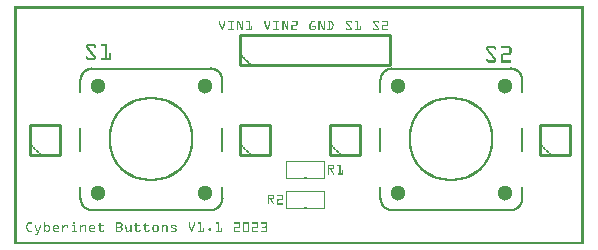
<source format=gto>
G04 MADE WITH FRITZING*
G04 WWW.FRITZING.ORG*
G04 DOUBLE SIDED*
G04 HOLES PLATED*
G04 CONTOUR ON CENTER OF CONTOUR VECTOR*
%ASAXBY*%
%FSLAX23Y23*%
%MOIN*%
%OFA0B0*%
%SFA1.0B1.0*%
%ADD10C,0.283590X0.26759*%
%ADD11C,0.051181X-0.0039371*%
%ADD12C,0.008000*%
%ADD13C,0.010000*%
%ADD14R,0.001000X0.001000*%
%LNSILK1*%
G90*
G70*
G54D10*
X1457Y349D03*
G54D11*
X1280Y526D03*
X1635Y526D03*
X1635Y172D03*
X1280Y172D03*
G54D10*
X457Y349D03*
G54D11*
X280Y526D03*
X635Y526D03*
X635Y172D03*
X280Y172D03*
G54D12*
X1221Y507D02*
X1221Y546D01*
D02*
X1261Y585D02*
X1654Y585D01*
D02*
X1694Y546D02*
X1694Y507D01*
D02*
X1694Y388D02*
X1694Y310D01*
D02*
X1694Y192D02*
X1694Y152D01*
D02*
X1654Y113D02*
X1261Y113D01*
D02*
X1221Y152D02*
X1221Y192D01*
D02*
X1221Y310D02*
X1221Y388D01*
D02*
X221Y507D02*
X221Y546D01*
D02*
X261Y585D02*
X654Y585D01*
D02*
X694Y546D02*
X694Y507D01*
D02*
X694Y388D02*
X694Y310D01*
D02*
X694Y192D02*
X694Y152D01*
D02*
X654Y113D02*
X261Y113D01*
D02*
X221Y152D02*
X221Y192D01*
D02*
X221Y310D02*
X221Y388D01*
G54D13*
D02*
X753Y598D02*
X1253Y598D01*
D02*
X1253Y598D02*
X1253Y698D01*
D02*
X1253Y698D02*
X753Y698D01*
D02*
X753Y698D02*
X753Y598D01*
D02*
X753Y298D02*
X853Y298D01*
D02*
X853Y298D02*
X853Y398D01*
D02*
X853Y398D02*
X753Y398D01*
D02*
X753Y398D02*
X753Y298D01*
D02*
X53Y298D02*
X153Y298D01*
D02*
X153Y298D02*
X153Y398D01*
D02*
X153Y398D02*
X53Y398D01*
D02*
X53Y398D02*
X53Y298D01*
D02*
X1053Y298D02*
X1153Y298D01*
D02*
X1153Y298D02*
X1153Y398D01*
D02*
X1153Y398D02*
X1053Y398D01*
D02*
X1053Y398D02*
X1053Y298D01*
D02*
X1753Y298D02*
X1853Y298D01*
D02*
X1853Y298D02*
X1853Y398D01*
D02*
X1853Y398D02*
X1753Y398D01*
D02*
X1753Y398D02*
X1753Y298D01*
G54D14*
X1Y793D02*
X1898Y793D01*
X1Y792D02*
X1898Y792D01*
X1Y791D02*
X1898Y791D01*
X1Y790D02*
X1898Y790D01*
X1Y789D02*
X1898Y789D01*
X1Y788D02*
X1898Y788D01*
X1Y787D02*
X1898Y787D01*
X1Y786D02*
X1898Y786D01*
X1Y785D02*
X8Y785D01*
X1891Y785D02*
X1898Y785D01*
X1Y784D02*
X8Y784D01*
X1891Y784D02*
X1898Y784D01*
X1Y783D02*
X8Y783D01*
X1891Y783D02*
X1898Y783D01*
X1Y782D02*
X8Y782D01*
X1891Y782D02*
X1898Y782D01*
X1Y781D02*
X8Y781D01*
X1891Y781D02*
X1898Y781D01*
X1Y780D02*
X8Y780D01*
X1891Y780D02*
X1898Y780D01*
X1Y779D02*
X8Y779D01*
X1891Y779D02*
X1898Y779D01*
X1Y778D02*
X8Y778D01*
X1891Y778D02*
X1898Y778D01*
X1Y777D02*
X8Y777D01*
X1891Y777D02*
X1898Y777D01*
X1Y776D02*
X8Y776D01*
X1891Y776D02*
X1898Y776D01*
X1Y775D02*
X8Y775D01*
X1891Y775D02*
X1898Y775D01*
X1Y774D02*
X8Y774D01*
X1891Y774D02*
X1898Y774D01*
X1Y773D02*
X8Y773D01*
X1891Y773D02*
X1898Y773D01*
X1Y772D02*
X8Y772D01*
X1891Y772D02*
X1898Y772D01*
X1Y771D02*
X8Y771D01*
X1891Y771D02*
X1898Y771D01*
X1Y770D02*
X8Y770D01*
X1891Y770D02*
X1898Y770D01*
X1Y769D02*
X8Y769D01*
X1891Y769D02*
X1898Y769D01*
X1Y768D02*
X8Y768D01*
X1891Y768D02*
X1898Y768D01*
X1Y767D02*
X8Y767D01*
X1891Y767D02*
X1898Y767D01*
X1Y766D02*
X8Y766D01*
X1891Y766D02*
X1898Y766D01*
X1Y765D02*
X8Y765D01*
X1891Y765D02*
X1898Y765D01*
X1Y764D02*
X8Y764D01*
X1891Y764D02*
X1898Y764D01*
X1Y763D02*
X8Y763D01*
X1891Y763D02*
X1898Y763D01*
X1Y762D02*
X8Y762D01*
X1891Y762D02*
X1898Y762D01*
X1Y761D02*
X8Y761D01*
X1891Y761D02*
X1898Y761D01*
X1Y760D02*
X8Y760D01*
X1891Y760D02*
X1898Y760D01*
X1Y759D02*
X8Y759D01*
X1891Y759D02*
X1898Y759D01*
X1Y758D02*
X8Y758D01*
X1891Y758D02*
X1898Y758D01*
X1Y757D02*
X8Y757D01*
X1891Y757D02*
X1898Y757D01*
X1Y756D02*
X8Y756D01*
X1891Y756D02*
X1898Y756D01*
X1Y755D02*
X8Y755D01*
X1891Y755D02*
X1898Y755D01*
X1Y754D02*
X8Y754D01*
X1891Y754D02*
X1898Y754D01*
X1Y753D02*
X8Y753D01*
X1891Y753D02*
X1898Y753D01*
X1Y752D02*
X8Y752D01*
X1891Y752D02*
X1898Y752D01*
X1Y751D02*
X8Y751D01*
X1891Y751D02*
X1898Y751D01*
X1Y750D02*
X8Y750D01*
X1891Y750D02*
X1898Y750D01*
X1Y749D02*
X8Y749D01*
X1891Y749D02*
X1898Y749D01*
X1Y748D02*
X8Y748D01*
X1891Y748D02*
X1898Y748D01*
X1Y747D02*
X8Y747D01*
X1891Y747D02*
X1898Y747D01*
X1Y746D02*
X8Y746D01*
X1891Y746D02*
X1898Y746D01*
X1Y745D02*
X8Y745D01*
X684Y745D02*
X687Y745D01*
X701Y745D02*
X703Y745D01*
X715Y745D02*
X733Y745D01*
X744Y745D02*
X749Y745D01*
X761Y745D02*
X763Y745D01*
X775Y745D02*
X786Y745D01*
X835Y745D02*
X837Y745D01*
X852Y745D02*
X854Y745D01*
X865Y745D02*
X884Y745D01*
X895Y745D02*
X900Y745D01*
X912Y745D02*
X914Y745D01*
X925Y745D02*
X943Y745D01*
X994Y745D02*
X1004Y745D01*
X1015Y745D02*
X1020Y745D01*
X1032Y745D02*
X1034Y745D01*
X1046Y745D02*
X1057Y745D01*
X1108Y745D02*
X1122Y745D01*
X1136Y745D02*
X1147Y745D01*
X1198Y745D02*
X1213Y745D01*
X1227Y745D02*
X1244Y745D01*
X1891Y745D02*
X1898Y745D01*
X1Y744D02*
X8Y744D01*
X684Y744D02*
X687Y744D01*
X701Y744D02*
X704Y744D01*
X714Y744D02*
X734Y744D01*
X744Y744D02*
X749Y744D01*
X761Y744D02*
X764Y744D01*
X774Y744D02*
X786Y744D01*
X835Y744D02*
X838Y744D01*
X851Y744D02*
X854Y744D01*
X865Y744D02*
X884Y744D01*
X895Y744D02*
X900Y744D01*
X911Y744D02*
X914Y744D01*
X925Y744D02*
X944Y744D01*
X993Y744D02*
X1005Y744D01*
X1015Y744D02*
X1021Y744D01*
X1032Y744D02*
X1035Y744D01*
X1045Y744D02*
X1058Y744D01*
X1107Y744D02*
X1124Y744D01*
X1136Y744D02*
X1147Y744D01*
X1197Y744D02*
X1214Y744D01*
X1226Y744D02*
X1245Y744D01*
X1891Y744D02*
X1898Y744D01*
X1Y743D02*
X8Y743D01*
X684Y743D02*
X687Y743D01*
X700Y743D02*
X704Y743D01*
X714Y743D02*
X734Y743D01*
X744Y743D02*
X750Y743D01*
X761Y743D02*
X764Y743D01*
X774Y743D02*
X786Y743D01*
X834Y743D02*
X838Y743D01*
X851Y743D02*
X854Y743D01*
X865Y743D02*
X884Y743D01*
X895Y743D02*
X900Y743D01*
X911Y743D02*
X914Y743D01*
X925Y743D02*
X944Y743D01*
X992Y743D02*
X1005Y743D01*
X1015Y743D02*
X1021Y743D01*
X1032Y743D02*
X1035Y743D01*
X1045Y743D02*
X1059Y743D01*
X1106Y743D02*
X1124Y743D01*
X1136Y743D02*
X1147Y743D01*
X1196Y743D02*
X1215Y743D01*
X1226Y743D02*
X1245Y743D01*
X1891Y743D02*
X1898Y743D01*
X1Y742D02*
X8Y742D01*
X684Y742D02*
X687Y742D01*
X700Y742D02*
X704Y742D01*
X715Y742D02*
X733Y742D01*
X744Y742D02*
X750Y742D01*
X761Y742D02*
X764Y742D01*
X775Y742D02*
X786Y742D01*
X834Y742D02*
X838Y742D01*
X851Y742D02*
X854Y742D01*
X865Y742D02*
X883Y742D01*
X895Y742D02*
X901Y742D01*
X911Y742D02*
X914Y742D01*
X926Y742D02*
X945Y742D01*
X991Y742D02*
X1004Y742D01*
X1015Y742D02*
X1021Y742D01*
X1032Y742D02*
X1035Y742D01*
X1046Y742D02*
X1060Y742D01*
X1106Y742D02*
X1125Y742D01*
X1137Y742D02*
X1147Y742D01*
X1196Y742D02*
X1215Y742D01*
X1227Y742D02*
X1246Y742D01*
X1891Y742D02*
X1898Y742D01*
X1Y741D02*
X8Y741D01*
X684Y741D02*
X687Y741D01*
X700Y741D02*
X704Y741D01*
X722Y741D02*
X725Y741D01*
X744Y741D02*
X751Y741D01*
X761Y741D02*
X764Y741D01*
X782Y741D02*
X786Y741D01*
X834Y741D02*
X838Y741D01*
X851Y741D02*
X854Y741D01*
X873Y741D02*
X876Y741D01*
X895Y741D02*
X901Y741D01*
X911Y741D02*
X914Y741D01*
X941Y741D02*
X945Y741D01*
X991Y741D02*
X995Y741D01*
X1015Y741D02*
X1022Y741D01*
X1032Y741D02*
X1035Y741D01*
X1049Y741D02*
X1053Y741D01*
X1056Y741D02*
X1060Y741D01*
X1106Y741D02*
X1109Y741D01*
X1122Y741D02*
X1125Y741D01*
X1144Y741D02*
X1147Y741D01*
X1196Y741D02*
X1199Y741D01*
X1212Y741D02*
X1216Y741D01*
X1243Y741D02*
X1246Y741D01*
X1891Y741D02*
X1898Y741D01*
X1Y740D02*
X8Y740D01*
X684Y740D02*
X687Y740D01*
X700Y740D02*
X704Y740D01*
X722Y740D02*
X725Y740D01*
X744Y740D02*
X751Y740D01*
X761Y740D02*
X764Y740D01*
X782Y740D02*
X786Y740D01*
X834Y740D02*
X838Y740D01*
X851Y740D02*
X854Y740D01*
X873Y740D02*
X876Y740D01*
X895Y740D02*
X902Y740D01*
X911Y740D02*
X914Y740D01*
X941Y740D02*
X945Y740D01*
X990Y740D02*
X994Y740D01*
X1015Y740D02*
X1022Y740D01*
X1032Y740D02*
X1035Y740D01*
X1049Y740D02*
X1053Y740D01*
X1057Y740D02*
X1061Y740D01*
X1106Y740D02*
X1109Y740D01*
X1122Y740D02*
X1125Y740D01*
X1144Y740D02*
X1147Y740D01*
X1196Y740D02*
X1200Y740D01*
X1212Y740D02*
X1216Y740D01*
X1243Y740D02*
X1246Y740D01*
X1891Y740D02*
X1898Y740D01*
X1Y739D02*
X8Y739D01*
X684Y739D02*
X687Y739D01*
X700Y739D02*
X704Y739D01*
X722Y739D02*
X725Y739D01*
X744Y739D02*
X752Y739D01*
X761Y739D02*
X764Y739D01*
X782Y739D02*
X786Y739D01*
X834Y739D02*
X838Y739D01*
X851Y739D02*
X854Y739D01*
X873Y739D02*
X876Y739D01*
X895Y739D02*
X902Y739D01*
X911Y739D02*
X914Y739D01*
X941Y739D02*
X945Y739D01*
X989Y739D02*
X994Y739D01*
X1015Y739D02*
X1023Y739D01*
X1032Y739D02*
X1035Y739D01*
X1049Y739D02*
X1053Y739D01*
X1058Y739D02*
X1061Y739D01*
X1106Y739D02*
X1110Y739D01*
X1122Y739D02*
X1125Y739D01*
X1144Y739D02*
X1147Y739D01*
X1196Y739D02*
X1201Y739D01*
X1213Y739D02*
X1215Y739D01*
X1243Y739D02*
X1246Y739D01*
X1891Y739D02*
X1898Y739D01*
X1Y738D02*
X8Y738D01*
X684Y738D02*
X687Y738D01*
X700Y738D02*
X704Y738D01*
X722Y738D02*
X725Y738D01*
X744Y738D02*
X752Y738D01*
X761Y738D02*
X764Y738D01*
X782Y738D02*
X786Y738D01*
X834Y738D02*
X838Y738D01*
X851Y738D02*
X854Y738D01*
X873Y738D02*
X876Y738D01*
X895Y738D02*
X903Y738D01*
X911Y738D02*
X914Y738D01*
X941Y738D02*
X945Y738D01*
X988Y738D02*
X993Y738D01*
X1015Y738D02*
X1023Y738D01*
X1032Y738D02*
X1035Y738D01*
X1049Y738D02*
X1053Y738D01*
X1058Y738D02*
X1062Y738D01*
X1107Y738D02*
X1111Y738D01*
X1144Y738D02*
X1147Y738D01*
X1197Y738D02*
X1201Y738D01*
X1243Y738D02*
X1246Y738D01*
X1891Y738D02*
X1898Y738D01*
X1Y737D02*
X8Y737D01*
X684Y737D02*
X687Y737D01*
X700Y737D02*
X704Y737D01*
X722Y737D02*
X725Y737D01*
X744Y737D02*
X747Y737D01*
X749Y737D02*
X753Y737D01*
X761Y737D02*
X764Y737D01*
X782Y737D02*
X786Y737D01*
X834Y737D02*
X838Y737D01*
X851Y737D02*
X854Y737D01*
X873Y737D02*
X876Y737D01*
X895Y737D02*
X903Y737D01*
X911Y737D02*
X914Y737D01*
X941Y737D02*
X945Y737D01*
X988Y737D02*
X992Y737D01*
X1015Y737D02*
X1024Y737D01*
X1032Y737D02*
X1035Y737D01*
X1049Y737D02*
X1053Y737D01*
X1059Y737D02*
X1062Y737D01*
X1107Y737D02*
X1112Y737D01*
X1144Y737D02*
X1147Y737D01*
X1198Y737D02*
X1202Y737D01*
X1243Y737D02*
X1246Y737D01*
X1891Y737D02*
X1898Y737D01*
X1Y736D02*
X8Y736D01*
X684Y736D02*
X687Y736D01*
X700Y736D02*
X704Y736D01*
X722Y736D02*
X725Y736D01*
X744Y736D02*
X747Y736D01*
X749Y736D02*
X753Y736D01*
X761Y736D02*
X764Y736D01*
X782Y736D02*
X786Y736D01*
X835Y736D02*
X838Y736D01*
X851Y736D02*
X854Y736D01*
X873Y736D02*
X876Y736D01*
X895Y736D02*
X898Y736D01*
X900Y736D02*
X904Y736D01*
X911Y736D02*
X914Y736D01*
X941Y736D02*
X945Y736D01*
X987Y736D02*
X991Y736D01*
X1015Y736D02*
X1018Y736D01*
X1020Y736D02*
X1024Y736D01*
X1032Y736D02*
X1035Y736D01*
X1049Y736D02*
X1053Y736D01*
X1059Y736D02*
X1063Y736D01*
X1108Y736D02*
X1113Y736D01*
X1144Y736D02*
X1147Y736D01*
X1199Y736D02*
X1203Y736D01*
X1243Y736D02*
X1246Y736D01*
X1891Y736D02*
X1898Y736D01*
X1Y735D02*
X8Y735D01*
X684Y735D02*
X688Y735D01*
X700Y735D02*
X703Y735D01*
X722Y735D02*
X725Y735D01*
X744Y735D02*
X747Y735D01*
X750Y735D02*
X753Y735D01*
X761Y735D02*
X764Y735D01*
X782Y735D02*
X786Y735D01*
X835Y735D02*
X838Y735D01*
X850Y735D02*
X854Y735D01*
X873Y735D02*
X876Y735D01*
X895Y735D02*
X898Y735D01*
X900Y735D02*
X904Y735D01*
X911Y735D02*
X914Y735D01*
X941Y735D02*
X945Y735D01*
X986Y735D02*
X990Y735D01*
X1015Y735D02*
X1018Y735D01*
X1021Y735D02*
X1024Y735D01*
X1032Y735D02*
X1035Y735D01*
X1049Y735D02*
X1053Y735D01*
X1060Y735D02*
X1063Y735D01*
X1109Y735D02*
X1113Y735D01*
X1144Y735D02*
X1147Y735D01*
X1199Y735D02*
X1204Y735D01*
X1243Y735D02*
X1246Y735D01*
X1891Y735D02*
X1898Y735D01*
X1Y734D02*
X8Y734D01*
X685Y734D02*
X688Y734D01*
X699Y734D02*
X703Y734D01*
X722Y734D02*
X725Y734D01*
X744Y734D02*
X747Y734D01*
X750Y734D02*
X754Y734D01*
X761Y734D02*
X764Y734D01*
X782Y734D02*
X786Y734D01*
X835Y734D02*
X839Y734D01*
X850Y734D02*
X853Y734D01*
X873Y734D02*
X876Y734D01*
X895Y734D02*
X898Y734D01*
X901Y734D02*
X904Y734D01*
X911Y734D02*
X914Y734D01*
X941Y734D02*
X945Y734D01*
X986Y734D02*
X990Y734D01*
X1015Y734D02*
X1018Y734D01*
X1021Y734D02*
X1025Y734D01*
X1032Y734D02*
X1035Y734D01*
X1049Y734D02*
X1053Y734D01*
X1060Y734D02*
X1064Y734D01*
X1110Y734D02*
X1114Y734D01*
X1144Y734D02*
X1147Y734D01*
X1200Y734D02*
X1204Y734D01*
X1243Y734D02*
X1246Y734D01*
X1891Y734D02*
X1898Y734D01*
X1Y733D02*
X8Y733D01*
X685Y733D02*
X689Y733D01*
X699Y733D02*
X702Y733D01*
X722Y733D02*
X725Y733D01*
X744Y733D02*
X747Y733D01*
X751Y733D02*
X754Y733D01*
X761Y733D02*
X764Y733D01*
X782Y733D02*
X786Y733D01*
X836Y733D02*
X839Y733D01*
X849Y733D02*
X853Y733D01*
X873Y733D02*
X876Y733D01*
X895Y733D02*
X898Y733D01*
X901Y733D02*
X905Y733D01*
X911Y733D02*
X914Y733D01*
X941Y733D02*
X945Y733D01*
X985Y733D02*
X989Y733D01*
X1015Y733D02*
X1018Y733D01*
X1022Y733D02*
X1025Y733D01*
X1032Y733D02*
X1035Y733D01*
X1049Y733D02*
X1053Y733D01*
X1061Y733D02*
X1064Y733D01*
X1110Y733D02*
X1115Y733D01*
X1144Y733D02*
X1147Y733D01*
X1201Y733D02*
X1205Y733D01*
X1243Y733D02*
X1246Y733D01*
X1891Y733D02*
X1898Y733D01*
X1Y732D02*
X8Y732D01*
X685Y732D02*
X689Y732D01*
X698Y732D02*
X702Y732D01*
X722Y732D02*
X725Y732D01*
X744Y732D02*
X747Y732D01*
X751Y732D02*
X755Y732D01*
X761Y732D02*
X764Y732D01*
X782Y732D02*
X786Y732D01*
X836Y732D02*
X840Y732D01*
X849Y732D02*
X853Y732D01*
X873Y732D02*
X876Y732D01*
X895Y732D02*
X898Y732D01*
X902Y732D02*
X905Y732D01*
X911Y732D02*
X914Y732D01*
X941Y732D02*
X945Y732D01*
X985Y732D02*
X989Y732D01*
X1015Y732D02*
X1018Y732D01*
X1022Y732D02*
X1026Y732D01*
X1032Y732D02*
X1035Y732D01*
X1049Y732D02*
X1053Y732D01*
X1061Y732D02*
X1065Y732D01*
X1111Y732D02*
X1116Y732D01*
X1144Y732D02*
X1147Y732D01*
X1202Y732D02*
X1206Y732D01*
X1243Y732D02*
X1246Y732D01*
X1891Y732D02*
X1898Y732D01*
X1Y731D02*
X8Y731D01*
X686Y731D02*
X689Y731D01*
X698Y731D02*
X702Y731D01*
X722Y731D02*
X725Y731D01*
X744Y731D02*
X747Y731D01*
X752Y731D02*
X755Y731D01*
X761Y731D02*
X764Y731D01*
X782Y731D02*
X786Y731D01*
X836Y731D02*
X840Y731D01*
X849Y731D02*
X852Y731D01*
X873Y731D02*
X876Y731D01*
X895Y731D02*
X898Y731D01*
X902Y731D02*
X906Y731D01*
X911Y731D02*
X914Y731D01*
X927Y731D02*
X944Y731D01*
X985Y731D02*
X988Y731D01*
X1015Y731D02*
X1018Y731D01*
X1023Y731D02*
X1026Y731D01*
X1032Y731D02*
X1035Y731D01*
X1049Y731D02*
X1053Y731D01*
X1062Y731D02*
X1065Y731D01*
X1112Y731D02*
X1116Y731D01*
X1144Y731D02*
X1147Y731D01*
X1202Y731D02*
X1207Y731D01*
X1228Y731D02*
X1246Y731D01*
X1891Y731D02*
X1898Y731D01*
X1Y730D02*
X8Y730D01*
X686Y730D02*
X690Y730D01*
X698Y730D02*
X701Y730D01*
X722Y730D02*
X725Y730D01*
X744Y730D02*
X747Y730D01*
X752Y730D02*
X756Y730D01*
X761Y730D02*
X764Y730D01*
X782Y730D02*
X786Y730D01*
X837Y730D02*
X840Y730D01*
X848Y730D02*
X852Y730D01*
X873Y730D02*
X876Y730D01*
X895Y730D02*
X898Y730D01*
X903Y730D02*
X906Y730D01*
X911Y730D02*
X914Y730D01*
X926Y730D02*
X944Y730D01*
X985Y730D02*
X988Y730D01*
X1015Y730D02*
X1018Y730D01*
X1023Y730D02*
X1027Y730D01*
X1032Y730D02*
X1035Y730D01*
X1049Y730D02*
X1053Y730D01*
X1062Y730D02*
X1065Y730D01*
X1113Y730D02*
X1117Y730D01*
X1144Y730D02*
X1147Y730D01*
X1203Y730D02*
X1208Y730D01*
X1227Y730D02*
X1245Y730D01*
X1891Y730D02*
X1898Y730D01*
X1Y729D02*
X8Y729D01*
X687Y729D02*
X690Y729D01*
X697Y729D02*
X701Y729D01*
X722Y729D02*
X725Y729D01*
X744Y729D02*
X747Y729D01*
X752Y729D02*
X756Y729D01*
X761Y729D02*
X764Y729D01*
X782Y729D02*
X786Y729D01*
X837Y729D02*
X841Y729D01*
X848Y729D02*
X851Y729D01*
X873Y729D02*
X876Y729D01*
X895Y729D02*
X898Y729D01*
X903Y729D02*
X907Y729D01*
X911Y729D02*
X914Y729D01*
X925Y729D02*
X944Y729D01*
X985Y729D02*
X988Y729D01*
X1015Y729D02*
X1018Y729D01*
X1023Y729D02*
X1027Y729D01*
X1032Y729D02*
X1035Y729D01*
X1049Y729D02*
X1053Y729D01*
X1062Y729D02*
X1065Y729D01*
X1114Y729D02*
X1118Y729D01*
X1144Y729D02*
X1147Y729D01*
X1204Y729D02*
X1208Y729D01*
X1226Y729D02*
X1245Y729D01*
X1891Y729D02*
X1898Y729D01*
X1Y728D02*
X8Y728D01*
X687Y728D02*
X691Y728D01*
X697Y728D02*
X700Y728D01*
X722Y728D02*
X725Y728D01*
X744Y728D02*
X747Y728D01*
X753Y728D02*
X756Y728D01*
X761Y728D02*
X764Y728D01*
X782Y728D02*
X786Y728D01*
X792Y728D02*
X792Y728D01*
X838Y728D02*
X841Y728D01*
X848Y728D02*
X851Y728D01*
X873Y728D02*
X876Y728D01*
X895Y728D02*
X898Y728D01*
X903Y728D02*
X907Y728D01*
X911Y728D02*
X914Y728D01*
X925Y728D02*
X942Y728D01*
X985Y728D02*
X988Y728D01*
X997Y728D02*
X1005Y728D01*
X1015Y728D02*
X1018Y728D01*
X1024Y728D02*
X1028Y728D01*
X1032Y728D02*
X1035Y728D01*
X1049Y728D02*
X1053Y728D01*
X1062Y728D02*
X1065Y728D01*
X1114Y728D02*
X1119Y728D01*
X1144Y728D02*
X1147Y728D01*
X1154Y728D02*
X1154Y728D01*
X1205Y728D02*
X1209Y728D01*
X1226Y728D02*
X1244Y728D01*
X1891Y728D02*
X1898Y728D01*
X1Y727D02*
X8Y727D01*
X687Y727D02*
X691Y727D01*
X697Y727D02*
X700Y727D01*
X722Y727D02*
X725Y727D01*
X744Y727D02*
X747Y727D01*
X753Y727D02*
X757Y727D01*
X761Y727D02*
X764Y727D01*
X782Y727D02*
X786Y727D01*
X791Y727D02*
X794Y727D01*
X838Y727D02*
X842Y727D01*
X847Y727D02*
X851Y727D01*
X873Y727D02*
X876Y727D01*
X895Y727D02*
X898Y727D01*
X904Y727D02*
X908Y727D01*
X911Y727D02*
X914Y727D01*
X925Y727D02*
X928Y727D01*
X985Y727D02*
X988Y727D01*
X996Y727D02*
X1005Y727D01*
X1015Y727D02*
X1018Y727D01*
X1024Y727D02*
X1028Y727D01*
X1032Y727D02*
X1035Y727D01*
X1049Y727D02*
X1053Y727D01*
X1061Y727D02*
X1065Y727D01*
X1115Y727D02*
X1120Y727D01*
X1144Y727D02*
X1147Y727D01*
X1153Y727D02*
X1155Y727D01*
X1206Y727D02*
X1210Y727D01*
X1226Y727D02*
X1229Y727D01*
X1891Y727D02*
X1898Y727D01*
X1Y726D02*
X8Y726D01*
X688Y726D02*
X691Y726D01*
X696Y726D02*
X700Y726D01*
X722Y726D02*
X725Y726D01*
X744Y726D02*
X747Y726D01*
X754Y726D02*
X757Y726D01*
X761Y726D02*
X764Y726D01*
X782Y726D02*
X786Y726D01*
X791Y726D02*
X794Y726D01*
X838Y726D02*
X842Y726D01*
X847Y726D02*
X850Y726D01*
X873Y726D02*
X876Y726D01*
X895Y726D02*
X898Y726D01*
X904Y726D02*
X908Y726D01*
X911Y726D02*
X914Y726D01*
X925Y726D02*
X928Y726D01*
X985Y726D02*
X988Y726D01*
X995Y726D02*
X1005Y726D01*
X1015Y726D02*
X1018Y726D01*
X1025Y726D02*
X1028Y726D01*
X1032Y726D02*
X1035Y726D01*
X1049Y726D02*
X1053Y726D01*
X1061Y726D02*
X1064Y726D01*
X1116Y726D02*
X1120Y726D01*
X1144Y726D02*
X1147Y726D01*
X1152Y726D02*
X1155Y726D01*
X1206Y726D02*
X1211Y726D01*
X1226Y726D02*
X1229Y726D01*
X1891Y726D02*
X1898Y726D01*
X1Y725D02*
X8Y725D01*
X688Y725D02*
X692Y725D01*
X696Y725D02*
X699Y725D01*
X722Y725D02*
X725Y725D01*
X744Y725D02*
X747Y725D01*
X754Y725D02*
X758Y725D01*
X761Y725D02*
X764Y725D01*
X782Y725D02*
X786Y725D01*
X791Y725D02*
X794Y725D01*
X839Y725D02*
X842Y725D01*
X846Y725D02*
X850Y725D01*
X873Y725D02*
X876Y725D01*
X895Y725D02*
X898Y725D01*
X905Y725D02*
X908Y725D01*
X911Y725D02*
X914Y725D01*
X925Y725D02*
X928Y725D01*
X985Y725D02*
X988Y725D01*
X996Y725D02*
X1005Y725D01*
X1015Y725D02*
X1018Y725D01*
X1025Y725D02*
X1029Y725D01*
X1032Y725D02*
X1035Y725D01*
X1049Y725D02*
X1053Y725D01*
X1060Y725D02*
X1064Y725D01*
X1117Y725D02*
X1121Y725D01*
X1144Y725D02*
X1147Y725D01*
X1152Y725D02*
X1155Y725D01*
X1207Y725D02*
X1211Y725D01*
X1226Y725D02*
X1229Y725D01*
X1891Y725D02*
X1898Y725D01*
X1Y724D02*
X8Y724D01*
X689Y724D02*
X692Y724D01*
X695Y724D02*
X699Y724D01*
X722Y724D02*
X725Y724D01*
X744Y724D02*
X747Y724D01*
X755Y724D02*
X758Y724D01*
X761Y724D02*
X764Y724D01*
X782Y724D02*
X786Y724D01*
X791Y724D02*
X794Y724D01*
X839Y724D02*
X843Y724D01*
X846Y724D02*
X849Y724D01*
X873Y724D02*
X876Y724D01*
X895Y724D02*
X898Y724D01*
X905Y724D02*
X909Y724D01*
X911Y724D02*
X914Y724D01*
X925Y724D02*
X928Y724D01*
X985Y724D02*
X988Y724D01*
X997Y724D02*
X1005Y724D01*
X1015Y724D02*
X1018Y724D01*
X1026Y724D02*
X1029Y724D01*
X1032Y724D02*
X1035Y724D01*
X1049Y724D02*
X1053Y724D01*
X1060Y724D02*
X1063Y724D01*
X1117Y724D02*
X1122Y724D01*
X1144Y724D02*
X1147Y724D01*
X1152Y724D02*
X1155Y724D01*
X1208Y724D02*
X1212Y724D01*
X1226Y724D02*
X1229Y724D01*
X1891Y724D02*
X1898Y724D01*
X1Y723D02*
X8Y723D01*
X689Y723D02*
X693Y723D01*
X695Y723D02*
X699Y723D01*
X722Y723D02*
X725Y723D01*
X744Y723D02*
X747Y723D01*
X755Y723D02*
X759Y723D01*
X761Y723D02*
X764Y723D01*
X782Y723D02*
X786Y723D01*
X791Y723D02*
X794Y723D01*
X840Y723D02*
X843Y723D01*
X846Y723D02*
X849Y723D01*
X873Y723D02*
X876Y723D01*
X895Y723D02*
X898Y723D01*
X906Y723D02*
X909Y723D01*
X911Y723D02*
X914Y723D01*
X925Y723D02*
X928Y723D01*
X985Y723D02*
X988Y723D01*
X1002Y723D02*
X1005Y723D01*
X1015Y723D02*
X1018Y723D01*
X1026Y723D02*
X1030Y723D01*
X1032Y723D02*
X1035Y723D01*
X1049Y723D02*
X1053Y723D01*
X1059Y723D02*
X1063Y723D01*
X1118Y723D02*
X1123Y723D01*
X1144Y723D02*
X1147Y723D01*
X1152Y723D02*
X1155Y723D01*
X1209Y723D02*
X1213Y723D01*
X1226Y723D02*
X1229Y723D01*
X1891Y723D02*
X1898Y723D01*
X1Y722D02*
X8Y722D01*
X689Y722D02*
X693Y722D01*
X695Y722D02*
X698Y722D01*
X722Y722D02*
X725Y722D01*
X744Y722D02*
X747Y722D01*
X755Y722D02*
X759Y722D01*
X761Y722D02*
X764Y722D01*
X782Y722D02*
X786Y722D01*
X791Y722D02*
X794Y722D01*
X840Y722D02*
X849Y722D01*
X873Y722D02*
X876Y722D01*
X895Y722D02*
X898Y722D01*
X906Y722D02*
X914Y722D01*
X925Y722D02*
X928Y722D01*
X985Y722D02*
X988Y722D01*
X1002Y722D02*
X1005Y722D01*
X1015Y722D02*
X1018Y722D01*
X1027Y722D02*
X1030Y722D01*
X1032Y722D02*
X1035Y722D01*
X1049Y722D02*
X1053Y722D01*
X1059Y722D02*
X1062Y722D01*
X1119Y722D02*
X1123Y722D01*
X1144Y722D02*
X1147Y722D01*
X1152Y722D02*
X1155Y722D01*
X1209Y722D02*
X1214Y722D01*
X1226Y722D02*
X1229Y722D01*
X1891Y722D02*
X1898Y722D01*
X1Y721D02*
X8Y721D01*
X690Y721D02*
X698Y721D01*
X722Y721D02*
X725Y721D01*
X744Y721D02*
X747Y721D01*
X756Y721D02*
X764Y721D01*
X782Y721D02*
X786Y721D01*
X791Y721D02*
X794Y721D01*
X840Y721D02*
X848Y721D01*
X873Y721D02*
X876Y721D01*
X895Y721D02*
X898Y721D01*
X907Y721D02*
X914Y721D01*
X925Y721D02*
X928Y721D01*
X985Y721D02*
X988Y721D01*
X1002Y721D02*
X1005Y721D01*
X1015Y721D02*
X1018Y721D01*
X1027Y721D02*
X1035Y721D01*
X1049Y721D02*
X1053Y721D01*
X1058Y721D02*
X1062Y721D01*
X1120Y721D02*
X1124Y721D01*
X1144Y721D02*
X1147Y721D01*
X1152Y721D02*
X1155Y721D01*
X1210Y721D02*
X1215Y721D01*
X1226Y721D02*
X1229Y721D01*
X1891Y721D02*
X1898Y721D01*
X1Y720D02*
X8Y720D01*
X690Y720D02*
X697Y720D01*
X722Y720D02*
X725Y720D01*
X744Y720D02*
X747Y720D01*
X756Y720D02*
X764Y720D01*
X782Y720D02*
X786Y720D01*
X791Y720D02*
X794Y720D01*
X841Y720D02*
X848Y720D01*
X873Y720D02*
X876Y720D01*
X895Y720D02*
X898Y720D01*
X907Y720D02*
X914Y720D01*
X925Y720D02*
X928Y720D01*
X985Y720D02*
X988Y720D01*
X1002Y720D02*
X1005Y720D01*
X1015Y720D02*
X1018Y720D01*
X1027Y720D02*
X1035Y720D01*
X1049Y720D02*
X1053Y720D01*
X1058Y720D02*
X1061Y720D01*
X1106Y720D02*
X1108Y720D01*
X1121Y720D02*
X1125Y720D01*
X1144Y720D02*
X1147Y720D01*
X1152Y720D02*
X1155Y720D01*
X1196Y720D02*
X1199Y720D01*
X1211Y720D02*
X1215Y720D01*
X1226Y720D02*
X1229Y720D01*
X1891Y720D02*
X1898Y720D01*
X1Y719D02*
X8Y719D01*
X691Y719D02*
X697Y719D01*
X722Y719D02*
X725Y719D01*
X744Y719D02*
X747Y719D01*
X757Y719D02*
X764Y719D01*
X782Y719D02*
X786Y719D01*
X791Y719D02*
X794Y719D01*
X841Y719D02*
X848Y719D01*
X873Y719D02*
X876Y719D01*
X895Y719D02*
X898Y719D01*
X907Y719D02*
X914Y719D01*
X925Y719D02*
X928Y719D01*
X985Y719D02*
X988Y719D01*
X1002Y719D02*
X1005Y719D01*
X1015Y719D02*
X1018Y719D01*
X1028Y719D02*
X1035Y719D01*
X1049Y719D02*
X1053Y719D01*
X1057Y719D02*
X1061Y719D01*
X1106Y719D02*
X1109Y719D01*
X1121Y719D02*
X1125Y719D01*
X1144Y719D02*
X1147Y719D01*
X1152Y719D02*
X1155Y719D01*
X1196Y719D02*
X1199Y719D01*
X1212Y719D02*
X1216Y719D01*
X1226Y719D02*
X1229Y719D01*
X1891Y719D02*
X1898Y719D01*
X1Y718D02*
X8Y718D01*
X691Y718D02*
X697Y718D01*
X722Y718D02*
X725Y718D01*
X744Y718D02*
X747Y718D01*
X757Y718D02*
X764Y718D01*
X782Y718D02*
X786Y718D01*
X791Y718D02*
X794Y718D01*
X842Y718D02*
X847Y718D01*
X873Y718D02*
X876Y718D01*
X895Y718D02*
X898Y718D01*
X908Y718D02*
X914Y718D01*
X925Y718D02*
X928Y718D01*
X985Y718D02*
X989Y718D01*
X1001Y718D02*
X1005Y718D01*
X1015Y718D02*
X1018Y718D01*
X1028Y718D02*
X1035Y718D01*
X1049Y718D02*
X1053Y718D01*
X1056Y718D02*
X1060Y718D01*
X1106Y718D02*
X1109Y718D01*
X1122Y718D02*
X1125Y718D01*
X1144Y718D02*
X1147Y718D01*
X1152Y718D02*
X1155Y718D01*
X1196Y718D02*
X1200Y718D01*
X1212Y718D02*
X1216Y718D01*
X1226Y718D02*
X1229Y718D01*
X1891Y718D02*
X1898Y718D01*
X1Y717D02*
X8Y717D01*
X691Y717D02*
X696Y717D01*
X715Y717D02*
X733Y717D01*
X744Y717D02*
X747Y717D01*
X758Y717D02*
X764Y717D01*
X775Y717D02*
X794Y717D01*
X842Y717D02*
X847Y717D01*
X865Y717D02*
X883Y717D01*
X895Y717D02*
X898Y717D01*
X908Y717D02*
X914Y717D01*
X925Y717D02*
X944Y717D01*
X986Y717D02*
X1004Y717D01*
X1015Y717D02*
X1018Y717D01*
X1029Y717D02*
X1035Y717D01*
X1046Y717D02*
X1060Y717D01*
X1106Y717D02*
X1125Y717D01*
X1137Y717D02*
X1155Y717D01*
X1196Y717D02*
X1215Y717D01*
X1226Y717D02*
X1245Y717D01*
X1891Y717D02*
X1898Y717D01*
X1Y716D02*
X8Y716D01*
X692Y716D02*
X696Y716D01*
X714Y716D02*
X734Y716D01*
X744Y716D02*
X747Y716D01*
X758Y716D02*
X764Y716D01*
X774Y716D02*
X794Y716D01*
X842Y716D02*
X846Y716D01*
X865Y716D02*
X884Y716D01*
X895Y716D02*
X898Y716D01*
X909Y716D02*
X914Y716D01*
X925Y716D02*
X944Y716D01*
X986Y716D02*
X1004Y716D01*
X1015Y716D02*
X1018Y716D01*
X1029Y716D02*
X1035Y716D01*
X1045Y716D02*
X1059Y716D01*
X1107Y716D02*
X1125Y716D01*
X1136Y716D02*
X1155Y716D01*
X1197Y716D02*
X1215Y716D01*
X1226Y716D02*
X1246Y716D01*
X1891Y716D02*
X1898Y716D01*
X1Y715D02*
X8Y715D01*
X692Y715D02*
X695Y715D01*
X714Y715D02*
X734Y715D01*
X744Y715D02*
X747Y715D01*
X759Y715D02*
X764Y715D01*
X774Y715D02*
X794Y715D01*
X843Y715D02*
X846Y715D01*
X865Y715D02*
X884Y715D01*
X895Y715D02*
X898Y715D01*
X909Y715D02*
X914Y715D01*
X925Y715D02*
X945Y715D01*
X987Y715D02*
X1003Y715D01*
X1015Y715D02*
X1018Y715D01*
X1030Y715D02*
X1035Y715D01*
X1045Y715D02*
X1059Y715D01*
X1107Y715D02*
X1124Y715D01*
X1136Y715D02*
X1155Y715D01*
X1198Y715D02*
X1214Y715D01*
X1226Y715D02*
X1246Y715D01*
X1891Y715D02*
X1898Y715D01*
X1Y714D02*
X8Y714D01*
X693Y714D02*
X695Y714D01*
X715Y714D02*
X733Y714D01*
X745Y714D02*
X747Y714D01*
X759Y714D02*
X764Y714D01*
X775Y714D02*
X793Y714D01*
X843Y714D02*
X845Y714D01*
X865Y714D02*
X884Y714D01*
X895Y714D02*
X897Y714D01*
X910Y714D02*
X914Y714D01*
X925Y714D02*
X944Y714D01*
X989Y714D02*
X1001Y714D01*
X1016Y714D02*
X1018Y714D01*
X1030Y714D02*
X1035Y714D01*
X1046Y714D02*
X1057Y714D01*
X1109Y714D02*
X1123Y714D01*
X1136Y714D02*
X1155Y714D01*
X1199Y714D02*
X1213Y714D01*
X1226Y714D02*
X1245Y714D01*
X1891Y714D02*
X1898Y714D01*
X1Y713D02*
X8Y713D01*
X1891Y713D02*
X1898Y713D01*
X1Y712D02*
X8Y712D01*
X1891Y712D02*
X1898Y712D01*
X1Y711D02*
X8Y711D01*
X1891Y711D02*
X1898Y711D01*
X1Y710D02*
X8Y710D01*
X1891Y710D02*
X1898Y710D01*
X1Y709D02*
X8Y709D01*
X1891Y709D02*
X1898Y709D01*
X1Y708D02*
X8Y708D01*
X1891Y708D02*
X1898Y708D01*
X1Y707D02*
X8Y707D01*
X1891Y707D02*
X1898Y707D01*
X1Y706D02*
X8Y706D01*
X1891Y706D02*
X1898Y706D01*
X1Y705D02*
X8Y705D01*
X1891Y705D02*
X1898Y705D01*
X1Y704D02*
X8Y704D01*
X1891Y704D02*
X1898Y704D01*
X1Y703D02*
X8Y703D01*
X1891Y703D02*
X1898Y703D01*
X1Y702D02*
X8Y702D01*
X1891Y702D02*
X1898Y702D01*
X1Y701D02*
X8Y701D01*
X1891Y701D02*
X1898Y701D01*
X1Y700D02*
X8Y700D01*
X1891Y700D02*
X1898Y700D01*
X1Y699D02*
X8Y699D01*
X1891Y699D02*
X1898Y699D01*
X1Y698D02*
X8Y698D01*
X1891Y698D02*
X1898Y698D01*
X1Y697D02*
X8Y697D01*
X1891Y697D02*
X1898Y697D01*
X1Y696D02*
X8Y696D01*
X1891Y696D02*
X1898Y696D01*
X1Y695D02*
X8Y695D01*
X1891Y695D02*
X1898Y695D01*
X1Y694D02*
X8Y694D01*
X1891Y694D02*
X1898Y694D01*
X1Y693D02*
X8Y693D01*
X1891Y693D02*
X1898Y693D01*
X1Y692D02*
X8Y692D01*
X1891Y692D02*
X1898Y692D01*
X1Y691D02*
X8Y691D01*
X1891Y691D02*
X1898Y691D01*
X1Y690D02*
X8Y690D01*
X1891Y690D02*
X1898Y690D01*
X1Y689D02*
X8Y689D01*
X1891Y689D02*
X1898Y689D01*
X1Y688D02*
X8Y688D01*
X1891Y688D02*
X1898Y688D01*
X1Y687D02*
X8Y687D01*
X1891Y687D02*
X1898Y687D01*
X1Y686D02*
X8Y686D01*
X1891Y686D02*
X1898Y686D01*
X1Y685D02*
X8Y685D01*
X1891Y685D02*
X1898Y685D01*
X1Y684D02*
X8Y684D01*
X1891Y684D02*
X1898Y684D01*
X1Y683D02*
X8Y683D01*
X1891Y683D02*
X1898Y683D01*
X1Y682D02*
X8Y682D01*
X1891Y682D02*
X1898Y682D01*
X1Y681D02*
X8Y681D01*
X1891Y681D02*
X1898Y681D01*
X1Y680D02*
X8Y680D01*
X1891Y680D02*
X1898Y680D01*
X1Y679D02*
X8Y679D01*
X1891Y679D02*
X1898Y679D01*
X1Y678D02*
X8Y678D01*
X1891Y678D02*
X1898Y678D01*
X1Y677D02*
X8Y677D01*
X1891Y677D02*
X1898Y677D01*
X1Y676D02*
X8Y676D01*
X1891Y676D02*
X1898Y676D01*
X1Y675D02*
X8Y675D01*
X1891Y675D02*
X1898Y675D01*
X1Y674D02*
X8Y674D01*
X1891Y674D02*
X1898Y674D01*
X1Y673D02*
X8Y673D01*
X1891Y673D02*
X1898Y673D01*
X1Y672D02*
X8Y672D01*
X1891Y672D02*
X1898Y672D01*
X1Y671D02*
X8Y671D01*
X1891Y671D02*
X1898Y671D01*
X1Y670D02*
X8Y670D01*
X1891Y670D02*
X1898Y670D01*
X1Y669D02*
X8Y669D01*
X1891Y669D02*
X1898Y669D01*
X1Y668D02*
X8Y668D01*
X1891Y668D02*
X1898Y668D01*
X1Y667D02*
X8Y667D01*
X244Y667D02*
X266Y667D01*
X291Y667D02*
X309Y667D01*
X1891Y667D02*
X1898Y667D01*
X1Y666D02*
X8Y666D01*
X242Y666D02*
X268Y666D01*
X290Y666D02*
X309Y666D01*
X1891Y666D02*
X1898Y666D01*
X1Y665D02*
X8Y665D01*
X241Y665D02*
X270Y665D01*
X289Y665D02*
X309Y665D01*
X1891Y665D02*
X1898Y665D01*
X1Y664D02*
X8Y664D01*
X240Y664D02*
X270Y664D01*
X289Y664D02*
X309Y664D01*
X1891Y664D02*
X1898Y664D01*
X1Y663D02*
X8Y663D01*
X240Y663D02*
X271Y663D01*
X289Y663D02*
X309Y663D01*
X1891Y663D02*
X1898Y663D01*
X1Y662D02*
X8Y662D01*
X239Y662D02*
X272Y662D01*
X290Y662D02*
X309Y662D01*
X1891Y662D02*
X1898Y662D01*
X1Y661D02*
X8Y661D01*
X239Y661D02*
X272Y661D01*
X291Y661D02*
X309Y661D01*
X1891Y661D02*
X1898Y661D01*
X1Y660D02*
X8Y660D01*
X239Y660D02*
X245Y660D01*
X266Y660D02*
X272Y660D01*
X303Y660D02*
X309Y660D01*
X1891Y660D02*
X1898Y660D01*
X1Y659D02*
X8Y659D01*
X239Y659D02*
X245Y659D01*
X266Y659D02*
X272Y659D01*
X303Y659D02*
X309Y659D01*
X1578Y659D02*
X1601Y659D01*
X1625Y659D02*
X1653Y659D01*
X1891Y659D02*
X1898Y659D01*
X1Y658D02*
X8Y658D01*
X239Y658D02*
X246Y658D01*
X267Y658D02*
X272Y658D01*
X303Y658D02*
X309Y658D01*
X1577Y658D02*
X1603Y658D01*
X1624Y658D02*
X1655Y658D01*
X1891Y658D02*
X1898Y658D01*
X1Y657D02*
X8Y657D01*
X239Y657D02*
X247Y657D01*
X267Y657D02*
X272Y657D01*
X303Y657D02*
X309Y657D01*
X1576Y657D02*
X1604Y657D01*
X1624Y657D02*
X1656Y657D01*
X1891Y657D02*
X1898Y657D01*
X1Y656D02*
X8Y656D01*
X240Y656D02*
X248Y656D01*
X267Y656D02*
X272Y656D01*
X303Y656D02*
X309Y656D01*
X1575Y656D02*
X1605Y656D01*
X1624Y656D02*
X1657Y656D01*
X1891Y656D02*
X1898Y656D01*
X1Y655D02*
X8Y655D01*
X240Y655D02*
X248Y655D01*
X269Y655D02*
X270Y655D01*
X303Y655D02*
X309Y655D01*
X1574Y655D02*
X1606Y655D01*
X1624Y655D02*
X1657Y655D01*
X1891Y655D02*
X1898Y655D01*
X1Y654D02*
X8Y654D01*
X241Y654D02*
X249Y654D01*
X303Y654D02*
X309Y654D01*
X1574Y654D02*
X1607Y654D01*
X1625Y654D02*
X1657Y654D01*
X1891Y654D02*
X1898Y654D01*
X1Y653D02*
X8Y653D01*
X242Y653D02*
X250Y653D01*
X303Y653D02*
X309Y653D01*
X1574Y653D02*
X1607Y653D01*
X1626Y653D02*
X1657Y653D01*
X1891Y653D02*
X1898Y653D01*
X1Y652D02*
X8Y652D01*
X243Y652D02*
X251Y652D01*
X303Y652D02*
X309Y652D01*
X1574Y652D02*
X1580Y652D01*
X1600Y652D02*
X1607Y652D01*
X1651Y652D02*
X1658Y652D01*
X1891Y652D02*
X1898Y652D01*
X1Y651D02*
X8Y651D01*
X244Y651D02*
X252Y651D01*
X303Y651D02*
X309Y651D01*
X1574Y651D02*
X1580Y651D01*
X1601Y651D02*
X1607Y651D01*
X1651Y651D02*
X1658Y651D01*
X1891Y651D02*
X1898Y651D01*
X1Y650D02*
X8Y650D01*
X244Y650D02*
X252Y650D01*
X303Y650D02*
X309Y650D01*
X1574Y650D02*
X1581Y650D01*
X1601Y650D02*
X1607Y650D01*
X1651Y650D02*
X1658Y650D01*
X1891Y650D02*
X1898Y650D01*
X1Y649D02*
X8Y649D01*
X245Y649D02*
X253Y649D01*
X303Y649D02*
X309Y649D01*
X1574Y649D02*
X1582Y649D01*
X1602Y649D02*
X1607Y649D01*
X1651Y649D02*
X1658Y649D01*
X1891Y649D02*
X1898Y649D01*
X1Y648D02*
X8Y648D01*
X246Y648D02*
X254Y648D01*
X303Y648D02*
X309Y648D01*
X1575Y648D02*
X1582Y648D01*
X1602Y648D02*
X1606Y648D01*
X1651Y648D02*
X1658Y648D01*
X1891Y648D02*
X1898Y648D01*
X1Y647D02*
X8Y647D01*
X247Y647D02*
X255Y647D01*
X303Y647D02*
X309Y647D01*
X1575Y647D02*
X1583Y647D01*
X1604Y647D02*
X1605Y647D01*
X1651Y647D02*
X1658Y647D01*
X1891Y647D02*
X1898Y647D01*
X1Y646D02*
X8Y646D01*
X247Y646D02*
X255Y646D01*
X303Y646D02*
X309Y646D01*
X1576Y646D02*
X1584Y646D01*
X1651Y646D02*
X1658Y646D01*
X1891Y646D02*
X1898Y646D01*
X1Y645D02*
X8Y645D01*
X248Y645D02*
X256Y645D01*
X303Y645D02*
X309Y645D01*
X1577Y645D02*
X1585Y645D01*
X1651Y645D02*
X1658Y645D01*
X1891Y645D02*
X1898Y645D01*
X1Y644D02*
X8Y644D01*
X249Y644D02*
X257Y644D01*
X303Y644D02*
X309Y644D01*
X1578Y644D02*
X1586Y644D01*
X1651Y644D02*
X1658Y644D01*
X1891Y644D02*
X1898Y644D01*
X1Y643D02*
X8Y643D01*
X250Y643D02*
X258Y643D01*
X303Y643D02*
X309Y643D01*
X1578Y643D02*
X1586Y643D01*
X1651Y643D02*
X1658Y643D01*
X1891Y643D02*
X1898Y643D01*
X1Y642D02*
X8Y642D01*
X251Y642D02*
X259Y642D01*
X303Y642D02*
X309Y642D01*
X1579Y642D02*
X1587Y642D01*
X1651Y642D02*
X1658Y642D01*
X1891Y642D02*
X1898Y642D01*
X1Y641D02*
X8Y641D01*
X251Y641D02*
X259Y641D01*
X303Y641D02*
X309Y641D01*
X1580Y641D02*
X1588Y641D01*
X1651Y641D02*
X1658Y641D01*
X1891Y641D02*
X1898Y641D01*
X1Y640D02*
X8Y640D01*
X252Y640D02*
X260Y640D01*
X303Y640D02*
X309Y640D01*
X1581Y640D02*
X1589Y640D01*
X1651Y640D02*
X1658Y640D01*
X1891Y640D02*
X1898Y640D01*
X1Y639D02*
X8Y639D01*
X253Y639D02*
X261Y639D01*
X303Y639D02*
X309Y639D01*
X1581Y639D02*
X1589Y639D01*
X1651Y639D02*
X1658Y639D01*
X1891Y639D02*
X1898Y639D01*
X1Y638D02*
X8Y638D01*
X254Y638D02*
X262Y638D01*
X303Y638D02*
X309Y638D01*
X319Y638D02*
X320Y638D01*
X1582Y638D02*
X1590Y638D01*
X1651Y638D02*
X1658Y638D01*
X1891Y638D02*
X1898Y638D01*
X1Y637D02*
X8Y637D01*
X254Y637D02*
X262Y637D01*
X303Y637D02*
X309Y637D01*
X318Y637D02*
X322Y637D01*
X1583Y637D02*
X1591Y637D01*
X1651Y637D02*
X1658Y637D01*
X1891Y637D02*
X1898Y637D01*
X1Y636D02*
X8Y636D01*
X255Y636D02*
X263Y636D01*
X303Y636D02*
X309Y636D01*
X317Y636D02*
X322Y636D01*
X1584Y636D02*
X1592Y636D01*
X1630Y636D02*
X1657Y636D01*
X1891Y636D02*
X1898Y636D01*
X1Y635D02*
X8Y635D01*
X256Y635D02*
X264Y635D01*
X303Y635D02*
X309Y635D01*
X317Y635D02*
X323Y635D01*
X1585Y635D02*
X1593Y635D01*
X1627Y635D02*
X1657Y635D01*
X1891Y635D02*
X1898Y635D01*
X1Y634D02*
X8Y634D01*
X257Y634D02*
X265Y634D01*
X303Y634D02*
X309Y634D01*
X317Y634D02*
X323Y634D01*
X756Y634D02*
X756Y634D01*
X1585Y634D02*
X1593Y634D01*
X1626Y634D02*
X1657Y634D01*
X1891Y634D02*
X1898Y634D01*
X1Y633D02*
X8Y633D01*
X257Y633D02*
X266Y633D01*
X303Y633D02*
X309Y633D01*
X317Y633D02*
X323Y633D01*
X755Y633D02*
X757Y633D01*
X1586Y633D02*
X1594Y633D01*
X1625Y633D02*
X1657Y633D01*
X1891Y633D02*
X1898Y633D01*
X1Y632D02*
X8Y632D01*
X258Y632D02*
X266Y632D01*
X303Y632D02*
X309Y632D01*
X317Y632D02*
X323Y632D01*
X754Y632D02*
X758Y632D01*
X1587Y632D02*
X1595Y632D01*
X1625Y632D02*
X1656Y632D01*
X1891Y632D02*
X1898Y632D01*
X1Y631D02*
X8Y631D01*
X259Y631D02*
X267Y631D01*
X303Y631D02*
X309Y631D01*
X317Y631D02*
X323Y631D01*
X753Y631D02*
X759Y631D01*
X1588Y631D02*
X1596Y631D01*
X1624Y631D02*
X1655Y631D01*
X1891Y631D02*
X1898Y631D01*
X1Y630D02*
X8Y630D01*
X260Y630D02*
X268Y630D01*
X303Y630D02*
X309Y630D01*
X317Y630D02*
X323Y630D01*
X753Y630D02*
X760Y630D01*
X1588Y630D02*
X1596Y630D01*
X1624Y630D02*
X1654Y630D01*
X1891Y630D02*
X1898Y630D01*
X1Y629D02*
X8Y629D01*
X261Y629D02*
X269Y629D01*
X303Y629D02*
X309Y629D01*
X317Y629D02*
X323Y629D01*
X754Y629D02*
X761Y629D01*
X1589Y629D02*
X1597Y629D01*
X1624Y629D02*
X1630Y629D01*
X1891Y629D02*
X1898Y629D01*
X1Y628D02*
X8Y628D01*
X261Y628D02*
X269Y628D01*
X303Y628D02*
X309Y628D01*
X317Y628D02*
X323Y628D01*
X755Y628D02*
X762Y628D01*
X1590Y628D02*
X1598Y628D01*
X1624Y628D02*
X1630Y628D01*
X1891Y628D02*
X1898Y628D01*
X1Y627D02*
X8Y627D01*
X262Y627D02*
X270Y627D01*
X303Y627D02*
X309Y627D01*
X317Y627D02*
X323Y627D01*
X756Y627D02*
X763Y627D01*
X1591Y627D02*
X1599Y627D01*
X1624Y627D02*
X1630Y627D01*
X1891Y627D02*
X1898Y627D01*
X1Y626D02*
X8Y626D01*
X241Y626D02*
X243Y626D01*
X263Y626D02*
X271Y626D01*
X303Y626D02*
X309Y626D01*
X317Y626D02*
X323Y626D01*
X757Y626D02*
X764Y626D01*
X1592Y626D02*
X1600Y626D01*
X1624Y626D02*
X1630Y626D01*
X1891Y626D02*
X1898Y626D01*
X1Y625D02*
X8Y625D01*
X240Y625D02*
X244Y625D01*
X264Y625D02*
X272Y625D01*
X303Y625D02*
X309Y625D01*
X317Y625D02*
X323Y625D01*
X758Y625D02*
X765Y625D01*
X1592Y625D02*
X1600Y625D01*
X1624Y625D02*
X1630Y625D01*
X1891Y625D02*
X1898Y625D01*
X1Y624D02*
X8Y624D01*
X239Y624D02*
X245Y624D01*
X264Y624D02*
X272Y624D01*
X303Y624D02*
X309Y624D01*
X317Y624D02*
X323Y624D01*
X759Y624D02*
X766Y624D01*
X1593Y624D02*
X1601Y624D01*
X1624Y624D02*
X1630Y624D01*
X1891Y624D02*
X1898Y624D01*
X1Y623D02*
X8Y623D01*
X239Y623D02*
X245Y623D01*
X265Y623D02*
X272Y623D01*
X303Y623D02*
X309Y623D01*
X317Y623D02*
X323Y623D01*
X760Y623D02*
X767Y623D01*
X1594Y623D02*
X1602Y623D01*
X1624Y623D02*
X1630Y623D01*
X1891Y623D02*
X1898Y623D01*
X1Y622D02*
X8Y622D01*
X239Y622D02*
X245Y622D01*
X266Y622D02*
X272Y622D01*
X303Y622D02*
X309Y622D01*
X317Y622D02*
X323Y622D01*
X761Y622D02*
X768Y622D01*
X1595Y622D02*
X1603Y622D01*
X1624Y622D02*
X1630Y622D01*
X1891Y622D02*
X1898Y622D01*
X1Y621D02*
X8Y621D01*
X239Y621D02*
X246Y621D01*
X266Y621D02*
X272Y621D01*
X303Y621D02*
X309Y621D01*
X317Y621D02*
X323Y621D01*
X762Y621D02*
X768Y621D01*
X1595Y621D02*
X1603Y621D01*
X1624Y621D02*
X1630Y621D01*
X1891Y621D02*
X1898Y621D01*
X1Y620D02*
X8Y620D01*
X239Y620D02*
X272Y620D01*
X291Y620D02*
X323Y620D01*
X763Y620D02*
X769Y620D01*
X1596Y620D02*
X1604Y620D01*
X1624Y620D02*
X1630Y620D01*
X1891Y620D02*
X1898Y620D01*
X1Y619D02*
X8Y619D01*
X240Y619D02*
X272Y619D01*
X290Y619D02*
X323Y619D01*
X764Y619D02*
X770Y619D01*
X1597Y619D02*
X1605Y619D01*
X1624Y619D02*
X1630Y619D01*
X1891Y619D02*
X1898Y619D01*
X1Y618D02*
X8Y618D01*
X240Y618D02*
X272Y618D01*
X289Y618D02*
X323Y618D01*
X765Y618D02*
X771Y618D01*
X1576Y618D02*
X1578Y618D01*
X1598Y618D02*
X1606Y618D01*
X1624Y618D02*
X1630Y618D01*
X1891Y618D02*
X1898Y618D01*
X1Y617D02*
X8Y617D01*
X241Y617D02*
X271Y617D01*
X289Y617D02*
X323Y617D01*
X766Y617D02*
X772Y617D01*
X1574Y617D02*
X1579Y617D01*
X1599Y617D02*
X1606Y617D01*
X1624Y617D02*
X1630Y617D01*
X1891Y617D02*
X1898Y617D01*
X1Y616D02*
X8Y616D01*
X242Y616D02*
X270Y616D01*
X289Y616D02*
X323Y616D01*
X767Y616D02*
X773Y616D01*
X1574Y616D02*
X1580Y616D01*
X1599Y616D02*
X1607Y616D01*
X1624Y616D02*
X1630Y616D01*
X1891Y616D02*
X1898Y616D01*
X1Y615D02*
X8Y615D01*
X243Y615D02*
X269Y615D01*
X290Y615D02*
X322Y615D01*
X768Y615D02*
X774Y615D01*
X1574Y615D02*
X1580Y615D01*
X1600Y615D02*
X1607Y615D01*
X1624Y615D02*
X1630Y615D01*
X1891Y615D02*
X1898Y615D01*
X1Y614D02*
X8Y614D01*
X245Y614D02*
X267Y614D01*
X291Y614D02*
X321Y614D01*
X769Y614D02*
X775Y614D01*
X1574Y614D02*
X1580Y614D01*
X1601Y614D02*
X1607Y614D01*
X1624Y614D02*
X1630Y614D01*
X1891Y614D02*
X1898Y614D01*
X1Y613D02*
X8Y613D01*
X770Y613D02*
X776Y613D01*
X1574Y613D02*
X1581Y613D01*
X1601Y613D02*
X1607Y613D01*
X1624Y613D02*
X1630Y613D01*
X1891Y613D02*
X1898Y613D01*
X1Y612D02*
X8Y612D01*
X771Y612D02*
X778Y612D01*
X1574Y612D02*
X1607Y612D01*
X1624Y612D02*
X1656Y612D01*
X1891Y612D02*
X1898Y612D01*
X1Y611D02*
X8Y611D01*
X772Y611D02*
X779Y611D01*
X1575Y611D02*
X1607Y611D01*
X1624Y611D02*
X1657Y611D01*
X1891Y611D02*
X1898Y611D01*
X1Y610D02*
X8Y610D01*
X773Y610D02*
X780Y610D01*
X1575Y610D02*
X1606Y610D01*
X1624Y610D02*
X1657Y610D01*
X1891Y610D02*
X1898Y610D01*
X1Y609D02*
X8Y609D01*
X774Y609D02*
X781Y609D01*
X1576Y609D02*
X1606Y609D01*
X1624Y609D02*
X1657Y609D01*
X1891Y609D02*
X1898Y609D01*
X1Y608D02*
X8Y608D01*
X775Y608D02*
X782Y608D01*
X1577Y608D02*
X1605Y608D01*
X1624Y608D02*
X1657Y608D01*
X1891Y608D02*
X1898Y608D01*
X1Y607D02*
X8Y607D01*
X776Y607D02*
X783Y607D01*
X1578Y607D02*
X1604Y607D01*
X1624Y607D02*
X1657Y607D01*
X1891Y607D02*
X1898Y607D01*
X1Y606D02*
X8Y606D01*
X777Y606D02*
X784Y606D01*
X1580Y606D02*
X1602Y606D01*
X1624Y606D02*
X1656Y606D01*
X1891Y606D02*
X1898Y606D01*
X1Y605D02*
X8Y605D01*
X778Y605D02*
X785Y605D01*
X1891Y605D02*
X1898Y605D01*
X1Y604D02*
X8Y604D01*
X779Y604D02*
X786Y604D01*
X1891Y604D02*
X1898Y604D01*
X1Y603D02*
X8Y603D01*
X780Y603D02*
X787Y603D01*
X1891Y603D02*
X1898Y603D01*
X1Y602D02*
X8Y602D01*
X781Y602D02*
X788Y602D01*
X1891Y602D02*
X1898Y602D01*
X1Y601D02*
X8Y601D01*
X782Y601D02*
X789Y601D01*
X1891Y601D02*
X1898Y601D01*
X1Y600D02*
X8Y600D01*
X783Y600D02*
X790Y600D01*
X1891Y600D02*
X1898Y600D01*
X1Y599D02*
X8Y599D01*
X784Y599D02*
X790Y599D01*
X1891Y599D02*
X1898Y599D01*
X1Y598D02*
X8Y598D01*
X785Y598D02*
X789Y598D01*
X1891Y598D02*
X1898Y598D01*
X1Y597D02*
X8Y597D01*
X786Y597D02*
X788Y597D01*
X1891Y597D02*
X1898Y597D01*
X1Y596D02*
X8Y596D01*
X1891Y596D02*
X1898Y596D01*
X1Y595D02*
X8Y595D01*
X1891Y595D02*
X1898Y595D01*
X1Y594D02*
X8Y594D01*
X1891Y594D02*
X1898Y594D01*
X1Y593D02*
X8Y593D01*
X1891Y593D02*
X1898Y593D01*
X1Y592D02*
X8Y592D01*
X1891Y592D02*
X1898Y592D01*
X1Y591D02*
X8Y591D01*
X1891Y591D02*
X1898Y591D01*
X1Y590D02*
X8Y590D01*
X1891Y590D02*
X1898Y590D01*
X1Y589D02*
X8Y589D01*
X256Y589D02*
X260Y589D01*
X655Y589D02*
X660Y589D01*
X1256Y589D02*
X1260Y589D01*
X1655Y589D02*
X1660Y589D01*
X1891Y589D02*
X1898Y589D01*
X1Y588D02*
X8Y588D01*
X251Y588D02*
X261Y588D01*
X655Y588D02*
X665Y588D01*
X1251Y588D02*
X1260Y588D01*
X1655Y588D02*
X1665Y588D01*
X1891Y588D02*
X1898Y588D01*
X1Y587D02*
X8Y587D01*
X248Y587D02*
X261Y587D01*
X655Y587D02*
X668Y587D01*
X1247Y587D02*
X1260Y587D01*
X1655Y587D02*
X1668Y587D01*
X1891Y587D02*
X1898Y587D01*
X1Y586D02*
X8Y586D01*
X245Y586D02*
X261Y586D01*
X655Y586D02*
X671Y586D01*
X1245Y586D02*
X1260Y586D01*
X1655Y586D02*
X1671Y586D01*
X1891Y586D02*
X1898Y586D01*
X1Y585D02*
X8Y585D01*
X243Y585D02*
X261Y585D01*
X655Y585D02*
X673Y585D01*
X1243Y585D02*
X1260Y585D01*
X1655Y585D02*
X1673Y585D01*
X1891Y585D02*
X1898Y585D01*
X1Y584D02*
X8Y584D01*
X241Y584D02*
X261Y584D01*
X655Y584D02*
X675Y584D01*
X1241Y584D02*
X1260Y584D01*
X1655Y584D02*
X1675Y584D01*
X1891Y584D02*
X1898Y584D01*
X1Y583D02*
X8Y583D01*
X239Y583D02*
X261Y583D01*
X655Y583D02*
X677Y583D01*
X1239Y583D02*
X1260Y583D01*
X1655Y583D02*
X1677Y583D01*
X1891Y583D02*
X1898Y583D01*
X1Y582D02*
X8Y582D01*
X237Y582D02*
X261Y582D01*
X655Y582D02*
X678Y582D01*
X1237Y582D02*
X1260Y582D01*
X1655Y582D02*
X1678Y582D01*
X1891Y582D02*
X1898Y582D01*
X1Y581D02*
X8Y581D01*
X236Y581D02*
X255Y581D01*
X661Y581D02*
X680Y581D01*
X1236Y581D02*
X1255Y581D01*
X1661Y581D02*
X1680Y581D01*
X1891Y581D02*
X1898Y581D01*
X1Y580D02*
X8Y580D01*
X235Y580D02*
X250Y580D01*
X665Y580D02*
X681Y580D01*
X1235Y580D02*
X1250Y580D01*
X1665Y580D02*
X1681Y580D01*
X1891Y580D02*
X1898Y580D01*
X1Y579D02*
X8Y579D01*
X233Y579D02*
X248Y579D01*
X668Y579D02*
X682Y579D01*
X1233Y579D02*
X1247Y579D01*
X1668Y579D02*
X1682Y579D01*
X1891Y579D02*
X1898Y579D01*
X1Y578D02*
X8Y578D01*
X232Y578D02*
X245Y578D01*
X670Y578D02*
X683Y578D01*
X1232Y578D02*
X1245Y578D01*
X1670Y578D02*
X1683Y578D01*
X1891Y578D02*
X1898Y578D01*
X1Y577D02*
X8Y577D01*
X231Y577D02*
X243Y577D01*
X672Y577D02*
X685Y577D01*
X1231Y577D02*
X1243Y577D01*
X1672Y577D02*
X1684Y577D01*
X1891Y577D02*
X1898Y577D01*
X1Y576D02*
X8Y576D01*
X230Y576D02*
X242Y576D01*
X674Y576D02*
X686Y576D01*
X1230Y576D02*
X1242Y576D01*
X1674Y576D02*
X1685Y576D01*
X1891Y576D02*
X1898Y576D01*
X1Y575D02*
X8Y575D01*
X229Y575D02*
X240Y575D01*
X676Y575D02*
X686Y575D01*
X1229Y575D02*
X1240Y575D01*
X1675Y575D02*
X1686Y575D01*
X1891Y575D02*
X1898Y575D01*
X1Y574D02*
X8Y574D01*
X228Y574D02*
X239Y574D01*
X677Y574D02*
X687Y574D01*
X1228Y574D02*
X1239Y574D01*
X1677Y574D02*
X1687Y574D01*
X1891Y574D02*
X1898Y574D01*
X1Y573D02*
X8Y573D01*
X228Y573D02*
X238Y573D01*
X678Y573D02*
X688Y573D01*
X1228Y573D02*
X1238Y573D01*
X1678Y573D02*
X1688Y573D01*
X1891Y573D02*
X1898Y573D01*
X1Y572D02*
X8Y572D01*
X227Y572D02*
X237Y572D01*
X679Y572D02*
X689Y572D01*
X1227Y572D02*
X1236Y572D01*
X1679Y572D02*
X1689Y572D01*
X1891Y572D02*
X1898Y572D01*
X1Y571D02*
X8Y571D01*
X226Y571D02*
X236Y571D01*
X680Y571D02*
X690Y571D01*
X1226Y571D02*
X1235Y571D01*
X1680Y571D02*
X1690Y571D01*
X1891Y571D02*
X1898Y571D01*
X1Y570D02*
X8Y570D01*
X225Y570D02*
X235Y570D01*
X681Y570D02*
X690Y570D01*
X1225Y570D02*
X1234Y570D01*
X1681Y570D02*
X1690Y570D01*
X1891Y570D02*
X1898Y570D01*
X1Y569D02*
X8Y569D01*
X225Y569D02*
X234Y569D01*
X682Y569D02*
X691Y569D01*
X1225Y569D02*
X1234Y569D01*
X1682Y569D02*
X1691Y569D01*
X1891Y569D02*
X1898Y569D01*
X1Y568D02*
X8Y568D01*
X224Y568D02*
X233Y568D01*
X683Y568D02*
X692Y568D01*
X1224Y568D02*
X1233Y568D01*
X1683Y568D02*
X1691Y568D01*
X1891Y568D02*
X1898Y568D01*
X1Y567D02*
X8Y567D01*
X224Y567D02*
X232Y567D01*
X684Y567D02*
X692Y567D01*
X1224Y567D02*
X1232Y567D01*
X1684Y567D02*
X1692Y567D01*
X1891Y567D02*
X1898Y567D01*
X1Y566D02*
X8Y566D01*
X223Y566D02*
X231Y566D01*
X684Y566D02*
X693Y566D01*
X1223Y566D02*
X1231Y566D01*
X1684Y566D02*
X1693Y566D01*
X1891Y566D02*
X1898Y566D01*
X1Y565D02*
X8Y565D01*
X223Y565D02*
X231Y565D01*
X685Y565D02*
X693Y565D01*
X1223Y565D02*
X1231Y565D01*
X1685Y565D02*
X1693Y565D01*
X1891Y565D02*
X1898Y565D01*
X1Y564D02*
X8Y564D01*
X222Y564D02*
X230Y564D01*
X686Y564D02*
X694Y564D01*
X1222Y564D02*
X1230Y564D01*
X1686Y564D02*
X1693Y564D01*
X1891Y564D02*
X1898Y564D01*
X1Y563D02*
X8Y563D01*
X222Y563D02*
X229Y563D01*
X686Y563D02*
X694Y563D01*
X1222Y563D02*
X1229Y563D01*
X1686Y563D02*
X1694Y563D01*
X1891Y563D02*
X1898Y563D01*
X1Y562D02*
X8Y562D01*
X221Y562D02*
X229Y562D01*
X687Y562D02*
X694Y562D01*
X1221Y562D02*
X1229Y562D01*
X1687Y562D02*
X1694Y562D01*
X1891Y562D02*
X1898Y562D01*
X1Y561D02*
X8Y561D01*
X221Y561D02*
X228Y561D01*
X687Y561D02*
X695Y561D01*
X1221Y561D02*
X1228Y561D01*
X1687Y561D02*
X1695Y561D01*
X1891Y561D02*
X1898Y561D01*
X1Y560D02*
X8Y560D01*
X221Y560D02*
X228Y560D01*
X688Y560D02*
X695Y560D01*
X1220Y560D02*
X1228Y560D01*
X1688Y560D02*
X1695Y560D01*
X1891Y560D02*
X1898Y560D01*
X1Y559D02*
X8Y559D01*
X220Y559D02*
X228Y559D01*
X688Y559D02*
X696Y559D01*
X1220Y559D02*
X1227Y559D01*
X1688Y559D02*
X1695Y559D01*
X1891Y559D02*
X1898Y559D01*
X1Y558D02*
X8Y558D01*
X220Y558D02*
X227Y558D01*
X689Y558D02*
X696Y558D01*
X1220Y558D02*
X1227Y558D01*
X1688Y558D02*
X1696Y558D01*
X1891Y558D02*
X1898Y558D01*
X1Y557D02*
X8Y557D01*
X220Y557D02*
X227Y557D01*
X689Y557D02*
X696Y557D01*
X1220Y557D02*
X1227Y557D01*
X1689Y557D02*
X1696Y557D01*
X1891Y557D02*
X1898Y557D01*
X1Y556D02*
X8Y556D01*
X219Y556D02*
X227Y556D01*
X689Y556D02*
X696Y556D01*
X1219Y556D02*
X1226Y556D01*
X1689Y556D02*
X1696Y556D01*
X1891Y556D02*
X1898Y556D01*
X1Y555D02*
X8Y555D01*
X219Y555D02*
X226Y555D01*
X689Y555D02*
X697Y555D01*
X1219Y555D02*
X1226Y555D01*
X1689Y555D02*
X1697Y555D01*
X1891Y555D02*
X1898Y555D01*
X1Y554D02*
X8Y554D01*
X219Y554D02*
X226Y554D01*
X690Y554D02*
X697Y554D01*
X1219Y554D02*
X1226Y554D01*
X1690Y554D02*
X1697Y554D01*
X1891Y554D02*
X1898Y554D01*
X1Y553D02*
X8Y553D01*
X219Y553D02*
X226Y553D01*
X690Y553D02*
X697Y553D01*
X1219Y553D02*
X1226Y553D01*
X1690Y553D02*
X1697Y553D01*
X1891Y553D02*
X1898Y553D01*
X1Y552D02*
X8Y552D01*
X219Y552D02*
X226Y552D01*
X690Y552D02*
X697Y552D01*
X1219Y552D02*
X1226Y552D01*
X1690Y552D02*
X1697Y552D01*
X1891Y552D02*
X1898Y552D01*
X1Y551D02*
X8Y551D01*
X219Y551D02*
X226Y551D01*
X690Y551D02*
X697Y551D01*
X1218Y551D02*
X1225Y551D01*
X1690Y551D02*
X1697Y551D01*
X1891Y551D02*
X1898Y551D01*
X1Y550D02*
X8Y550D01*
X218Y550D02*
X225Y550D01*
X690Y550D02*
X697Y550D01*
X1218Y550D02*
X1225Y550D01*
X1690Y550D02*
X1697Y550D01*
X1891Y550D02*
X1898Y550D01*
X1Y549D02*
X8Y549D01*
X218Y549D02*
X225Y549D01*
X690Y549D02*
X697Y549D01*
X1218Y549D02*
X1225Y549D01*
X1690Y549D02*
X1697Y549D01*
X1891Y549D02*
X1898Y549D01*
X1Y548D02*
X8Y548D01*
X218Y548D02*
X225Y548D01*
X690Y548D02*
X697Y548D01*
X1218Y548D02*
X1225Y548D01*
X1690Y548D02*
X1697Y548D01*
X1891Y548D02*
X1898Y548D01*
X1Y547D02*
X8Y547D01*
X218Y547D02*
X225Y547D01*
X691Y547D02*
X698Y547D01*
X1218Y547D02*
X1225Y547D01*
X1690Y547D02*
X1697Y547D01*
X1891Y547D02*
X1898Y547D01*
X1Y546D02*
X8Y546D01*
X1891Y546D02*
X1898Y546D01*
X1Y545D02*
X8Y545D01*
X1891Y545D02*
X1898Y545D01*
X1Y544D02*
X8Y544D01*
X1891Y544D02*
X1898Y544D01*
X1Y543D02*
X8Y543D01*
X1891Y543D02*
X1898Y543D01*
X1Y542D02*
X8Y542D01*
X1891Y542D02*
X1898Y542D01*
X1Y541D02*
X8Y541D01*
X1891Y541D02*
X1898Y541D01*
X1Y540D02*
X8Y540D01*
X1891Y540D02*
X1898Y540D01*
X1Y539D02*
X8Y539D01*
X1891Y539D02*
X1898Y539D01*
X1Y538D02*
X8Y538D01*
X1891Y538D02*
X1898Y538D01*
X1Y537D02*
X8Y537D01*
X1891Y537D02*
X1898Y537D01*
X1Y536D02*
X8Y536D01*
X1891Y536D02*
X1898Y536D01*
X1Y535D02*
X8Y535D01*
X1891Y535D02*
X1898Y535D01*
X1Y534D02*
X8Y534D01*
X1891Y534D02*
X1898Y534D01*
X1Y533D02*
X8Y533D01*
X1891Y533D02*
X1898Y533D01*
X1Y532D02*
X8Y532D01*
X1891Y532D02*
X1898Y532D01*
X1Y531D02*
X8Y531D01*
X1891Y531D02*
X1898Y531D01*
X1Y530D02*
X8Y530D01*
X1891Y530D02*
X1898Y530D01*
X1Y529D02*
X8Y529D01*
X1891Y529D02*
X1898Y529D01*
X1Y528D02*
X8Y528D01*
X1891Y528D02*
X1898Y528D01*
X1Y527D02*
X8Y527D01*
X1891Y527D02*
X1898Y527D01*
X1Y526D02*
X8Y526D01*
X1891Y526D02*
X1898Y526D01*
X1Y525D02*
X8Y525D01*
X1891Y525D02*
X1898Y525D01*
X1Y524D02*
X8Y524D01*
X1891Y524D02*
X1898Y524D01*
X1Y523D02*
X8Y523D01*
X1891Y523D02*
X1898Y523D01*
X1Y522D02*
X8Y522D01*
X1891Y522D02*
X1898Y522D01*
X1Y521D02*
X8Y521D01*
X1891Y521D02*
X1898Y521D01*
X1Y520D02*
X8Y520D01*
X1891Y520D02*
X1898Y520D01*
X1Y519D02*
X8Y519D01*
X1891Y519D02*
X1898Y519D01*
X1Y518D02*
X8Y518D01*
X1891Y518D02*
X1898Y518D01*
X1Y517D02*
X8Y517D01*
X1891Y517D02*
X1898Y517D01*
X1Y516D02*
X8Y516D01*
X1891Y516D02*
X1898Y516D01*
X1Y515D02*
X8Y515D01*
X1891Y515D02*
X1898Y515D01*
X1Y514D02*
X8Y514D01*
X1891Y514D02*
X1898Y514D01*
X1Y513D02*
X8Y513D01*
X1891Y513D02*
X1898Y513D01*
X1Y512D02*
X8Y512D01*
X1891Y512D02*
X1898Y512D01*
X1Y511D02*
X8Y511D01*
X1891Y511D02*
X1898Y511D01*
X1Y510D02*
X8Y510D01*
X1891Y510D02*
X1898Y510D01*
X1Y509D02*
X8Y509D01*
X1891Y509D02*
X1898Y509D01*
X1Y508D02*
X8Y508D01*
X1891Y508D02*
X1898Y508D01*
X1Y507D02*
X8Y507D01*
X1891Y507D02*
X1898Y507D01*
X1Y506D02*
X8Y506D01*
X1891Y506D02*
X1898Y506D01*
X1Y505D02*
X8Y505D01*
X1891Y505D02*
X1898Y505D01*
X1Y504D02*
X8Y504D01*
X1891Y504D02*
X1898Y504D01*
X1Y503D02*
X8Y503D01*
X1891Y503D02*
X1898Y503D01*
X1Y502D02*
X8Y502D01*
X1891Y502D02*
X1898Y502D01*
X1Y501D02*
X8Y501D01*
X1891Y501D02*
X1898Y501D01*
X1Y500D02*
X8Y500D01*
X1891Y500D02*
X1898Y500D01*
X1Y499D02*
X8Y499D01*
X1891Y499D02*
X1898Y499D01*
X1Y498D02*
X8Y498D01*
X1891Y498D02*
X1898Y498D01*
X1Y497D02*
X8Y497D01*
X1891Y497D02*
X1898Y497D01*
X1Y496D02*
X8Y496D01*
X1891Y496D02*
X1898Y496D01*
X1Y495D02*
X8Y495D01*
X1891Y495D02*
X1898Y495D01*
X1Y494D02*
X8Y494D01*
X1891Y494D02*
X1898Y494D01*
X1Y493D02*
X8Y493D01*
X1891Y493D02*
X1898Y493D01*
X1Y492D02*
X8Y492D01*
X1891Y492D02*
X1898Y492D01*
X1Y491D02*
X8Y491D01*
X1891Y491D02*
X1898Y491D01*
X1Y490D02*
X8Y490D01*
X1891Y490D02*
X1898Y490D01*
X1Y489D02*
X8Y489D01*
X1891Y489D02*
X1898Y489D01*
X1Y488D02*
X8Y488D01*
X1891Y488D02*
X1898Y488D01*
X1Y487D02*
X8Y487D01*
X1891Y487D02*
X1898Y487D01*
X1Y486D02*
X8Y486D01*
X1891Y486D02*
X1898Y486D01*
X1Y485D02*
X8Y485D01*
X1891Y485D02*
X1898Y485D01*
X1Y484D02*
X8Y484D01*
X1891Y484D02*
X1898Y484D01*
X1Y483D02*
X8Y483D01*
X1891Y483D02*
X1898Y483D01*
X1Y482D02*
X8Y482D01*
X1891Y482D02*
X1898Y482D01*
X1Y481D02*
X8Y481D01*
X1891Y481D02*
X1898Y481D01*
X1Y480D02*
X8Y480D01*
X1891Y480D02*
X1898Y480D01*
X1Y479D02*
X8Y479D01*
X1891Y479D02*
X1898Y479D01*
X1Y478D02*
X8Y478D01*
X1891Y478D02*
X1898Y478D01*
X1Y477D02*
X8Y477D01*
X1891Y477D02*
X1898Y477D01*
X1Y476D02*
X8Y476D01*
X1891Y476D02*
X1898Y476D01*
X1Y475D02*
X8Y475D01*
X1891Y475D02*
X1898Y475D01*
X1Y474D02*
X8Y474D01*
X1891Y474D02*
X1898Y474D01*
X1Y473D02*
X8Y473D01*
X1891Y473D02*
X1898Y473D01*
X1Y472D02*
X8Y472D01*
X1891Y472D02*
X1898Y472D01*
X1Y471D02*
X8Y471D01*
X1891Y471D02*
X1898Y471D01*
X1Y470D02*
X8Y470D01*
X1891Y470D02*
X1898Y470D01*
X1Y469D02*
X8Y469D01*
X1891Y469D02*
X1898Y469D01*
X1Y468D02*
X8Y468D01*
X1891Y468D02*
X1898Y468D01*
X1Y467D02*
X8Y467D01*
X1891Y467D02*
X1898Y467D01*
X1Y466D02*
X8Y466D01*
X1891Y466D02*
X1898Y466D01*
X1Y465D02*
X8Y465D01*
X1891Y465D02*
X1898Y465D01*
X1Y464D02*
X8Y464D01*
X1891Y464D02*
X1898Y464D01*
X1Y463D02*
X8Y463D01*
X1891Y463D02*
X1898Y463D01*
X1Y462D02*
X8Y462D01*
X1891Y462D02*
X1898Y462D01*
X1Y461D02*
X8Y461D01*
X1891Y461D02*
X1898Y461D01*
X1Y460D02*
X8Y460D01*
X1891Y460D02*
X1898Y460D01*
X1Y459D02*
X8Y459D01*
X1891Y459D02*
X1898Y459D01*
X1Y458D02*
X8Y458D01*
X1891Y458D02*
X1898Y458D01*
X1Y457D02*
X8Y457D01*
X1891Y457D02*
X1898Y457D01*
X1Y456D02*
X8Y456D01*
X1891Y456D02*
X1898Y456D01*
X1Y455D02*
X8Y455D01*
X1891Y455D02*
X1898Y455D01*
X1Y454D02*
X8Y454D01*
X1891Y454D02*
X1898Y454D01*
X1Y453D02*
X8Y453D01*
X1891Y453D02*
X1898Y453D01*
X1Y452D02*
X8Y452D01*
X1891Y452D02*
X1898Y452D01*
X1Y451D02*
X8Y451D01*
X1891Y451D02*
X1898Y451D01*
X1Y450D02*
X8Y450D01*
X1891Y450D02*
X1898Y450D01*
X1Y449D02*
X8Y449D01*
X1891Y449D02*
X1898Y449D01*
X1Y448D02*
X8Y448D01*
X1891Y448D02*
X1898Y448D01*
X1Y447D02*
X8Y447D01*
X1891Y447D02*
X1898Y447D01*
X1Y446D02*
X8Y446D01*
X1891Y446D02*
X1898Y446D01*
X1Y445D02*
X8Y445D01*
X1891Y445D02*
X1898Y445D01*
X1Y444D02*
X8Y444D01*
X1891Y444D02*
X1898Y444D01*
X1Y443D02*
X8Y443D01*
X1891Y443D02*
X1898Y443D01*
X1Y442D02*
X8Y442D01*
X1891Y442D02*
X1898Y442D01*
X1Y441D02*
X8Y441D01*
X1891Y441D02*
X1898Y441D01*
X1Y440D02*
X8Y440D01*
X1891Y440D02*
X1898Y440D01*
X1Y439D02*
X8Y439D01*
X1891Y439D02*
X1898Y439D01*
X1Y438D02*
X8Y438D01*
X1891Y438D02*
X1898Y438D01*
X1Y437D02*
X8Y437D01*
X1891Y437D02*
X1898Y437D01*
X1Y436D02*
X8Y436D01*
X1891Y436D02*
X1898Y436D01*
X1Y435D02*
X8Y435D01*
X1891Y435D02*
X1898Y435D01*
X1Y434D02*
X8Y434D01*
X1891Y434D02*
X1898Y434D01*
X1Y433D02*
X8Y433D01*
X1891Y433D02*
X1898Y433D01*
X1Y432D02*
X8Y432D01*
X1891Y432D02*
X1898Y432D01*
X1Y431D02*
X8Y431D01*
X1891Y431D02*
X1898Y431D01*
X1Y430D02*
X8Y430D01*
X1891Y430D02*
X1898Y430D01*
X1Y429D02*
X8Y429D01*
X1891Y429D02*
X1898Y429D01*
X1Y428D02*
X8Y428D01*
X1891Y428D02*
X1898Y428D01*
X1Y427D02*
X8Y427D01*
X1891Y427D02*
X1898Y427D01*
X1Y426D02*
X8Y426D01*
X1891Y426D02*
X1898Y426D01*
X1Y425D02*
X8Y425D01*
X1891Y425D02*
X1898Y425D01*
X1Y424D02*
X8Y424D01*
X1891Y424D02*
X1898Y424D01*
X1Y423D02*
X8Y423D01*
X1891Y423D02*
X1898Y423D01*
X1Y422D02*
X8Y422D01*
X1891Y422D02*
X1898Y422D01*
X1Y421D02*
X8Y421D01*
X1891Y421D02*
X1898Y421D01*
X1Y420D02*
X8Y420D01*
X1891Y420D02*
X1898Y420D01*
X1Y419D02*
X8Y419D01*
X1891Y419D02*
X1898Y419D01*
X1Y418D02*
X8Y418D01*
X1891Y418D02*
X1898Y418D01*
X1Y417D02*
X8Y417D01*
X1891Y417D02*
X1898Y417D01*
X1Y416D02*
X8Y416D01*
X1891Y416D02*
X1898Y416D01*
X1Y415D02*
X8Y415D01*
X1891Y415D02*
X1898Y415D01*
X1Y414D02*
X8Y414D01*
X1891Y414D02*
X1898Y414D01*
X1Y413D02*
X8Y413D01*
X1891Y413D02*
X1898Y413D01*
X1Y412D02*
X8Y412D01*
X1891Y412D02*
X1898Y412D01*
X1Y411D02*
X8Y411D01*
X1891Y411D02*
X1898Y411D01*
X1Y410D02*
X8Y410D01*
X1891Y410D02*
X1898Y410D01*
X1Y409D02*
X8Y409D01*
X1891Y409D02*
X1898Y409D01*
X1Y408D02*
X8Y408D01*
X1891Y408D02*
X1898Y408D01*
X1Y407D02*
X8Y407D01*
X1891Y407D02*
X1898Y407D01*
X1Y406D02*
X8Y406D01*
X1891Y406D02*
X1898Y406D01*
X1Y405D02*
X8Y405D01*
X1891Y405D02*
X1898Y405D01*
X1Y404D02*
X8Y404D01*
X1891Y404D02*
X1898Y404D01*
X1Y403D02*
X8Y403D01*
X1891Y403D02*
X1898Y403D01*
X1Y402D02*
X8Y402D01*
X1891Y402D02*
X1898Y402D01*
X1Y401D02*
X8Y401D01*
X1891Y401D02*
X1898Y401D01*
X1Y400D02*
X8Y400D01*
X1891Y400D02*
X1898Y400D01*
X1Y399D02*
X8Y399D01*
X1891Y399D02*
X1898Y399D01*
X1Y398D02*
X8Y398D01*
X1891Y398D02*
X1898Y398D01*
X1Y397D02*
X8Y397D01*
X1891Y397D02*
X1898Y397D01*
X1Y396D02*
X8Y396D01*
X1891Y396D02*
X1898Y396D01*
X1Y395D02*
X8Y395D01*
X1891Y395D02*
X1898Y395D01*
X1Y394D02*
X8Y394D01*
X1891Y394D02*
X1898Y394D01*
X1Y393D02*
X8Y393D01*
X1891Y393D02*
X1898Y393D01*
X1Y392D02*
X8Y392D01*
X1891Y392D02*
X1898Y392D01*
X1Y391D02*
X8Y391D01*
X1891Y391D02*
X1898Y391D01*
X1Y390D02*
X8Y390D01*
X1891Y390D02*
X1898Y390D01*
X1Y389D02*
X8Y389D01*
X1891Y389D02*
X1898Y389D01*
X1Y388D02*
X8Y388D01*
X1891Y388D02*
X1898Y388D01*
X1Y387D02*
X8Y387D01*
X1891Y387D02*
X1898Y387D01*
X1Y386D02*
X8Y386D01*
X1891Y386D02*
X1898Y386D01*
X1Y385D02*
X8Y385D01*
X1891Y385D02*
X1898Y385D01*
X1Y384D02*
X8Y384D01*
X1891Y384D02*
X1898Y384D01*
X1Y383D02*
X8Y383D01*
X1891Y383D02*
X1898Y383D01*
X1Y382D02*
X8Y382D01*
X1891Y382D02*
X1898Y382D01*
X1Y381D02*
X8Y381D01*
X1891Y381D02*
X1898Y381D01*
X1Y380D02*
X8Y380D01*
X1891Y380D02*
X1898Y380D01*
X1Y379D02*
X8Y379D01*
X1891Y379D02*
X1898Y379D01*
X1Y378D02*
X8Y378D01*
X1891Y378D02*
X1898Y378D01*
X1Y377D02*
X8Y377D01*
X1891Y377D02*
X1898Y377D01*
X1Y376D02*
X8Y376D01*
X1891Y376D02*
X1898Y376D01*
X1Y375D02*
X8Y375D01*
X1891Y375D02*
X1898Y375D01*
X1Y374D02*
X8Y374D01*
X1891Y374D02*
X1898Y374D01*
X1Y373D02*
X8Y373D01*
X1891Y373D02*
X1898Y373D01*
X1Y372D02*
X8Y372D01*
X1891Y372D02*
X1898Y372D01*
X1Y371D02*
X8Y371D01*
X1891Y371D02*
X1898Y371D01*
X1Y370D02*
X8Y370D01*
X1891Y370D02*
X1898Y370D01*
X1Y369D02*
X8Y369D01*
X1891Y369D02*
X1898Y369D01*
X1Y368D02*
X8Y368D01*
X1891Y368D02*
X1898Y368D01*
X1Y367D02*
X8Y367D01*
X1891Y367D02*
X1898Y367D01*
X1Y366D02*
X8Y366D01*
X1891Y366D02*
X1898Y366D01*
X1Y365D02*
X8Y365D01*
X1891Y365D02*
X1898Y365D01*
X1Y364D02*
X8Y364D01*
X1891Y364D02*
X1898Y364D01*
X1Y363D02*
X8Y363D01*
X1891Y363D02*
X1898Y363D01*
X1Y362D02*
X8Y362D01*
X1891Y362D02*
X1898Y362D01*
X1Y361D02*
X8Y361D01*
X1891Y361D02*
X1898Y361D01*
X1Y360D02*
X8Y360D01*
X1891Y360D02*
X1898Y360D01*
X1Y359D02*
X8Y359D01*
X1891Y359D02*
X1898Y359D01*
X1Y358D02*
X8Y358D01*
X1891Y358D02*
X1898Y358D01*
X1Y357D02*
X8Y357D01*
X1891Y357D02*
X1898Y357D01*
X1Y356D02*
X8Y356D01*
X1891Y356D02*
X1898Y356D01*
X1Y355D02*
X8Y355D01*
X1891Y355D02*
X1898Y355D01*
X1Y354D02*
X8Y354D01*
X1891Y354D02*
X1898Y354D01*
X1Y353D02*
X8Y353D01*
X1891Y353D02*
X1898Y353D01*
X1Y352D02*
X8Y352D01*
X1891Y352D02*
X1898Y352D01*
X1Y351D02*
X8Y351D01*
X1891Y351D02*
X1898Y351D01*
X1Y350D02*
X8Y350D01*
X1891Y350D02*
X1898Y350D01*
X1Y349D02*
X8Y349D01*
X1891Y349D02*
X1898Y349D01*
X1Y348D02*
X8Y348D01*
X1891Y348D02*
X1898Y348D01*
X1Y347D02*
X8Y347D01*
X1891Y347D02*
X1898Y347D01*
X1Y346D02*
X8Y346D01*
X1891Y346D02*
X1898Y346D01*
X1Y345D02*
X8Y345D01*
X1891Y345D02*
X1898Y345D01*
X1Y344D02*
X8Y344D01*
X1891Y344D02*
X1898Y344D01*
X1Y343D02*
X8Y343D01*
X1891Y343D02*
X1898Y343D01*
X1Y342D02*
X8Y342D01*
X1891Y342D02*
X1898Y342D01*
X1Y341D02*
X8Y341D01*
X1891Y341D02*
X1898Y341D01*
X1Y340D02*
X8Y340D01*
X1891Y340D02*
X1898Y340D01*
X1Y339D02*
X8Y339D01*
X1891Y339D02*
X1898Y339D01*
X1Y338D02*
X8Y338D01*
X1891Y338D02*
X1898Y338D01*
X1Y337D02*
X8Y337D01*
X1891Y337D02*
X1898Y337D01*
X1Y336D02*
X8Y336D01*
X1891Y336D02*
X1898Y336D01*
X1Y335D02*
X8Y335D01*
X1891Y335D02*
X1898Y335D01*
X1Y334D02*
X8Y334D01*
X56Y334D02*
X56Y334D01*
X756Y334D02*
X756Y334D01*
X1056Y334D02*
X1056Y334D01*
X1755Y334D02*
X1756Y334D01*
X1891Y334D02*
X1898Y334D01*
X1Y333D02*
X8Y333D01*
X55Y333D02*
X57Y333D01*
X755Y333D02*
X757Y333D01*
X1055Y333D02*
X1057Y333D01*
X1755Y333D02*
X1757Y333D01*
X1891Y333D02*
X1898Y333D01*
X1Y332D02*
X8Y332D01*
X54Y332D02*
X58Y332D01*
X754Y332D02*
X758Y332D01*
X1054Y332D02*
X1058Y332D01*
X1754Y332D02*
X1758Y332D01*
X1891Y332D02*
X1898Y332D01*
X1Y331D02*
X8Y331D01*
X53Y331D02*
X59Y331D01*
X753Y331D02*
X759Y331D01*
X1053Y331D02*
X1059Y331D01*
X1753Y331D02*
X1759Y331D01*
X1891Y331D02*
X1898Y331D01*
X1Y330D02*
X8Y330D01*
X54Y330D02*
X60Y330D01*
X754Y330D02*
X760Y330D01*
X1054Y330D02*
X1060Y330D01*
X1754Y330D02*
X1760Y330D01*
X1891Y330D02*
X1898Y330D01*
X1Y329D02*
X8Y329D01*
X55Y329D02*
X61Y329D01*
X755Y329D02*
X761Y329D01*
X1055Y329D02*
X1061Y329D01*
X1755Y329D02*
X1761Y329D01*
X1891Y329D02*
X1898Y329D01*
X1Y328D02*
X8Y328D01*
X56Y328D02*
X62Y328D01*
X756Y328D02*
X762Y328D01*
X1056Y328D02*
X1062Y328D01*
X1756Y328D02*
X1762Y328D01*
X1891Y328D02*
X1898Y328D01*
X1Y327D02*
X8Y327D01*
X57Y327D02*
X63Y327D01*
X757Y327D02*
X763Y327D01*
X1057Y327D02*
X1063Y327D01*
X1757Y327D02*
X1763Y327D01*
X1891Y327D02*
X1898Y327D01*
X1Y326D02*
X8Y326D01*
X58Y326D02*
X64Y326D01*
X758Y326D02*
X764Y326D01*
X1058Y326D02*
X1064Y326D01*
X1758Y326D02*
X1764Y326D01*
X1891Y326D02*
X1898Y326D01*
X1Y325D02*
X8Y325D01*
X59Y325D02*
X65Y325D01*
X759Y325D02*
X765Y325D01*
X1059Y325D02*
X1065Y325D01*
X1759Y325D02*
X1765Y325D01*
X1891Y325D02*
X1898Y325D01*
X1Y324D02*
X8Y324D01*
X60Y324D02*
X66Y324D01*
X760Y324D02*
X766Y324D01*
X1060Y324D02*
X1066Y324D01*
X1760Y324D02*
X1766Y324D01*
X1891Y324D02*
X1898Y324D01*
X1Y323D02*
X8Y323D01*
X61Y323D02*
X67Y323D01*
X761Y323D02*
X767Y323D01*
X1061Y323D02*
X1067Y323D01*
X1761Y323D02*
X1767Y323D01*
X1891Y323D02*
X1898Y323D01*
X1Y322D02*
X8Y322D01*
X62Y322D02*
X68Y322D01*
X762Y322D02*
X768Y322D01*
X1062Y322D02*
X1068Y322D01*
X1762Y322D02*
X1768Y322D01*
X1891Y322D02*
X1898Y322D01*
X1Y321D02*
X8Y321D01*
X63Y321D02*
X69Y321D01*
X763Y321D02*
X769Y321D01*
X1063Y321D02*
X1069Y321D01*
X1763Y321D02*
X1769Y321D01*
X1891Y321D02*
X1898Y321D01*
X1Y320D02*
X8Y320D01*
X64Y320D02*
X69Y320D01*
X764Y320D02*
X769Y320D01*
X1064Y320D02*
X1069Y320D01*
X1764Y320D02*
X1769Y320D01*
X1891Y320D02*
X1898Y320D01*
X1Y319D02*
X8Y319D01*
X65Y319D02*
X70Y319D01*
X765Y319D02*
X770Y319D01*
X1065Y319D02*
X1070Y319D01*
X1765Y319D02*
X1770Y319D01*
X1891Y319D02*
X1898Y319D01*
X1Y318D02*
X8Y318D01*
X66Y318D02*
X71Y318D01*
X766Y318D02*
X771Y318D01*
X1066Y318D02*
X1071Y318D01*
X1766Y318D02*
X1771Y318D01*
X1891Y318D02*
X1898Y318D01*
X1Y317D02*
X8Y317D01*
X67Y317D02*
X72Y317D01*
X767Y317D02*
X772Y317D01*
X1067Y317D02*
X1072Y317D01*
X1767Y317D02*
X1772Y317D01*
X1891Y317D02*
X1898Y317D01*
X1Y316D02*
X8Y316D01*
X68Y316D02*
X73Y316D01*
X768Y316D02*
X773Y316D01*
X1068Y316D02*
X1073Y316D01*
X1768Y316D02*
X1773Y316D01*
X1891Y316D02*
X1898Y316D01*
X1Y315D02*
X8Y315D01*
X69Y315D02*
X74Y315D01*
X769Y315D02*
X774Y315D01*
X1069Y315D02*
X1074Y315D01*
X1769Y315D02*
X1774Y315D01*
X1891Y315D02*
X1898Y315D01*
X1Y314D02*
X8Y314D01*
X70Y314D02*
X75Y314D01*
X770Y314D02*
X775Y314D01*
X1070Y314D02*
X1075Y314D01*
X1770Y314D02*
X1775Y314D01*
X1891Y314D02*
X1898Y314D01*
X1Y313D02*
X8Y313D01*
X71Y313D02*
X77Y313D01*
X771Y313D02*
X777Y313D01*
X1071Y313D02*
X1077Y313D01*
X1771Y313D02*
X1777Y313D01*
X1891Y313D02*
X1898Y313D01*
X1Y312D02*
X8Y312D01*
X72Y312D02*
X78Y312D01*
X772Y312D02*
X778Y312D01*
X1072Y312D02*
X1078Y312D01*
X1772Y312D02*
X1778Y312D01*
X1891Y312D02*
X1898Y312D01*
X1Y311D02*
X8Y311D01*
X73Y311D02*
X79Y311D01*
X773Y311D02*
X779Y311D01*
X1073Y311D02*
X1079Y311D01*
X1773Y311D02*
X1779Y311D01*
X1891Y311D02*
X1898Y311D01*
X1Y310D02*
X8Y310D01*
X74Y310D02*
X80Y310D01*
X774Y310D02*
X780Y310D01*
X1074Y310D02*
X1080Y310D01*
X1774Y310D02*
X1780Y310D01*
X1891Y310D02*
X1898Y310D01*
X1Y309D02*
X8Y309D01*
X75Y309D02*
X81Y309D01*
X775Y309D02*
X781Y309D01*
X1075Y309D02*
X1081Y309D01*
X1775Y309D02*
X1781Y309D01*
X1891Y309D02*
X1898Y309D01*
X1Y308D02*
X8Y308D01*
X76Y308D02*
X82Y308D01*
X776Y308D02*
X782Y308D01*
X1076Y308D02*
X1082Y308D01*
X1776Y308D02*
X1782Y308D01*
X1891Y308D02*
X1898Y308D01*
X1Y307D02*
X8Y307D01*
X77Y307D02*
X83Y307D01*
X777Y307D02*
X783Y307D01*
X1077Y307D02*
X1083Y307D01*
X1777Y307D02*
X1783Y307D01*
X1891Y307D02*
X1898Y307D01*
X1Y306D02*
X8Y306D01*
X78Y306D02*
X84Y306D01*
X778Y306D02*
X784Y306D01*
X1078Y306D02*
X1084Y306D01*
X1778Y306D02*
X1784Y306D01*
X1891Y306D02*
X1898Y306D01*
X1Y305D02*
X8Y305D01*
X79Y305D02*
X85Y305D01*
X779Y305D02*
X785Y305D01*
X1079Y305D02*
X1085Y305D01*
X1779Y305D02*
X1785Y305D01*
X1891Y305D02*
X1898Y305D01*
X1Y304D02*
X8Y304D01*
X80Y304D02*
X86Y304D01*
X780Y304D02*
X786Y304D01*
X1080Y304D02*
X1086Y304D01*
X1780Y304D02*
X1786Y304D01*
X1891Y304D02*
X1898Y304D01*
X1Y303D02*
X8Y303D01*
X81Y303D02*
X87Y303D01*
X781Y303D02*
X787Y303D01*
X1081Y303D02*
X1087Y303D01*
X1781Y303D02*
X1787Y303D01*
X1891Y303D02*
X1898Y303D01*
X1Y302D02*
X8Y302D01*
X82Y302D02*
X88Y302D01*
X782Y302D02*
X788Y302D01*
X1082Y302D02*
X1088Y302D01*
X1782Y302D02*
X1788Y302D01*
X1891Y302D02*
X1898Y302D01*
X1Y301D02*
X8Y301D01*
X83Y301D02*
X89Y301D01*
X783Y301D02*
X789Y301D01*
X1083Y301D02*
X1089Y301D01*
X1783Y301D02*
X1789Y301D01*
X1891Y301D02*
X1898Y301D01*
X1Y300D02*
X8Y300D01*
X84Y300D02*
X90Y300D01*
X784Y300D02*
X790Y300D01*
X1084Y300D02*
X1090Y300D01*
X1784Y300D02*
X1790Y300D01*
X1891Y300D02*
X1898Y300D01*
X1Y299D02*
X8Y299D01*
X85Y299D02*
X90Y299D01*
X785Y299D02*
X790Y299D01*
X1085Y299D02*
X1090Y299D01*
X1785Y299D02*
X1789Y299D01*
X1891Y299D02*
X1898Y299D01*
X1Y298D02*
X8Y298D01*
X86Y298D02*
X89Y298D01*
X786Y298D02*
X789Y298D01*
X1086Y298D02*
X1089Y298D01*
X1786Y298D02*
X1788Y298D01*
X1891Y298D02*
X1898Y298D01*
X1Y297D02*
X8Y297D01*
X87Y297D02*
X88Y297D01*
X787Y297D02*
X788Y297D01*
X1087Y297D02*
X1088Y297D01*
X1787Y297D02*
X1787Y297D01*
X1891Y297D02*
X1898Y297D01*
X1Y296D02*
X8Y296D01*
X1891Y296D02*
X1898Y296D01*
X1Y295D02*
X8Y295D01*
X1891Y295D02*
X1898Y295D01*
X1Y294D02*
X8Y294D01*
X1891Y294D02*
X1898Y294D01*
X1Y293D02*
X8Y293D01*
X1891Y293D02*
X1898Y293D01*
X1Y292D02*
X8Y292D01*
X1891Y292D02*
X1898Y292D01*
X1Y291D02*
X8Y291D01*
X1891Y291D02*
X1898Y291D01*
X1Y290D02*
X8Y290D01*
X1891Y290D02*
X1898Y290D01*
X1Y289D02*
X8Y289D01*
X1891Y289D02*
X1898Y289D01*
X1Y288D02*
X8Y288D01*
X1891Y288D02*
X1898Y288D01*
X1Y287D02*
X8Y287D01*
X1891Y287D02*
X1898Y287D01*
X1Y286D02*
X8Y286D01*
X1891Y286D02*
X1898Y286D01*
X1Y285D02*
X8Y285D01*
X1891Y285D02*
X1898Y285D01*
X1Y284D02*
X8Y284D01*
X1891Y284D02*
X1898Y284D01*
X1Y283D02*
X8Y283D01*
X1891Y283D02*
X1898Y283D01*
X1Y282D02*
X8Y282D01*
X1891Y282D02*
X1898Y282D01*
X1Y281D02*
X8Y281D01*
X1891Y281D02*
X1898Y281D01*
X1Y280D02*
X8Y280D01*
X1891Y280D02*
X1898Y280D01*
X1Y279D02*
X8Y279D01*
X1891Y279D02*
X1898Y279D01*
X1Y278D02*
X8Y278D01*
X1891Y278D02*
X1898Y278D01*
X1Y277D02*
X8Y277D01*
X906Y277D02*
X1035Y277D01*
X1891Y277D02*
X1898Y277D01*
X1Y276D02*
X8Y276D01*
X906Y276D02*
X1035Y276D01*
X1891Y276D02*
X1898Y276D01*
X1Y275D02*
X8Y275D01*
X906Y275D02*
X1035Y275D01*
X1891Y275D02*
X1898Y275D01*
X1Y274D02*
X8Y274D01*
X906Y274D02*
X908Y274D01*
X966Y274D02*
X975Y274D01*
X1033Y274D02*
X1035Y274D01*
X1891Y274D02*
X1898Y274D01*
X1Y273D02*
X8Y273D01*
X906Y273D02*
X908Y273D01*
X1033Y273D02*
X1035Y273D01*
X1891Y273D02*
X1898Y273D01*
X1Y272D02*
X8Y272D01*
X906Y272D02*
X908Y272D01*
X1033Y272D02*
X1035Y272D01*
X1891Y272D02*
X1898Y272D01*
X1Y271D02*
X8Y271D01*
X906Y271D02*
X908Y271D01*
X1033Y271D02*
X1035Y271D01*
X1891Y271D02*
X1898Y271D01*
X1Y270D02*
X8Y270D01*
X906Y270D02*
X908Y270D01*
X1033Y270D02*
X1035Y270D01*
X1891Y270D02*
X1898Y270D01*
X1Y269D02*
X8Y269D01*
X906Y269D02*
X908Y269D01*
X1033Y269D02*
X1035Y269D01*
X1891Y269D02*
X1898Y269D01*
X1Y268D02*
X8Y268D01*
X906Y268D02*
X908Y268D01*
X1033Y268D02*
X1035Y268D01*
X1891Y268D02*
X1898Y268D01*
X1Y267D02*
X8Y267D01*
X906Y267D02*
X908Y267D01*
X1033Y267D02*
X1035Y267D01*
X1891Y267D02*
X1898Y267D01*
X1Y266D02*
X8Y266D01*
X906Y266D02*
X908Y266D01*
X1033Y266D02*
X1035Y266D01*
X1891Y266D02*
X1898Y266D01*
X1Y265D02*
X8Y265D01*
X906Y265D02*
X908Y265D01*
X1033Y265D02*
X1035Y265D01*
X1891Y265D02*
X1898Y265D01*
X1Y264D02*
X8Y264D01*
X906Y264D02*
X908Y264D01*
X1033Y264D02*
X1035Y264D01*
X1047Y264D02*
X1062Y264D01*
X1078Y264D02*
X1088Y264D01*
X1891Y264D02*
X1898Y264D01*
X1Y263D02*
X8Y263D01*
X906Y263D02*
X908Y263D01*
X1033Y263D02*
X1035Y263D01*
X1047Y263D02*
X1064Y263D01*
X1077Y263D02*
X1089Y263D01*
X1891Y263D02*
X1898Y263D01*
X1Y262D02*
X8Y262D01*
X906Y262D02*
X908Y262D01*
X1033Y262D02*
X1035Y262D01*
X1047Y262D02*
X1065Y262D01*
X1077Y262D02*
X1089Y262D01*
X1891Y262D02*
X1898Y262D01*
X1Y261D02*
X8Y261D01*
X906Y261D02*
X908Y261D01*
X1033Y261D02*
X1035Y261D01*
X1047Y261D02*
X1066Y261D01*
X1078Y261D02*
X1089Y261D01*
X1891Y261D02*
X1898Y261D01*
X1Y260D02*
X8Y260D01*
X906Y260D02*
X908Y260D01*
X1033Y260D02*
X1035Y260D01*
X1047Y260D02*
X1050Y260D01*
X1062Y260D02*
X1066Y260D01*
X1085Y260D02*
X1089Y260D01*
X1891Y260D02*
X1898Y260D01*
X1Y259D02*
X8Y259D01*
X906Y259D02*
X908Y259D01*
X1033Y259D02*
X1035Y259D01*
X1047Y259D02*
X1050Y259D01*
X1063Y259D02*
X1067Y259D01*
X1085Y259D02*
X1089Y259D01*
X1891Y259D02*
X1898Y259D01*
X1Y258D02*
X8Y258D01*
X906Y258D02*
X908Y258D01*
X1033Y258D02*
X1035Y258D01*
X1047Y258D02*
X1050Y258D01*
X1063Y258D02*
X1067Y258D01*
X1085Y258D02*
X1089Y258D01*
X1891Y258D02*
X1898Y258D01*
X1Y257D02*
X8Y257D01*
X906Y257D02*
X908Y257D01*
X1033Y257D02*
X1035Y257D01*
X1047Y257D02*
X1050Y257D01*
X1063Y257D02*
X1067Y257D01*
X1085Y257D02*
X1089Y257D01*
X1891Y257D02*
X1898Y257D01*
X1Y256D02*
X8Y256D01*
X906Y256D02*
X908Y256D01*
X1033Y256D02*
X1035Y256D01*
X1047Y256D02*
X1050Y256D01*
X1063Y256D02*
X1067Y256D01*
X1085Y256D02*
X1089Y256D01*
X1891Y256D02*
X1898Y256D01*
X1Y255D02*
X8Y255D01*
X906Y255D02*
X908Y255D01*
X1033Y255D02*
X1035Y255D01*
X1047Y255D02*
X1050Y255D01*
X1063Y255D02*
X1067Y255D01*
X1085Y255D02*
X1089Y255D01*
X1891Y255D02*
X1898Y255D01*
X1Y254D02*
X8Y254D01*
X906Y254D02*
X908Y254D01*
X1033Y254D02*
X1035Y254D01*
X1047Y254D02*
X1050Y254D01*
X1062Y254D02*
X1066Y254D01*
X1085Y254D02*
X1089Y254D01*
X1891Y254D02*
X1898Y254D01*
X1Y253D02*
X8Y253D01*
X906Y253D02*
X908Y253D01*
X1033Y253D02*
X1035Y253D01*
X1047Y253D02*
X1066Y253D01*
X1085Y253D02*
X1089Y253D01*
X1891Y253D02*
X1898Y253D01*
X1Y252D02*
X8Y252D01*
X906Y252D02*
X908Y252D01*
X1033Y252D02*
X1035Y252D01*
X1047Y252D02*
X1065Y252D01*
X1085Y252D02*
X1089Y252D01*
X1891Y252D02*
X1898Y252D01*
X1Y251D02*
X8Y251D01*
X906Y251D02*
X908Y251D01*
X1033Y251D02*
X1035Y251D01*
X1047Y251D02*
X1064Y251D01*
X1085Y251D02*
X1089Y251D01*
X1891Y251D02*
X1898Y251D01*
X1Y250D02*
X8Y250D01*
X906Y250D02*
X908Y250D01*
X1033Y250D02*
X1035Y250D01*
X1047Y250D02*
X1063Y250D01*
X1085Y250D02*
X1089Y250D01*
X1891Y250D02*
X1898Y250D01*
X1Y249D02*
X8Y249D01*
X906Y249D02*
X908Y249D01*
X1033Y249D02*
X1035Y249D01*
X1047Y249D02*
X1050Y249D01*
X1054Y249D02*
X1058Y249D01*
X1085Y249D02*
X1089Y249D01*
X1891Y249D02*
X1898Y249D01*
X1Y248D02*
X8Y248D01*
X906Y248D02*
X908Y248D01*
X1033Y248D02*
X1035Y248D01*
X1047Y248D02*
X1050Y248D01*
X1055Y248D02*
X1059Y248D01*
X1085Y248D02*
X1089Y248D01*
X1891Y248D02*
X1898Y248D01*
X1Y247D02*
X8Y247D01*
X906Y247D02*
X908Y247D01*
X1033Y247D02*
X1035Y247D01*
X1047Y247D02*
X1050Y247D01*
X1055Y247D02*
X1059Y247D01*
X1085Y247D02*
X1089Y247D01*
X1891Y247D02*
X1898Y247D01*
X1Y246D02*
X8Y246D01*
X906Y246D02*
X908Y246D01*
X1033Y246D02*
X1035Y246D01*
X1047Y246D02*
X1050Y246D01*
X1056Y246D02*
X1060Y246D01*
X1085Y246D02*
X1089Y246D01*
X1094Y246D02*
X1096Y246D01*
X1891Y246D02*
X1898Y246D01*
X1Y245D02*
X8Y245D01*
X906Y245D02*
X908Y245D01*
X1033Y245D02*
X1035Y245D01*
X1047Y245D02*
X1050Y245D01*
X1057Y245D02*
X1061Y245D01*
X1085Y245D02*
X1089Y245D01*
X1094Y245D02*
X1097Y245D01*
X1891Y245D02*
X1898Y245D01*
X1Y244D02*
X8Y244D01*
X906Y244D02*
X908Y244D01*
X1033Y244D02*
X1035Y244D01*
X1047Y244D02*
X1050Y244D01*
X1057Y244D02*
X1061Y244D01*
X1085Y244D02*
X1089Y244D01*
X1094Y244D02*
X1097Y244D01*
X1891Y244D02*
X1898Y244D01*
X1Y243D02*
X8Y243D01*
X906Y243D02*
X908Y243D01*
X1033Y243D02*
X1035Y243D01*
X1047Y243D02*
X1050Y243D01*
X1058Y243D02*
X1062Y243D01*
X1085Y243D02*
X1089Y243D01*
X1094Y243D02*
X1097Y243D01*
X1891Y243D02*
X1898Y243D01*
X1Y242D02*
X8Y242D01*
X906Y242D02*
X908Y242D01*
X1033Y242D02*
X1035Y242D01*
X1047Y242D02*
X1050Y242D01*
X1058Y242D02*
X1062Y242D01*
X1085Y242D02*
X1089Y242D01*
X1094Y242D02*
X1097Y242D01*
X1891Y242D02*
X1898Y242D01*
X1Y241D02*
X8Y241D01*
X906Y241D02*
X908Y241D01*
X1033Y241D02*
X1035Y241D01*
X1047Y241D02*
X1050Y241D01*
X1059Y241D02*
X1063Y241D01*
X1085Y241D02*
X1089Y241D01*
X1094Y241D02*
X1097Y241D01*
X1891Y241D02*
X1898Y241D01*
X1Y240D02*
X8Y240D01*
X906Y240D02*
X908Y240D01*
X1033Y240D02*
X1035Y240D01*
X1047Y240D02*
X1050Y240D01*
X1060Y240D02*
X1064Y240D01*
X1085Y240D02*
X1089Y240D01*
X1094Y240D02*
X1097Y240D01*
X1891Y240D02*
X1898Y240D01*
X1Y239D02*
X8Y239D01*
X906Y239D02*
X908Y239D01*
X1033Y239D02*
X1035Y239D01*
X1047Y239D02*
X1050Y239D01*
X1060Y239D02*
X1064Y239D01*
X1085Y239D02*
X1089Y239D01*
X1094Y239D02*
X1097Y239D01*
X1891Y239D02*
X1898Y239D01*
X1Y238D02*
X8Y238D01*
X906Y238D02*
X908Y238D01*
X1033Y238D02*
X1035Y238D01*
X1047Y238D02*
X1050Y238D01*
X1061Y238D02*
X1065Y238D01*
X1085Y238D02*
X1089Y238D01*
X1094Y238D02*
X1097Y238D01*
X1891Y238D02*
X1898Y238D01*
X1Y237D02*
X8Y237D01*
X906Y237D02*
X908Y237D01*
X1033Y237D02*
X1035Y237D01*
X1047Y237D02*
X1050Y237D01*
X1061Y237D02*
X1065Y237D01*
X1085Y237D02*
X1089Y237D01*
X1094Y237D02*
X1097Y237D01*
X1891Y237D02*
X1898Y237D01*
X1Y236D02*
X8Y236D01*
X906Y236D02*
X908Y236D01*
X1033Y236D02*
X1035Y236D01*
X1047Y236D02*
X1050Y236D01*
X1062Y236D02*
X1066Y236D01*
X1079Y236D02*
X1097Y236D01*
X1891Y236D02*
X1898Y236D01*
X1Y235D02*
X8Y235D01*
X906Y235D02*
X908Y235D01*
X1033Y235D02*
X1035Y235D01*
X1047Y235D02*
X1050Y235D01*
X1062Y235D02*
X1066Y235D01*
X1077Y235D02*
X1097Y235D01*
X1891Y235D02*
X1898Y235D01*
X1Y234D02*
X8Y234D01*
X906Y234D02*
X908Y234D01*
X1033Y234D02*
X1035Y234D01*
X1047Y234D02*
X1050Y234D01*
X1063Y234D02*
X1067Y234D01*
X1077Y234D02*
X1097Y234D01*
X1891Y234D02*
X1898Y234D01*
X1Y233D02*
X8Y233D01*
X906Y233D02*
X908Y233D01*
X1033Y233D02*
X1035Y233D01*
X1047Y233D02*
X1050Y233D01*
X1064Y233D02*
X1066Y233D01*
X1077Y233D02*
X1096Y233D01*
X1891Y233D02*
X1898Y233D01*
X1Y232D02*
X8Y232D01*
X906Y232D02*
X908Y232D01*
X1033Y232D02*
X1035Y232D01*
X1048Y232D02*
X1049Y232D01*
X1065Y232D02*
X1065Y232D01*
X1079Y232D02*
X1095Y232D01*
X1891Y232D02*
X1898Y232D01*
X1Y231D02*
X8Y231D01*
X906Y231D02*
X908Y231D01*
X1033Y231D02*
X1035Y231D01*
X1891Y231D02*
X1898Y231D01*
X1Y230D02*
X8Y230D01*
X906Y230D02*
X908Y230D01*
X1033Y230D02*
X1035Y230D01*
X1891Y230D02*
X1898Y230D01*
X1Y229D02*
X8Y229D01*
X906Y229D02*
X908Y229D01*
X1033Y229D02*
X1035Y229D01*
X1891Y229D02*
X1898Y229D01*
X1Y228D02*
X8Y228D01*
X906Y228D02*
X908Y228D01*
X1033Y228D02*
X1035Y228D01*
X1891Y228D02*
X1898Y228D01*
X1Y227D02*
X8Y227D01*
X906Y227D02*
X908Y227D01*
X1033Y227D02*
X1035Y227D01*
X1891Y227D02*
X1898Y227D01*
X1Y226D02*
X8Y226D01*
X906Y226D02*
X908Y226D01*
X1033Y226D02*
X1035Y226D01*
X1891Y226D02*
X1898Y226D01*
X1Y225D02*
X8Y225D01*
X906Y225D02*
X908Y225D01*
X1033Y225D02*
X1035Y225D01*
X1891Y225D02*
X1898Y225D01*
X1Y224D02*
X8Y224D01*
X906Y224D02*
X908Y224D01*
X1033Y224D02*
X1035Y224D01*
X1891Y224D02*
X1898Y224D01*
X1Y223D02*
X8Y223D01*
X906Y223D02*
X908Y223D01*
X1033Y223D02*
X1035Y223D01*
X1891Y223D02*
X1898Y223D01*
X1Y222D02*
X8Y222D01*
X906Y222D02*
X908Y222D01*
X966Y222D02*
X975Y222D01*
X1033Y222D02*
X1035Y222D01*
X1891Y222D02*
X1898Y222D01*
X1Y221D02*
X8Y221D01*
X906Y221D02*
X1035Y221D01*
X1891Y221D02*
X1898Y221D01*
X1Y220D02*
X8Y220D01*
X906Y220D02*
X1035Y220D01*
X1891Y220D02*
X1898Y220D01*
X1Y219D02*
X8Y219D01*
X906Y219D02*
X1035Y219D01*
X1891Y219D02*
X1898Y219D01*
X1Y218D02*
X8Y218D01*
X1891Y218D02*
X1898Y218D01*
X1Y217D02*
X8Y217D01*
X1891Y217D02*
X1898Y217D01*
X1Y216D02*
X8Y216D01*
X1891Y216D02*
X1898Y216D01*
X1Y215D02*
X8Y215D01*
X1891Y215D02*
X1898Y215D01*
X1Y214D02*
X8Y214D01*
X1891Y214D02*
X1898Y214D01*
X1Y213D02*
X8Y213D01*
X1891Y213D02*
X1898Y213D01*
X1Y212D02*
X8Y212D01*
X1891Y212D02*
X1898Y212D01*
X1Y211D02*
X8Y211D01*
X1891Y211D02*
X1898Y211D01*
X1Y210D02*
X8Y210D01*
X1891Y210D02*
X1898Y210D01*
X1Y209D02*
X8Y209D01*
X1891Y209D02*
X1898Y209D01*
X1Y208D02*
X8Y208D01*
X1891Y208D02*
X1898Y208D01*
X1Y207D02*
X8Y207D01*
X1891Y207D02*
X1898Y207D01*
X1Y206D02*
X8Y206D01*
X1891Y206D02*
X1898Y206D01*
X1Y205D02*
X8Y205D01*
X1891Y205D02*
X1898Y205D01*
X1Y204D02*
X8Y204D01*
X1891Y204D02*
X1898Y204D01*
X1Y203D02*
X8Y203D01*
X1891Y203D02*
X1898Y203D01*
X1Y202D02*
X8Y202D01*
X1891Y202D02*
X1898Y202D01*
X1Y201D02*
X8Y201D01*
X1891Y201D02*
X1898Y201D01*
X1Y200D02*
X8Y200D01*
X1891Y200D02*
X1898Y200D01*
X1Y199D02*
X8Y199D01*
X1891Y199D02*
X1898Y199D01*
X1Y198D02*
X8Y198D01*
X1891Y198D02*
X1898Y198D01*
X1Y197D02*
X8Y197D01*
X1891Y197D02*
X1898Y197D01*
X1Y196D02*
X8Y196D01*
X1891Y196D02*
X1898Y196D01*
X1Y195D02*
X8Y195D01*
X1891Y195D02*
X1898Y195D01*
X1Y194D02*
X8Y194D01*
X1891Y194D02*
X1898Y194D01*
X1Y193D02*
X8Y193D01*
X1891Y193D02*
X1898Y193D01*
X1Y192D02*
X8Y192D01*
X1891Y192D02*
X1898Y192D01*
X1Y191D02*
X8Y191D01*
X1891Y191D02*
X1898Y191D01*
X1Y190D02*
X8Y190D01*
X1891Y190D02*
X1898Y190D01*
X1Y189D02*
X8Y189D01*
X1891Y189D02*
X1898Y189D01*
X1Y188D02*
X8Y188D01*
X1891Y188D02*
X1898Y188D01*
X1Y187D02*
X8Y187D01*
X1891Y187D02*
X1898Y187D01*
X1Y186D02*
X8Y186D01*
X1891Y186D02*
X1898Y186D01*
X1Y185D02*
X8Y185D01*
X1891Y185D02*
X1898Y185D01*
X1Y184D02*
X8Y184D01*
X1891Y184D02*
X1898Y184D01*
X1Y183D02*
X8Y183D01*
X1891Y183D02*
X1898Y183D01*
X1Y182D02*
X8Y182D01*
X1891Y182D02*
X1898Y182D01*
X1Y181D02*
X8Y181D01*
X1891Y181D02*
X1898Y181D01*
X1Y180D02*
X8Y180D01*
X1891Y180D02*
X1898Y180D01*
X1Y179D02*
X8Y179D01*
X1891Y179D02*
X1898Y179D01*
X1Y178D02*
X8Y178D01*
X1891Y178D02*
X1898Y178D01*
X1Y177D02*
X8Y177D01*
X906Y177D02*
X1035Y177D01*
X1891Y177D02*
X1898Y177D01*
X1Y176D02*
X8Y176D01*
X906Y176D02*
X1035Y176D01*
X1891Y176D02*
X1898Y176D01*
X1Y175D02*
X8Y175D01*
X906Y175D02*
X1035Y175D01*
X1891Y175D02*
X1898Y175D01*
X1Y174D02*
X8Y174D01*
X906Y174D02*
X908Y174D01*
X966Y174D02*
X975Y174D01*
X1033Y174D02*
X1035Y174D01*
X1891Y174D02*
X1898Y174D01*
X1Y173D02*
X8Y173D01*
X906Y173D02*
X908Y173D01*
X1033Y173D02*
X1035Y173D01*
X1891Y173D02*
X1898Y173D01*
X1Y172D02*
X8Y172D01*
X906Y172D02*
X908Y172D01*
X1033Y172D02*
X1035Y172D01*
X1891Y172D02*
X1898Y172D01*
X1Y171D02*
X8Y171D01*
X906Y171D02*
X908Y171D01*
X1033Y171D02*
X1035Y171D01*
X1891Y171D02*
X1898Y171D01*
X1Y170D02*
X8Y170D01*
X906Y170D02*
X908Y170D01*
X1033Y170D02*
X1035Y170D01*
X1891Y170D02*
X1898Y170D01*
X1Y169D02*
X8Y169D01*
X906Y169D02*
X908Y169D01*
X1033Y169D02*
X1035Y169D01*
X1891Y169D02*
X1898Y169D01*
X1Y168D02*
X8Y168D01*
X906Y168D02*
X908Y168D01*
X1033Y168D02*
X1035Y168D01*
X1891Y168D02*
X1898Y168D01*
X1Y167D02*
X8Y167D01*
X906Y167D02*
X908Y167D01*
X1033Y167D02*
X1035Y167D01*
X1891Y167D02*
X1898Y167D01*
X1Y166D02*
X8Y166D01*
X906Y166D02*
X908Y166D01*
X1033Y166D02*
X1035Y166D01*
X1891Y166D02*
X1898Y166D01*
X1Y165D02*
X8Y165D01*
X906Y165D02*
X908Y165D01*
X1033Y165D02*
X1035Y165D01*
X1891Y165D02*
X1898Y165D01*
X1Y164D02*
X8Y164D01*
X847Y164D02*
X863Y164D01*
X878Y164D02*
X894Y164D01*
X906Y164D02*
X908Y164D01*
X1033Y164D02*
X1035Y164D01*
X1891Y164D02*
X1898Y164D01*
X1Y163D02*
X8Y163D01*
X847Y163D02*
X864Y163D01*
X877Y163D02*
X896Y163D01*
X906Y163D02*
X908Y163D01*
X1033Y163D02*
X1035Y163D01*
X1891Y163D02*
X1898Y163D01*
X1Y162D02*
X8Y162D01*
X847Y162D02*
X865Y162D01*
X877Y162D02*
X896Y162D01*
X906Y162D02*
X908Y162D01*
X1033Y162D02*
X1035Y162D01*
X1891Y162D02*
X1898Y162D01*
X1Y161D02*
X8Y161D01*
X847Y161D02*
X866Y161D01*
X878Y161D02*
X897Y161D01*
X906Y161D02*
X908Y161D01*
X1033Y161D02*
X1035Y161D01*
X1891Y161D02*
X1898Y161D01*
X1Y160D02*
X8Y160D01*
X847Y160D02*
X850Y160D01*
X862Y160D02*
X866Y160D01*
X893Y160D02*
X897Y160D01*
X906Y160D02*
X908Y160D01*
X1033Y160D02*
X1035Y160D01*
X1891Y160D02*
X1898Y160D01*
X1Y159D02*
X8Y159D01*
X847Y159D02*
X850Y159D01*
X863Y159D02*
X867Y159D01*
X894Y159D02*
X897Y159D01*
X906Y159D02*
X908Y159D01*
X1033Y159D02*
X1035Y159D01*
X1891Y159D02*
X1898Y159D01*
X1Y158D02*
X8Y158D01*
X847Y158D02*
X850Y158D01*
X863Y158D02*
X867Y158D01*
X894Y158D02*
X897Y158D01*
X906Y158D02*
X908Y158D01*
X1033Y158D02*
X1035Y158D01*
X1891Y158D02*
X1898Y158D01*
X1Y157D02*
X8Y157D01*
X847Y157D02*
X850Y157D01*
X863Y157D02*
X867Y157D01*
X894Y157D02*
X897Y157D01*
X906Y157D02*
X908Y157D01*
X1033Y157D02*
X1035Y157D01*
X1891Y157D02*
X1898Y157D01*
X1Y156D02*
X8Y156D01*
X847Y156D02*
X850Y156D01*
X863Y156D02*
X867Y156D01*
X894Y156D02*
X897Y156D01*
X906Y156D02*
X908Y156D01*
X1033Y156D02*
X1035Y156D01*
X1891Y156D02*
X1898Y156D01*
X1Y155D02*
X8Y155D01*
X847Y155D02*
X850Y155D01*
X863Y155D02*
X867Y155D01*
X894Y155D02*
X897Y155D01*
X906Y155D02*
X908Y155D01*
X1033Y155D02*
X1035Y155D01*
X1891Y155D02*
X1898Y155D01*
X1Y154D02*
X8Y154D01*
X847Y154D02*
X850Y154D01*
X862Y154D02*
X866Y154D01*
X894Y154D02*
X897Y154D01*
X906Y154D02*
X908Y154D01*
X1033Y154D02*
X1035Y154D01*
X1891Y154D02*
X1898Y154D01*
X1Y153D02*
X8Y153D01*
X847Y153D02*
X866Y153D01*
X894Y153D02*
X897Y153D01*
X906Y153D02*
X908Y153D01*
X1033Y153D02*
X1035Y153D01*
X1891Y153D02*
X1898Y153D01*
X1Y152D02*
X8Y152D01*
X218Y152D02*
X225Y152D01*
X691Y152D02*
X698Y152D01*
X847Y152D02*
X865Y152D01*
X894Y152D02*
X897Y152D01*
X906Y152D02*
X908Y152D01*
X1033Y152D02*
X1035Y152D01*
X1218Y152D02*
X1225Y152D01*
X1690Y152D02*
X1697Y152D01*
X1891Y152D02*
X1898Y152D01*
X1Y151D02*
X8Y151D01*
X218Y151D02*
X225Y151D01*
X690Y151D02*
X697Y151D01*
X847Y151D02*
X864Y151D01*
X894Y151D02*
X897Y151D01*
X906Y151D02*
X908Y151D01*
X1033Y151D02*
X1035Y151D01*
X1218Y151D02*
X1225Y151D01*
X1690Y151D02*
X1697Y151D01*
X1891Y151D02*
X1898Y151D01*
X1Y150D02*
X8Y150D01*
X218Y150D02*
X225Y150D01*
X690Y150D02*
X697Y150D01*
X847Y150D02*
X862Y150D01*
X880Y150D02*
X897Y150D01*
X906Y150D02*
X908Y150D01*
X1033Y150D02*
X1035Y150D01*
X1218Y150D02*
X1225Y150D01*
X1690Y150D02*
X1697Y150D01*
X1891Y150D02*
X1898Y150D01*
X1Y149D02*
X8Y149D01*
X218Y149D02*
X225Y149D01*
X690Y149D02*
X697Y149D01*
X847Y149D02*
X850Y149D01*
X854Y149D02*
X858Y149D01*
X878Y149D02*
X897Y149D01*
X906Y149D02*
X908Y149D01*
X1033Y149D02*
X1035Y149D01*
X1218Y149D02*
X1225Y149D01*
X1690Y149D02*
X1697Y149D01*
X1891Y149D02*
X1898Y149D01*
X1Y148D02*
X8Y148D01*
X218Y148D02*
X226Y148D01*
X690Y148D02*
X697Y148D01*
X847Y148D02*
X850Y148D01*
X855Y148D02*
X859Y148D01*
X878Y148D02*
X896Y148D01*
X906Y148D02*
X908Y148D01*
X1033Y148D02*
X1035Y148D01*
X1218Y148D02*
X1225Y148D01*
X1690Y148D02*
X1697Y148D01*
X1891Y148D02*
X1898Y148D01*
X1Y147D02*
X8Y147D01*
X219Y147D02*
X226Y147D01*
X690Y147D02*
X697Y147D01*
X847Y147D02*
X850Y147D01*
X856Y147D02*
X859Y147D01*
X877Y147D02*
X895Y147D01*
X906Y147D02*
X908Y147D01*
X1033Y147D02*
X1035Y147D01*
X1219Y147D02*
X1226Y147D01*
X1690Y147D02*
X1697Y147D01*
X1891Y147D02*
X1898Y147D01*
X1Y146D02*
X8Y146D01*
X219Y146D02*
X226Y146D01*
X690Y146D02*
X697Y146D01*
X847Y146D02*
X850Y146D01*
X856Y146D02*
X860Y146D01*
X877Y146D02*
X881Y146D01*
X906Y146D02*
X908Y146D01*
X1033Y146D02*
X1035Y146D01*
X1219Y146D02*
X1226Y146D01*
X1690Y146D02*
X1697Y146D01*
X1891Y146D02*
X1898Y146D01*
X1Y145D02*
X8Y145D01*
X219Y145D02*
X226Y145D01*
X690Y145D02*
X697Y145D01*
X847Y145D02*
X850Y145D01*
X857Y145D02*
X861Y145D01*
X877Y145D02*
X880Y145D01*
X906Y145D02*
X908Y145D01*
X1033Y145D02*
X1035Y145D01*
X1219Y145D02*
X1226Y145D01*
X1690Y145D02*
X1697Y145D01*
X1891Y145D02*
X1898Y145D01*
X1Y144D02*
X8Y144D01*
X219Y144D02*
X226Y144D01*
X690Y144D02*
X697Y144D01*
X847Y144D02*
X850Y144D01*
X857Y144D02*
X861Y144D01*
X877Y144D02*
X880Y144D01*
X906Y144D02*
X908Y144D01*
X1033Y144D02*
X1035Y144D01*
X1219Y144D02*
X1226Y144D01*
X1689Y144D02*
X1697Y144D01*
X1891Y144D02*
X1898Y144D01*
X1Y143D02*
X8Y143D01*
X219Y143D02*
X226Y143D01*
X689Y143D02*
X696Y143D01*
X847Y143D02*
X850Y143D01*
X858Y143D02*
X862Y143D01*
X877Y143D02*
X880Y143D01*
X906Y143D02*
X908Y143D01*
X1033Y143D02*
X1035Y143D01*
X1219Y143D02*
X1226Y143D01*
X1689Y143D02*
X1696Y143D01*
X1891Y143D02*
X1898Y143D01*
X1Y142D02*
X8Y142D01*
X220Y142D02*
X227Y142D01*
X689Y142D02*
X696Y142D01*
X847Y142D02*
X850Y142D01*
X858Y142D02*
X862Y142D01*
X877Y142D02*
X880Y142D01*
X906Y142D02*
X908Y142D01*
X1033Y142D02*
X1035Y142D01*
X1220Y142D02*
X1227Y142D01*
X1689Y142D02*
X1696Y142D01*
X1891Y142D02*
X1898Y142D01*
X1Y141D02*
X8Y141D01*
X220Y141D02*
X227Y141D01*
X689Y141D02*
X696Y141D01*
X847Y141D02*
X850Y141D01*
X859Y141D02*
X863Y141D01*
X877Y141D02*
X880Y141D01*
X906Y141D02*
X908Y141D01*
X1033Y141D02*
X1035Y141D01*
X1220Y141D02*
X1227Y141D01*
X1689Y141D02*
X1696Y141D01*
X1891Y141D02*
X1898Y141D01*
X1Y140D02*
X8Y140D01*
X220Y140D02*
X227Y140D01*
X688Y140D02*
X696Y140D01*
X847Y140D02*
X850Y140D01*
X860Y140D02*
X864Y140D01*
X877Y140D02*
X880Y140D01*
X906Y140D02*
X908Y140D01*
X1033Y140D02*
X1035Y140D01*
X1220Y140D02*
X1227Y140D01*
X1688Y140D02*
X1696Y140D01*
X1891Y140D02*
X1898Y140D01*
X1Y139D02*
X8Y139D01*
X220Y139D02*
X228Y139D01*
X688Y139D02*
X695Y139D01*
X847Y139D02*
X850Y139D01*
X860Y139D02*
X864Y139D01*
X877Y139D02*
X880Y139D01*
X906Y139D02*
X908Y139D01*
X1033Y139D02*
X1035Y139D01*
X1220Y139D02*
X1228Y139D01*
X1688Y139D02*
X1695Y139D01*
X1891Y139D02*
X1898Y139D01*
X1Y138D02*
X8Y138D01*
X221Y138D02*
X228Y138D01*
X687Y138D02*
X695Y138D01*
X847Y138D02*
X850Y138D01*
X861Y138D02*
X865Y138D01*
X877Y138D02*
X880Y138D01*
X906Y138D02*
X908Y138D01*
X1033Y138D02*
X1035Y138D01*
X1221Y138D02*
X1228Y138D01*
X1687Y138D02*
X1695Y138D01*
X1891Y138D02*
X1898Y138D01*
X1Y137D02*
X8Y137D01*
X221Y137D02*
X229Y137D01*
X687Y137D02*
X695Y137D01*
X847Y137D02*
X850Y137D01*
X861Y137D02*
X865Y137D01*
X877Y137D02*
X880Y137D01*
X906Y137D02*
X908Y137D01*
X1033Y137D02*
X1035Y137D01*
X1221Y137D02*
X1229Y137D01*
X1687Y137D02*
X1694Y137D01*
X1891Y137D02*
X1898Y137D01*
X1Y136D02*
X8Y136D01*
X222Y136D02*
X229Y136D01*
X686Y136D02*
X694Y136D01*
X847Y136D02*
X850Y136D01*
X862Y136D02*
X866Y136D01*
X877Y136D02*
X895Y136D01*
X906Y136D02*
X908Y136D01*
X1033Y136D02*
X1035Y136D01*
X1222Y136D02*
X1229Y136D01*
X1686Y136D02*
X1694Y136D01*
X1891Y136D02*
X1898Y136D01*
X1Y135D02*
X8Y135D01*
X222Y135D02*
X230Y135D01*
X686Y135D02*
X694Y135D01*
X847Y135D02*
X850Y135D01*
X863Y135D02*
X866Y135D01*
X877Y135D02*
X897Y135D01*
X906Y135D02*
X908Y135D01*
X1033Y135D02*
X1035Y135D01*
X1222Y135D02*
X1230Y135D01*
X1686Y135D02*
X1694Y135D01*
X1891Y135D02*
X1898Y135D01*
X1Y134D02*
X8Y134D01*
X223Y134D02*
X230Y134D01*
X685Y134D02*
X693Y134D01*
X847Y134D02*
X850Y134D01*
X863Y134D02*
X867Y134D01*
X877Y134D02*
X897Y134D01*
X906Y134D02*
X908Y134D01*
X1033Y134D02*
X1035Y134D01*
X1222Y134D02*
X1230Y134D01*
X1685Y134D02*
X1693Y134D01*
X1891Y134D02*
X1898Y134D01*
X1Y133D02*
X8Y133D01*
X223Y133D02*
X231Y133D01*
X685Y133D02*
X693Y133D01*
X847Y133D02*
X850Y133D01*
X864Y133D02*
X866Y133D01*
X877Y133D02*
X896Y133D01*
X906Y133D02*
X908Y133D01*
X1033Y133D02*
X1035Y133D01*
X1223Y133D02*
X1231Y133D01*
X1685Y133D02*
X1693Y133D01*
X1891Y133D02*
X1898Y133D01*
X1Y132D02*
X8Y132D01*
X224Y132D02*
X232Y132D01*
X684Y132D02*
X692Y132D01*
X877Y132D02*
X895Y132D01*
X906Y132D02*
X908Y132D01*
X1033Y132D02*
X1035Y132D01*
X1223Y132D02*
X1232Y132D01*
X1684Y132D02*
X1692Y132D01*
X1891Y132D02*
X1898Y132D01*
X1Y131D02*
X8Y131D01*
X224Y131D02*
X233Y131D01*
X683Y131D02*
X692Y131D01*
X906Y131D02*
X908Y131D01*
X1033Y131D02*
X1035Y131D01*
X1224Y131D02*
X1233Y131D01*
X1683Y131D02*
X1692Y131D01*
X1891Y131D02*
X1898Y131D01*
X1Y130D02*
X8Y130D01*
X225Y130D02*
X233Y130D01*
X682Y130D02*
X691Y130D01*
X906Y130D02*
X908Y130D01*
X1033Y130D02*
X1035Y130D01*
X1225Y130D02*
X1233Y130D01*
X1682Y130D02*
X1691Y130D01*
X1891Y130D02*
X1898Y130D01*
X1Y129D02*
X8Y129D01*
X225Y129D02*
X234Y129D01*
X681Y129D02*
X690Y129D01*
X906Y129D02*
X908Y129D01*
X1033Y129D02*
X1035Y129D01*
X1225Y129D02*
X1234Y129D01*
X1681Y129D02*
X1690Y129D01*
X1891Y129D02*
X1898Y129D01*
X1Y128D02*
X8Y128D01*
X226Y128D02*
X235Y128D01*
X681Y128D02*
X690Y128D01*
X906Y128D02*
X908Y128D01*
X1033Y128D02*
X1035Y128D01*
X1226Y128D02*
X1235Y128D01*
X1680Y128D02*
X1690Y128D01*
X1891Y128D02*
X1898Y128D01*
X1Y127D02*
X8Y127D01*
X227Y127D02*
X236Y127D01*
X679Y127D02*
X689Y127D01*
X906Y127D02*
X908Y127D01*
X1033Y127D02*
X1035Y127D01*
X1227Y127D02*
X1236Y127D01*
X1679Y127D02*
X1689Y127D01*
X1891Y127D02*
X1898Y127D01*
X1Y126D02*
X8Y126D01*
X227Y126D02*
X237Y126D01*
X678Y126D02*
X688Y126D01*
X906Y126D02*
X908Y126D01*
X1033Y126D02*
X1035Y126D01*
X1227Y126D02*
X1237Y126D01*
X1678Y126D02*
X1688Y126D01*
X1891Y126D02*
X1898Y126D01*
X1Y125D02*
X8Y125D01*
X228Y125D02*
X239Y125D01*
X677Y125D02*
X688Y125D01*
X906Y125D02*
X908Y125D01*
X1033Y125D02*
X1035Y125D01*
X1228Y125D02*
X1238Y125D01*
X1677Y125D02*
X1687Y125D01*
X1891Y125D02*
X1898Y125D01*
X1Y124D02*
X8Y124D01*
X229Y124D02*
X240Y124D01*
X676Y124D02*
X687Y124D01*
X906Y124D02*
X908Y124D01*
X1033Y124D02*
X1035Y124D01*
X1229Y124D02*
X1240Y124D01*
X1676Y124D02*
X1687Y124D01*
X1891Y124D02*
X1898Y124D01*
X1Y123D02*
X8Y123D01*
X230Y123D02*
X241Y123D01*
X674Y123D02*
X686Y123D01*
X906Y123D02*
X908Y123D01*
X1033Y123D02*
X1035Y123D01*
X1230Y123D02*
X1241Y123D01*
X1674Y123D02*
X1686Y123D01*
X1891Y123D02*
X1898Y123D01*
X1Y122D02*
X8Y122D01*
X231Y122D02*
X243Y122D01*
X673Y122D02*
X685Y122D01*
X906Y122D02*
X908Y122D01*
X966Y122D02*
X975Y122D01*
X1033Y122D02*
X1035Y122D01*
X1231Y122D02*
X1243Y122D01*
X1673Y122D02*
X1685Y122D01*
X1891Y122D02*
X1898Y122D01*
X1Y121D02*
X8Y121D01*
X232Y121D02*
X245Y121D01*
X671Y121D02*
X684Y121D01*
X906Y121D02*
X1035Y121D01*
X1232Y121D02*
X1245Y121D01*
X1671Y121D02*
X1684Y121D01*
X1891Y121D02*
X1898Y121D01*
X1Y120D02*
X8Y120D01*
X233Y120D02*
X247Y120D01*
X669Y120D02*
X683Y120D01*
X906Y120D02*
X1035Y120D01*
X1233Y120D02*
X1247Y120D01*
X1669Y120D02*
X1683Y120D01*
X1891Y120D02*
X1898Y120D01*
X1Y119D02*
X8Y119D01*
X234Y119D02*
X250Y119D01*
X666Y119D02*
X681Y119D01*
X906Y119D02*
X1035Y119D01*
X1234Y119D02*
X1250Y119D01*
X1666Y119D02*
X1681Y119D01*
X1891Y119D02*
X1898Y119D01*
X1Y118D02*
X8Y118D01*
X236Y118D02*
X253Y118D01*
X662Y118D02*
X680Y118D01*
X1236Y118D02*
X1253Y118D01*
X1662Y118D02*
X1680Y118D01*
X1891Y118D02*
X1898Y118D01*
X1Y117D02*
X8Y117D01*
X237Y117D02*
X260Y117D01*
X655Y117D02*
X679Y117D01*
X1237Y117D02*
X1260Y117D01*
X1655Y117D02*
X1679Y117D01*
X1891Y117D02*
X1898Y117D01*
X1Y116D02*
X8Y116D01*
X239Y116D02*
X261Y116D01*
X655Y116D02*
X677Y116D01*
X1239Y116D02*
X1260Y116D01*
X1655Y116D02*
X1677Y116D01*
X1891Y116D02*
X1898Y116D01*
X1Y115D02*
X8Y115D01*
X240Y115D02*
X261Y115D01*
X655Y115D02*
X676Y115D01*
X1240Y115D02*
X1260Y115D01*
X1655Y115D02*
X1675Y115D01*
X1891Y115D02*
X1898Y115D01*
X1Y114D02*
X8Y114D01*
X242Y114D02*
X261Y114D01*
X655Y114D02*
X674Y114D01*
X1242Y114D02*
X1260Y114D01*
X1655Y114D02*
X1673Y114D01*
X1891Y114D02*
X1898Y114D01*
X1Y113D02*
X8Y113D01*
X244Y113D02*
X261Y113D01*
X655Y113D02*
X672Y113D01*
X1244Y113D02*
X1260Y113D01*
X1655Y113D02*
X1671Y113D01*
X1891Y113D02*
X1898Y113D01*
X1Y112D02*
X8Y112D01*
X247Y112D02*
X261Y112D01*
X655Y112D02*
X669Y112D01*
X1247Y112D02*
X1260Y112D01*
X1655Y112D02*
X1669Y112D01*
X1891Y112D02*
X1898Y112D01*
X1Y111D02*
X8Y111D01*
X250Y111D02*
X261Y111D01*
X655Y111D02*
X666Y111D01*
X1250Y111D02*
X1260Y111D01*
X1655Y111D02*
X1666Y111D01*
X1891Y111D02*
X1898Y111D01*
X1Y110D02*
X8Y110D01*
X254Y110D02*
X261Y110D01*
X655Y110D02*
X661Y110D01*
X1254Y110D02*
X1260Y110D01*
X1655Y110D02*
X1661Y110D01*
X1891Y110D02*
X1898Y110D01*
X1Y109D02*
X8Y109D01*
X1891Y109D02*
X1898Y109D01*
X1Y108D02*
X8Y108D01*
X1891Y108D02*
X1898Y108D01*
X1Y107D02*
X8Y107D01*
X1891Y107D02*
X1898Y107D01*
X1Y106D02*
X8Y106D01*
X1891Y106D02*
X1898Y106D01*
X1Y105D02*
X8Y105D01*
X1891Y105D02*
X1898Y105D01*
X1Y104D02*
X8Y104D01*
X1891Y104D02*
X1898Y104D01*
X1Y103D02*
X8Y103D01*
X1891Y103D02*
X1898Y103D01*
X1Y102D02*
X8Y102D01*
X1891Y102D02*
X1898Y102D01*
X1Y101D02*
X8Y101D01*
X1891Y101D02*
X1898Y101D01*
X1Y100D02*
X8Y100D01*
X1891Y100D02*
X1898Y100D01*
X1Y99D02*
X8Y99D01*
X1891Y99D02*
X1898Y99D01*
X1Y98D02*
X8Y98D01*
X1891Y98D02*
X1898Y98D01*
X1Y97D02*
X8Y97D01*
X1891Y97D02*
X1898Y97D01*
X1Y96D02*
X8Y96D01*
X1891Y96D02*
X1898Y96D01*
X1Y95D02*
X8Y95D01*
X1891Y95D02*
X1898Y95D01*
X1Y94D02*
X8Y94D01*
X1891Y94D02*
X1898Y94D01*
X1Y93D02*
X8Y93D01*
X1891Y93D02*
X1898Y93D01*
X1Y92D02*
X8Y92D01*
X1891Y92D02*
X1898Y92D01*
X1Y91D02*
X8Y91D01*
X1891Y91D02*
X1898Y91D01*
X1Y90D02*
X8Y90D01*
X1891Y90D02*
X1898Y90D01*
X1Y89D02*
X8Y89D01*
X1891Y89D02*
X1898Y89D01*
X1Y88D02*
X8Y88D01*
X1891Y88D02*
X1898Y88D01*
X1Y87D02*
X8Y87D01*
X1891Y87D02*
X1898Y87D01*
X1Y86D02*
X8Y86D01*
X1891Y86D02*
X1898Y86D01*
X1Y85D02*
X8Y85D01*
X1891Y85D02*
X1898Y85D01*
X1Y84D02*
X8Y84D01*
X1891Y84D02*
X1898Y84D01*
X1Y83D02*
X8Y83D01*
X1891Y83D02*
X1898Y83D01*
X1Y82D02*
X8Y82D01*
X1891Y82D02*
X1898Y82D01*
X1Y81D02*
X8Y81D01*
X1891Y81D02*
X1898Y81D01*
X1Y80D02*
X8Y80D01*
X1891Y80D02*
X1898Y80D01*
X1Y79D02*
X8Y79D01*
X1891Y79D02*
X1898Y79D01*
X1Y78D02*
X8Y78D01*
X1891Y78D02*
X1898Y78D01*
X1Y77D02*
X8Y77D01*
X1891Y77D02*
X1898Y77D01*
X1Y76D02*
X8Y76D01*
X1891Y76D02*
X1898Y76D01*
X1Y75D02*
X8Y75D01*
X1891Y75D02*
X1898Y75D01*
X1Y74D02*
X8Y74D01*
X197Y74D02*
X201Y74D01*
X1891Y74D02*
X1898Y74D01*
X1Y73D02*
X8Y73D01*
X197Y73D02*
X202Y73D01*
X1891Y73D02*
X1898Y73D01*
X1Y72D02*
X8Y72D01*
X47Y72D02*
X59Y72D01*
X100Y72D02*
X103Y72D01*
X197Y72D02*
X202Y72D01*
X341Y72D02*
X356Y72D01*
X582Y72D02*
X585Y72D01*
X599Y72D02*
X601Y72D01*
X613Y72D02*
X624Y72D01*
X673Y72D02*
X684Y72D01*
X733Y72D02*
X751Y72D01*
X764Y72D02*
X781Y72D01*
X793Y72D02*
X811Y72D01*
X823Y72D02*
X841Y72D01*
X1891Y72D02*
X1898Y72D01*
X1Y71D02*
X8Y71D01*
X46Y71D02*
X59Y71D01*
X100Y71D02*
X103Y71D01*
X197Y71D02*
X202Y71D01*
X286Y71D02*
X287Y71D01*
X341Y71D02*
X358Y71D01*
X407Y71D02*
X407Y71D01*
X437Y71D02*
X437Y71D01*
X582Y71D02*
X585Y71D01*
X599Y71D02*
X602Y71D01*
X612Y71D02*
X624Y71D01*
X672Y71D02*
X684Y71D01*
X733Y71D02*
X752Y71D01*
X763Y71D02*
X782Y71D01*
X793Y71D02*
X812Y71D01*
X823Y71D02*
X842Y71D01*
X1891Y71D02*
X1898Y71D01*
X1Y70D02*
X8Y70D01*
X45Y70D02*
X59Y70D01*
X100Y70D02*
X103Y70D01*
X197Y70D02*
X202Y70D01*
X285Y70D02*
X288Y70D01*
X341Y70D02*
X359Y70D01*
X406Y70D02*
X408Y70D01*
X436Y70D02*
X438Y70D01*
X582Y70D02*
X585Y70D01*
X599Y70D02*
X602Y70D01*
X612Y70D02*
X624Y70D01*
X673Y70D02*
X684Y70D01*
X733Y70D02*
X752Y70D01*
X763Y70D02*
X782Y70D01*
X793Y70D02*
X812Y70D01*
X823Y70D02*
X842Y70D01*
X1891Y70D02*
X1898Y70D01*
X1Y69D02*
X8Y69D01*
X45Y69D02*
X58Y69D01*
X100Y69D02*
X103Y69D01*
X198Y69D02*
X201Y69D01*
X285Y69D02*
X288Y69D01*
X341Y69D02*
X359Y69D01*
X405Y69D02*
X409Y69D01*
X436Y69D02*
X439Y69D01*
X582Y69D02*
X585Y69D01*
X599Y69D02*
X602Y69D01*
X613Y69D02*
X624Y69D01*
X674Y69D02*
X684Y69D01*
X734Y69D02*
X752Y69D01*
X763Y69D02*
X782Y69D01*
X794Y69D02*
X813Y69D01*
X824Y69D02*
X843Y69D01*
X1891Y69D02*
X1898Y69D01*
X1Y68D02*
X8Y68D01*
X44Y68D02*
X48Y68D01*
X100Y68D02*
X103Y68D01*
X285Y68D02*
X288Y68D01*
X341Y68D02*
X344Y68D01*
X356Y68D02*
X360Y68D01*
X405Y68D02*
X409Y68D01*
X435Y68D02*
X439Y68D01*
X582Y68D02*
X585Y68D01*
X599Y68D02*
X602Y68D01*
X620Y68D02*
X624Y68D01*
X681Y68D02*
X684Y68D01*
X749Y68D02*
X752Y68D01*
X763Y68D02*
X766Y68D01*
X779Y68D02*
X782Y68D01*
X809Y68D02*
X813Y68D01*
X839Y68D02*
X843Y68D01*
X1891Y68D02*
X1898Y68D01*
X1Y67D02*
X8Y67D01*
X44Y67D02*
X48Y67D01*
X100Y67D02*
X103Y67D01*
X285Y67D02*
X288Y67D01*
X341Y67D02*
X344Y67D01*
X357Y67D02*
X360Y67D01*
X405Y67D02*
X409Y67D01*
X435Y67D02*
X439Y67D01*
X582Y67D02*
X585Y67D01*
X599Y67D02*
X602Y67D01*
X620Y67D02*
X624Y67D01*
X681Y67D02*
X684Y67D01*
X749Y67D02*
X752Y67D01*
X763Y67D02*
X766Y67D01*
X779Y67D02*
X782Y67D01*
X809Y67D02*
X813Y67D01*
X839Y67D02*
X843Y67D01*
X1891Y67D02*
X1898Y67D01*
X1Y66D02*
X8Y66D01*
X43Y66D02*
X47Y66D01*
X100Y66D02*
X103Y66D01*
X285Y66D02*
X288Y66D01*
X341Y66D02*
X344Y66D01*
X357Y66D02*
X361Y66D01*
X405Y66D02*
X409Y66D01*
X435Y66D02*
X439Y66D01*
X582Y66D02*
X585Y66D01*
X599Y66D02*
X602Y66D01*
X620Y66D02*
X624Y66D01*
X681Y66D02*
X684Y66D01*
X749Y66D02*
X752Y66D01*
X763Y66D02*
X766Y66D01*
X779Y66D02*
X782Y66D01*
X809Y66D02*
X813Y66D01*
X839Y66D02*
X843Y66D01*
X1891Y66D02*
X1898Y66D01*
X1Y65D02*
X8Y65D01*
X43Y65D02*
X47Y65D01*
X100Y65D02*
X103Y65D01*
X285Y65D02*
X288Y65D01*
X341Y65D02*
X344Y65D01*
X357Y65D02*
X361Y65D01*
X405Y65D02*
X409Y65D01*
X435Y65D02*
X439Y65D01*
X582Y65D02*
X585Y65D01*
X599Y65D02*
X602Y65D01*
X620Y65D02*
X624Y65D01*
X681Y65D02*
X684Y65D01*
X749Y65D02*
X752Y65D01*
X763Y65D02*
X766Y65D01*
X779Y65D02*
X782Y65D01*
X809Y65D02*
X813Y65D01*
X839Y65D02*
X843Y65D01*
X1891Y65D02*
X1898Y65D01*
X1Y64D02*
X8Y64D01*
X42Y64D02*
X46Y64D01*
X71Y64D02*
X72Y64D01*
X88Y64D02*
X88Y64D01*
X100Y64D02*
X103Y64D01*
X109Y64D02*
X113Y64D01*
X137Y64D02*
X143Y64D01*
X162Y64D02*
X162Y64D01*
X170Y64D02*
X175Y64D01*
X194Y64D02*
X200Y64D01*
X222Y64D02*
X222Y64D01*
X231Y64D02*
X235Y64D01*
X258Y64D02*
X264Y64D01*
X282Y64D02*
X297Y64D01*
X341Y64D02*
X344Y64D01*
X358Y64D02*
X361Y64D01*
X373Y64D02*
X373Y64D01*
X389Y64D02*
X389Y64D01*
X403Y64D02*
X417Y64D01*
X433Y64D02*
X447Y64D01*
X469Y64D02*
X475Y64D01*
X493Y64D02*
X493Y64D01*
X502Y64D02*
X506Y64D01*
X527Y64D02*
X537Y64D01*
X582Y64D02*
X585Y64D01*
X598Y64D02*
X602Y64D01*
X620Y64D02*
X624Y64D01*
X681Y64D02*
X684Y64D01*
X749Y64D02*
X752Y64D01*
X763Y64D02*
X766Y64D01*
X779Y64D02*
X782Y64D01*
X809Y64D02*
X813Y64D01*
X839Y64D02*
X843Y64D01*
X1891Y64D02*
X1898Y64D01*
X1Y63D02*
X8Y63D01*
X42Y63D02*
X46Y63D01*
X70Y63D02*
X73Y63D01*
X87Y63D02*
X89Y63D01*
X100Y63D02*
X103Y63D01*
X106Y63D02*
X115Y63D01*
X135Y63D02*
X146Y63D01*
X161Y63D02*
X163Y63D01*
X169Y63D02*
X177Y63D01*
X193Y63D02*
X202Y63D01*
X221Y63D02*
X223Y63D01*
X229Y63D02*
X237Y63D01*
X255Y63D02*
X266Y63D01*
X281Y63D02*
X298Y63D01*
X341Y63D02*
X344Y63D01*
X358Y63D02*
X361Y63D01*
X371Y63D02*
X374Y63D01*
X388Y63D02*
X391Y63D01*
X402Y63D02*
X419Y63D01*
X432Y63D02*
X449Y63D01*
X466Y63D02*
X477Y63D01*
X492Y63D02*
X495Y63D01*
X500Y63D02*
X508Y63D01*
X524Y63D02*
X539Y63D01*
X582Y63D02*
X586Y63D01*
X598Y63D02*
X602Y63D01*
X620Y63D02*
X624Y63D01*
X681Y63D02*
X684Y63D01*
X749Y63D02*
X752Y63D01*
X763Y63D02*
X766Y63D01*
X779Y63D02*
X782Y63D01*
X809Y63D02*
X813Y63D01*
X839Y63D02*
X843Y63D01*
X1891Y63D02*
X1898Y63D01*
X1Y62D02*
X8Y62D01*
X41Y62D02*
X45Y62D01*
X70Y62D02*
X73Y62D01*
X86Y62D02*
X90Y62D01*
X100Y62D02*
X103Y62D01*
X105Y62D02*
X117Y62D01*
X133Y62D02*
X147Y62D01*
X160Y62D02*
X163Y62D01*
X167Y62D02*
X178Y62D01*
X192Y62D02*
X202Y62D01*
X221Y62D02*
X224Y62D01*
X227Y62D02*
X238Y62D01*
X254Y62D02*
X267Y62D01*
X281Y62D02*
X298Y62D01*
X341Y62D02*
X344Y62D01*
X357Y62D02*
X361Y62D01*
X371Y62D02*
X374Y62D01*
X388Y62D02*
X391Y62D01*
X401Y62D02*
X419Y62D01*
X431Y62D02*
X449Y62D01*
X464Y62D02*
X478Y62D01*
X492Y62D02*
X495Y62D01*
X498Y62D02*
X509Y62D01*
X523Y62D02*
X540Y62D01*
X582Y62D02*
X586Y62D01*
X598Y62D02*
X601Y62D01*
X620Y62D02*
X624Y62D01*
X681Y62D02*
X684Y62D01*
X749Y62D02*
X752Y62D01*
X763Y62D02*
X766Y62D01*
X779Y62D02*
X782Y62D01*
X809Y62D02*
X813Y62D01*
X839Y62D02*
X843Y62D01*
X1891Y62D02*
X1898Y62D01*
X1Y61D02*
X8Y61D01*
X41Y61D02*
X45Y61D01*
X70Y61D02*
X73Y61D01*
X86Y61D02*
X90Y61D01*
X100Y61D02*
X118Y61D01*
X132Y61D02*
X148Y61D01*
X160Y61D02*
X164Y61D01*
X166Y61D02*
X179Y61D01*
X193Y61D02*
X202Y61D01*
X221Y61D02*
X239Y61D01*
X253Y61D02*
X269Y61D01*
X281Y61D02*
X298Y61D01*
X341Y61D02*
X344Y61D01*
X357Y61D02*
X361Y61D01*
X371Y61D02*
X374Y61D01*
X388Y61D02*
X391Y61D01*
X402Y61D02*
X419Y61D01*
X432Y61D02*
X449Y61D01*
X463Y61D02*
X479Y61D01*
X492Y61D02*
X510Y61D01*
X523Y61D02*
X541Y61D01*
X583Y61D02*
X586Y61D01*
X597Y61D02*
X601Y61D01*
X620Y61D02*
X624Y61D01*
X681Y61D02*
X684Y61D01*
X749Y61D02*
X752Y61D01*
X763Y61D02*
X766Y61D01*
X779Y61D02*
X782Y61D01*
X809Y61D02*
X813Y61D01*
X839Y61D02*
X843Y61D01*
X1891Y61D02*
X1898Y61D01*
X1Y60D02*
X8Y60D01*
X40Y60D02*
X44Y60D01*
X70Y60D02*
X73Y60D01*
X86Y60D02*
X90Y60D01*
X100Y60D02*
X119Y60D01*
X131Y60D02*
X149Y60D01*
X160Y60D02*
X180Y60D01*
X194Y60D02*
X202Y60D01*
X221Y60D02*
X239Y60D01*
X252Y60D02*
X269Y60D01*
X282Y60D02*
X297Y60D01*
X341Y60D02*
X344Y60D01*
X356Y60D02*
X360Y60D01*
X371Y60D02*
X374Y60D01*
X388Y60D02*
X391Y60D01*
X403Y60D02*
X417Y60D01*
X433Y60D02*
X447Y60D01*
X463Y60D02*
X480Y60D01*
X492Y60D02*
X510Y60D01*
X522Y60D02*
X541Y60D01*
X583Y60D02*
X587Y60D01*
X597Y60D02*
X600Y60D01*
X620Y60D02*
X624Y60D01*
X681Y60D02*
X684Y60D01*
X749Y60D02*
X752Y60D01*
X763Y60D02*
X766Y60D01*
X779Y60D02*
X782Y60D01*
X809Y60D02*
X813Y60D01*
X839Y60D02*
X843Y60D01*
X1891Y60D02*
X1898Y60D01*
X1Y59D02*
X8Y59D01*
X40Y59D02*
X44Y59D01*
X70Y59D02*
X73Y59D01*
X86Y59D02*
X90Y59D01*
X100Y59D02*
X107Y59D01*
X115Y59D02*
X119Y59D01*
X131Y59D02*
X135Y59D01*
X145Y59D02*
X149Y59D01*
X160Y59D02*
X169Y59D01*
X176Y59D02*
X180Y59D01*
X199Y59D02*
X202Y59D01*
X221Y59D02*
X229Y59D01*
X236Y59D02*
X240Y59D01*
X251Y59D02*
X256Y59D01*
X266Y59D02*
X270Y59D01*
X285Y59D02*
X288Y59D01*
X341Y59D02*
X344Y59D01*
X354Y59D02*
X360Y59D01*
X371Y59D02*
X374Y59D01*
X388Y59D02*
X391Y59D01*
X405Y59D02*
X409Y59D01*
X435Y59D02*
X439Y59D01*
X462Y59D02*
X466Y59D01*
X476Y59D02*
X481Y59D01*
X492Y59D02*
X500Y59D01*
X507Y59D02*
X511Y59D01*
X522Y59D02*
X526Y59D01*
X538Y59D02*
X541Y59D01*
X584Y59D02*
X587Y59D01*
X596Y59D02*
X600Y59D01*
X620Y59D02*
X624Y59D01*
X681Y59D02*
X684Y59D01*
X749Y59D02*
X752Y59D01*
X763Y59D02*
X766Y59D01*
X779Y59D02*
X782Y59D01*
X809Y59D02*
X813Y59D01*
X838Y59D02*
X842Y59D01*
X1891Y59D02*
X1898Y59D01*
X1Y58D02*
X8Y58D01*
X40Y58D02*
X43Y58D01*
X70Y58D02*
X74Y58D01*
X86Y58D02*
X90Y58D01*
X100Y58D02*
X106Y58D01*
X116Y58D02*
X120Y58D01*
X130Y58D02*
X134Y58D01*
X146Y58D02*
X150Y58D01*
X160Y58D02*
X168Y58D01*
X177Y58D02*
X180Y58D01*
X199Y58D02*
X202Y58D01*
X221Y58D02*
X228Y58D01*
X236Y58D02*
X240Y58D01*
X251Y58D02*
X254Y58D01*
X267Y58D02*
X270Y58D01*
X285Y58D02*
X288Y58D01*
X341Y58D02*
X359Y58D01*
X371Y58D02*
X374Y58D01*
X388Y58D02*
X391Y58D01*
X405Y58D02*
X409Y58D01*
X435Y58D02*
X439Y58D01*
X462Y58D02*
X465Y58D01*
X477Y58D02*
X481Y58D01*
X492Y58D02*
X499Y58D01*
X508Y58D02*
X511Y58D01*
X522Y58D02*
X526Y58D01*
X584Y58D02*
X588Y58D01*
X596Y58D02*
X600Y58D01*
X620Y58D02*
X624Y58D01*
X681Y58D02*
X684Y58D01*
X734Y58D02*
X752Y58D01*
X763Y58D02*
X766Y58D01*
X779Y58D02*
X782Y58D01*
X795Y58D02*
X812Y58D01*
X828Y58D02*
X842Y58D01*
X1891Y58D02*
X1898Y58D01*
X1Y57D02*
X8Y57D01*
X40Y57D02*
X43Y57D01*
X70Y57D02*
X74Y57D01*
X86Y57D02*
X89Y57D01*
X100Y57D02*
X105Y57D01*
X116Y57D02*
X120Y57D01*
X130Y57D02*
X133Y57D01*
X147Y57D02*
X150Y57D01*
X160Y57D02*
X167Y57D01*
X177Y57D02*
X180Y57D01*
X199Y57D02*
X202Y57D01*
X221Y57D02*
X226Y57D01*
X237Y57D02*
X240Y57D01*
X251Y57D02*
X254Y57D01*
X267Y57D02*
X270Y57D01*
X285Y57D02*
X288Y57D01*
X341Y57D02*
X358Y57D01*
X371Y57D02*
X374Y57D01*
X388Y57D02*
X391Y57D01*
X405Y57D02*
X409Y57D01*
X435Y57D02*
X439Y57D01*
X462Y57D02*
X465Y57D01*
X478Y57D02*
X481Y57D01*
X492Y57D02*
X497Y57D01*
X508Y57D02*
X511Y57D01*
X523Y57D02*
X528Y57D01*
X584Y57D02*
X588Y57D01*
X596Y57D02*
X599Y57D01*
X620Y57D02*
X624Y57D01*
X681Y57D02*
X684Y57D01*
X733Y57D02*
X752Y57D01*
X763Y57D02*
X766Y57D01*
X779Y57D02*
X782Y57D01*
X794Y57D02*
X812Y57D01*
X827Y57D02*
X841Y57D01*
X1891Y57D02*
X1898Y57D01*
X1Y56D02*
X8Y56D01*
X40Y56D02*
X43Y56D01*
X71Y56D02*
X74Y56D01*
X85Y56D02*
X89Y56D01*
X100Y56D02*
X104Y56D01*
X117Y56D02*
X120Y56D01*
X130Y56D02*
X133Y56D01*
X147Y56D02*
X150Y56D01*
X160Y56D02*
X166Y56D01*
X177Y56D02*
X180Y56D01*
X199Y56D02*
X202Y56D01*
X221Y56D02*
X224Y56D01*
X237Y56D02*
X240Y56D01*
X251Y56D02*
X254Y56D01*
X267Y56D02*
X270Y56D01*
X285Y56D02*
X288Y56D01*
X341Y56D02*
X359Y56D01*
X371Y56D02*
X375Y56D01*
X388Y56D02*
X391Y56D01*
X405Y56D02*
X409Y56D01*
X435Y56D02*
X439Y56D01*
X461Y56D02*
X465Y56D01*
X478Y56D02*
X481Y56D01*
X492Y56D02*
X496Y56D01*
X508Y56D02*
X511Y56D01*
X523Y56D02*
X530Y56D01*
X585Y56D02*
X588Y56D01*
X595Y56D02*
X599Y56D01*
X620Y56D02*
X624Y56D01*
X681Y56D02*
X684Y56D01*
X733Y56D02*
X751Y56D01*
X763Y56D02*
X766Y56D01*
X779Y56D02*
X782Y56D01*
X793Y56D02*
X811Y56D01*
X827Y56D02*
X841Y56D01*
X1891Y56D02*
X1898Y56D01*
X1Y55D02*
X8Y55D01*
X40Y55D02*
X43Y55D01*
X71Y55D02*
X75Y55D01*
X85Y55D02*
X88Y55D01*
X100Y55D02*
X103Y55D01*
X117Y55D02*
X120Y55D01*
X130Y55D02*
X133Y55D01*
X147Y55D02*
X150Y55D01*
X160Y55D02*
X165Y55D01*
X178Y55D02*
X179Y55D01*
X199Y55D02*
X202Y55D01*
X221Y55D02*
X224Y55D01*
X237Y55D02*
X240Y55D01*
X251Y55D02*
X254Y55D01*
X267Y55D02*
X270Y55D01*
X285Y55D02*
X288Y55D01*
X341Y55D02*
X359Y55D01*
X371Y55D02*
X375Y55D01*
X388Y55D02*
X391Y55D01*
X405Y55D02*
X409Y55D01*
X435Y55D02*
X439Y55D01*
X461Y55D02*
X465Y55D01*
X478Y55D02*
X481Y55D01*
X492Y55D02*
X495Y55D01*
X508Y55D02*
X511Y55D01*
X524Y55D02*
X532Y55D01*
X585Y55D02*
X589Y55D01*
X595Y55D02*
X598Y55D01*
X620Y55D02*
X624Y55D01*
X630Y55D02*
X631Y55D01*
X681Y55D02*
X684Y55D01*
X690Y55D02*
X691Y55D01*
X733Y55D02*
X750Y55D01*
X763Y55D02*
X766Y55D01*
X779Y55D02*
X782Y55D01*
X793Y55D02*
X810Y55D01*
X828Y55D02*
X842Y55D01*
X1891Y55D02*
X1898Y55D01*
X1Y54D02*
X8Y54D01*
X40Y54D02*
X44Y54D01*
X72Y54D02*
X75Y54D01*
X84Y54D02*
X88Y54D01*
X100Y54D02*
X103Y54D01*
X117Y54D02*
X120Y54D01*
X130Y54D02*
X133Y54D01*
X147Y54D02*
X150Y54D01*
X160Y54D02*
X164Y54D01*
X199Y54D02*
X202Y54D01*
X221Y54D02*
X224Y54D01*
X237Y54D02*
X240Y54D01*
X251Y54D02*
X254Y54D01*
X267Y54D02*
X270Y54D01*
X285Y54D02*
X288Y54D01*
X341Y54D02*
X344Y54D01*
X355Y54D02*
X360Y54D01*
X371Y54D02*
X375Y54D01*
X388Y54D02*
X391Y54D01*
X405Y54D02*
X409Y54D01*
X435Y54D02*
X439Y54D01*
X461Y54D02*
X465Y54D01*
X478Y54D02*
X481Y54D01*
X492Y54D02*
X495Y54D01*
X508Y54D02*
X511Y54D01*
X525Y54D02*
X535Y54D01*
X586Y54D02*
X589Y54D01*
X595Y54D02*
X598Y54D01*
X620Y54D02*
X624Y54D01*
X629Y54D02*
X632Y54D01*
X681Y54D02*
X684Y54D01*
X689Y54D02*
X692Y54D01*
X733Y54D02*
X736Y54D01*
X763Y54D02*
X766Y54D01*
X779Y54D02*
X782Y54D01*
X793Y54D02*
X796Y54D01*
X839Y54D02*
X842Y54D01*
X1891Y54D02*
X1898Y54D01*
X1Y53D02*
X8Y53D01*
X41Y53D02*
X44Y53D01*
X72Y53D02*
X76Y53D01*
X84Y53D02*
X87Y53D01*
X100Y53D02*
X103Y53D01*
X117Y53D02*
X120Y53D01*
X130Y53D02*
X150Y53D01*
X160Y53D02*
X164Y53D01*
X199Y53D02*
X202Y53D01*
X221Y53D02*
X224Y53D01*
X237Y53D02*
X240Y53D01*
X251Y53D02*
X270Y53D01*
X285Y53D02*
X288Y53D01*
X341Y53D02*
X344Y53D01*
X357Y53D02*
X360Y53D01*
X371Y53D02*
X375Y53D01*
X388Y53D02*
X391Y53D01*
X405Y53D02*
X409Y53D01*
X435Y53D02*
X439Y53D01*
X461Y53D02*
X465Y53D01*
X478Y53D02*
X481Y53D01*
X492Y53D02*
X495Y53D01*
X508Y53D02*
X511Y53D01*
X527Y53D02*
X537Y53D01*
X586Y53D02*
X590Y53D01*
X594Y53D02*
X598Y53D01*
X620Y53D02*
X624Y53D01*
X629Y53D02*
X632Y53D01*
X649Y53D02*
X655Y53D01*
X681Y53D02*
X684Y53D01*
X689Y53D02*
X692Y53D01*
X733Y53D02*
X736Y53D01*
X763Y53D02*
X766Y53D01*
X779Y53D02*
X782Y53D01*
X793Y53D02*
X796Y53D01*
X839Y53D02*
X843Y53D01*
X1891Y53D02*
X1898Y53D01*
X1Y52D02*
X8Y52D01*
X41Y52D02*
X45Y52D01*
X73Y52D02*
X76Y52D01*
X83Y52D02*
X87Y52D01*
X100Y52D02*
X103Y52D01*
X117Y52D02*
X120Y52D01*
X130Y52D02*
X150Y52D01*
X160Y52D02*
X164Y52D01*
X199Y52D02*
X202Y52D01*
X221Y52D02*
X224Y52D01*
X237Y52D02*
X240Y52D01*
X251Y52D02*
X270Y52D01*
X285Y52D02*
X288Y52D01*
X341Y52D02*
X344Y52D01*
X357Y52D02*
X361Y52D01*
X371Y52D02*
X375Y52D01*
X388Y52D02*
X391Y52D01*
X405Y52D02*
X409Y52D01*
X435Y52D02*
X439Y52D01*
X461Y52D02*
X465Y52D01*
X478Y52D02*
X481Y52D01*
X492Y52D02*
X495Y52D01*
X508Y52D02*
X511Y52D01*
X530Y52D02*
X539Y52D01*
X586Y52D02*
X590Y52D01*
X594Y52D02*
X597Y52D01*
X620Y52D02*
X624Y52D01*
X629Y52D02*
X632Y52D01*
X649Y52D02*
X656Y52D01*
X681Y52D02*
X684Y52D01*
X689Y52D02*
X692Y52D01*
X733Y52D02*
X736Y52D01*
X763Y52D02*
X766Y52D01*
X779Y52D02*
X782Y52D01*
X793Y52D02*
X796Y52D01*
X839Y52D02*
X843Y52D01*
X1891Y52D02*
X1898Y52D01*
X1Y51D02*
X8Y51D01*
X41Y51D02*
X45Y51D01*
X73Y51D02*
X77Y51D01*
X83Y51D02*
X87Y51D01*
X100Y51D02*
X103Y51D01*
X117Y51D02*
X120Y51D01*
X130Y51D02*
X150Y51D01*
X160Y51D02*
X164Y51D01*
X199Y51D02*
X202Y51D01*
X221Y51D02*
X224Y51D01*
X237Y51D02*
X240Y51D01*
X251Y51D02*
X270Y51D01*
X285Y51D02*
X288Y51D01*
X341Y51D02*
X344Y51D01*
X357Y51D02*
X361Y51D01*
X371Y51D02*
X375Y51D01*
X388Y51D02*
X391Y51D01*
X405Y51D02*
X409Y51D01*
X435Y51D02*
X439Y51D01*
X461Y51D02*
X465Y51D01*
X478Y51D02*
X481Y51D01*
X492Y51D02*
X495Y51D01*
X508Y51D02*
X511Y51D01*
X532Y51D02*
X540Y51D01*
X587Y51D02*
X590Y51D01*
X593Y51D02*
X597Y51D01*
X620Y51D02*
X624Y51D01*
X629Y51D02*
X632Y51D01*
X648Y51D02*
X656Y51D01*
X681Y51D02*
X684Y51D01*
X689Y51D02*
X692Y51D01*
X733Y51D02*
X736Y51D01*
X763Y51D02*
X766Y51D01*
X779Y51D02*
X782Y51D01*
X793Y51D02*
X796Y51D01*
X839Y51D02*
X843Y51D01*
X1891Y51D02*
X1898Y51D01*
X1Y50D02*
X8Y50D01*
X42Y50D02*
X46Y50D01*
X73Y50D02*
X77Y50D01*
X82Y50D02*
X86Y50D01*
X100Y50D02*
X103Y50D01*
X117Y50D02*
X120Y50D01*
X130Y50D02*
X149Y50D01*
X160Y50D02*
X164Y50D01*
X199Y50D02*
X202Y50D01*
X221Y50D02*
X224Y50D01*
X237Y50D02*
X240Y50D01*
X251Y50D02*
X270Y50D01*
X285Y50D02*
X288Y50D01*
X341Y50D02*
X344Y50D01*
X358Y50D02*
X361Y50D01*
X372Y50D02*
X375Y50D01*
X388Y50D02*
X391Y50D01*
X405Y50D02*
X409Y50D01*
X435Y50D02*
X439Y50D01*
X461Y50D02*
X465Y50D01*
X478Y50D02*
X481Y50D01*
X492Y50D02*
X495Y50D01*
X508Y50D02*
X511Y50D01*
X534Y50D02*
X541Y50D01*
X587Y50D02*
X591Y50D01*
X593Y50D02*
X597Y50D01*
X620Y50D02*
X624Y50D01*
X629Y50D02*
X632Y50D01*
X648Y50D02*
X656Y50D01*
X681Y50D02*
X684Y50D01*
X689Y50D02*
X692Y50D01*
X733Y50D02*
X736Y50D01*
X763Y50D02*
X766Y50D01*
X779Y50D02*
X782Y50D01*
X793Y50D02*
X796Y50D01*
X839Y50D02*
X843Y50D01*
X1891Y50D02*
X1898Y50D01*
X1Y49D02*
X8Y49D01*
X43Y49D02*
X46Y49D01*
X74Y49D02*
X77Y49D01*
X82Y49D02*
X86Y49D01*
X100Y49D02*
X103Y49D01*
X117Y49D02*
X120Y49D01*
X130Y49D02*
X134Y49D01*
X160Y49D02*
X164Y49D01*
X199Y49D02*
X202Y49D01*
X221Y49D02*
X224Y49D01*
X237Y49D02*
X240Y49D01*
X251Y49D02*
X254Y49D01*
X285Y49D02*
X288Y49D01*
X341Y49D02*
X344Y49D01*
X358Y49D02*
X361Y49D01*
X372Y49D02*
X375Y49D01*
X387Y49D02*
X391Y49D01*
X405Y49D02*
X409Y49D01*
X435Y49D02*
X439Y49D01*
X461Y49D02*
X465Y49D01*
X478Y49D02*
X481Y49D01*
X492Y49D02*
X495Y49D01*
X508Y49D02*
X511Y49D01*
X537Y49D02*
X541Y49D01*
X588Y49D02*
X596Y49D01*
X620Y49D02*
X624Y49D01*
X629Y49D02*
X632Y49D01*
X648Y49D02*
X656Y49D01*
X681Y49D02*
X684Y49D01*
X689Y49D02*
X692Y49D01*
X733Y49D02*
X736Y49D01*
X763Y49D02*
X766Y49D01*
X779Y49D02*
X782Y49D01*
X793Y49D02*
X796Y49D01*
X839Y49D02*
X843Y49D01*
X1891Y49D02*
X1898Y49D01*
X1Y48D02*
X8Y48D01*
X43Y48D02*
X47Y48D01*
X74Y48D02*
X78Y48D01*
X82Y48D02*
X85Y48D01*
X100Y48D02*
X104Y48D01*
X117Y48D02*
X120Y48D01*
X130Y48D02*
X133Y48D01*
X160Y48D02*
X164Y48D01*
X199Y48D02*
X202Y48D01*
X221Y48D02*
X224Y48D01*
X237Y48D02*
X240Y48D01*
X251Y48D02*
X254Y48D01*
X285Y48D02*
X288Y48D01*
X299Y48D02*
X299Y48D01*
X341Y48D02*
X344Y48D01*
X357Y48D02*
X361Y48D01*
X372Y48D02*
X375Y48D01*
X386Y48D02*
X391Y48D01*
X405Y48D02*
X409Y48D01*
X419Y48D02*
X420Y48D01*
X435Y48D02*
X439Y48D01*
X449Y48D02*
X450Y48D01*
X462Y48D02*
X465Y48D01*
X478Y48D02*
X481Y48D01*
X492Y48D02*
X495Y48D01*
X508Y48D02*
X511Y48D01*
X538Y48D02*
X541Y48D01*
X588Y48D02*
X596Y48D01*
X620Y48D02*
X624Y48D01*
X629Y48D02*
X632Y48D01*
X648Y48D02*
X656Y48D01*
X681Y48D02*
X684Y48D01*
X689Y48D02*
X692Y48D01*
X733Y48D02*
X736Y48D01*
X763Y48D02*
X766Y48D01*
X779Y48D02*
X782Y48D01*
X793Y48D02*
X796Y48D01*
X839Y48D02*
X843Y48D01*
X1891Y48D02*
X1898Y48D01*
X1Y47D02*
X8Y47D01*
X44Y47D02*
X47Y47D01*
X75Y47D02*
X78Y47D01*
X81Y47D02*
X85Y47D01*
X100Y47D02*
X105Y47D01*
X116Y47D02*
X120Y47D01*
X130Y47D02*
X134Y47D01*
X160Y47D02*
X164Y47D01*
X199Y47D02*
X202Y47D01*
X221Y47D02*
X224Y47D01*
X237Y47D02*
X240Y47D01*
X251Y47D02*
X254Y47D01*
X285Y47D02*
X288Y47D01*
X298Y47D02*
X300Y47D01*
X341Y47D02*
X344Y47D01*
X357Y47D02*
X361Y47D01*
X372Y47D02*
X375Y47D01*
X385Y47D02*
X391Y47D01*
X405Y47D02*
X409Y47D01*
X418Y47D02*
X421Y47D01*
X435Y47D02*
X439Y47D01*
X448Y47D02*
X451Y47D01*
X462Y47D02*
X465Y47D01*
X478Y47D02*
X481Y47D01*
X492Y47D02*
X495Y47D01*
X508Y47D02*
X511Y47D01*
X538Y47D02*
X541Y47D01*
X588Y47D02*
X595Y47D01*
X620Y47D02*
X624Y47D01*
X629Y47D02*
X632Y47D01*
X649Y47D02*
X656Y47D01*
X681Y47D02*
X684Y47D01*
X689Y47D02*
X692Y47D01*
X733Y47D02*
X736Y47D01*
X763Y47D02*
X766Y47D01*
X779Y47D02*
X782Y47D01*
X793Y47D02*
X796Y47D01*
X839Y47D02*
X843Y47D01*
X1891Y47D02*
X1898Y47D01*
X1Y46D02*
X8Y46D01*
X44Y46D02*
X48Y46D01*
X75Y46D02*
X84Y46D01*
X100Y46D02*
X107Y46D01*
X115Y46D02*
X119Y46D01*
X130Y46D02*
X135Y46D01*
X160Y46D02*
X164Y46D01*
X199Y46D02*
X202Y46D01*
X221Y46D02*
X224Y46D01*
X237Y46D02*
X240Y46D01*
X251Y46D02*
X255Y46D01*
X285Y46D02*
X288Y46D01*
X297Y46D02*
X300Y46D01*
X341Y46D02*
X344Y46D01*
X356Y46D02*
X360Y46D01*
X372Y46D02*
X375Y46D01*
X383Y46D02*
X391Y46D01*
X405Y46D02*
X409Y46D01*
X418Y46D02*
X421Y46D01*
X436Y46D02*
X439Y46D01*
X448Y46D02*
X451Y46D01*
X462Y46D02*
X466Y46D01*
X477Y46D02*
X481Y46D01*
X492Y46D02*
X495Y46D01*
X508Y46D02*
X511Y46D01*
X523Y46D02*
X524Y46D01*
X538Y46D02*
X541Y46D01*
X589Y46D02*
X595Y46D01*
X620Y46D02*
X624Y46D01*
X629Y46D02*
X632Y46D01*
X650Y46D02*
X655Y46D01*
X681Y46D02*
X684Y46D01*
X689Y46D02*
X692Y46D01*
X733Y46D02*
X736Y46D01*
X763Y46D02*
X766Y46D01*
X779Y46D02*
X782Y46D01*
X793Y46D02*
X796Y46D01*
X839Y46D02*
X843Y46D01*
X1891Y46D02*
X1898Y46D01*
X1Y45D02*
X8Y45D01*
X45Y45D02*
X49Y45D01*
X76Y45D02*
X84Y45D01*
X100Y45D02*
X108Y45D01*
X114Y45D02*
X119Y45D01*
X131Y45D02*
X136Y45D01*
X160Y45D02*
X164Y45D01*
X199Y45D02*
X202Y45D01*
X221Y45D02*
X224Y45D01*
X237Y45D02*
X240Y45D01*
X251Y45D02*
X256Y45D01*
X285Y45D02*
X289Y45D01*
X296Y45D02*
X300Y45D01*
X341Y45D02*
X344Y45D01*
X355Y45D02*
X360Y45D01*
X372Y45D02*
X376Y45D01*
X381Y45D02*
X391Y45D01*
X406Y45D02*
X410Y45D01*
X417Y45D02*
X421Y45D01*
X436Y45D02*
X440Y45D01*
X447Y45D02*
X451Y45D01*
X462Y45D02*
X467Y45D01*
X476Y45D02*
X480Y45D01*
X492Y45D02*
X495Y45D01*
X508Y45D02*
X511Y45D01*
X522Y45D02*
X526Y45D01*
X537Y45D02*
X541Y45D01*
X589Y45D02*
X595Y45D01*
X620Y45D02*
X624Y45D01*
X629Y45D02*
X632Y45D01*
X680Y45D02*
X684Y45D01*
X689Y45D02*
X692Y45D01*
X733Y45D02*
X736Y45D01*
X763Y45D02*
X766Y45D01*
X779Y45D02*
X782Y45D01*
X793Y45D02*
X796Y45D01*
X839Y45D02*
X843Y45D01*
X1891Y45D02*
X1898Y45D01*
X1Y44D02*
X8Y44D01*
X45Y44D02*
X59Y44D01*
X76Y44D02*
X83Y44D01*
X100Y44D02*
X118Y44D01*
X132Y44D02*
X149Y44D01*
X160Y44D02*
X164Y44D01*
X193Y44D02*
X207Y44D01*
X221Y44D02*
X224Y44D01*
X237Y44D02*
X240Y44D01*
X252Y44D02*
X270Y44D01*
X286Y44D02*
X300Y44D01*
X341Y44D02*
X359Y44D01*
X372Y44D02*
X391Y44D01*
X406Y44D02*
X420Y44D01*
X436Y44D02*
X450Y44D01*
X463Y44D02*
X480Y44D01*
X492Y44D02*
X495Y44D01*
X508Y44D02*
X511Y44D01*
X522Y44D02*
X541Y44D01*
X589Y44D02*
X594Y44D01*
X613Y44D02*
X632Y44D01*
X673Y44D02*
X692Y44D01*
X733Y44D02*
X752Y44D01*
X763Y44D02*
X782Y44D01*
X793Y44D02*
X812Y44D01*
X824Y44D02*
X843Y44D01*
X1891Y44D02*
X1898Y44D01*
X1Y43D02*
X8Y43D01*
X46Y43D02*
X59Y43D01*
X77Y43D02*
X83Y43D01*
X100Y43D02*
X117Y43D01*
X133Y43D02*
X150Y43D01*
X160Y43D02*
X164Y43D01*
X193Y43D02*
X208Y43D01*
X221Y43D02*
X224Y43D01*
X237Y43D02*
X240Y43D01*
X253Y43D02*
X270Y43D01*
X286Y43D02*
X299Y43D01*
X341Y43D02*
X358Y43D01*
X373Y43D02*
X385Y43D01*
X388Y43D02*
X391Y43D01*
X407Y43D02*
X420Y43D01*
X437Y43D02*
X450Y43D01*
X464Y43D02*
X479Y43D01*
X492Y43D02*
X495Y43D01*
X508Y43D02*
X511Y43D01*
X522Y43D02*
X540Y43D01*
X590Y43D02*
X594Y43D01*
X612Y43D02*
X632Y43D01*
X672Y43D02*
X692Y43D01*
X733Y43D02*
X752Y43D01*
X763Y43D02*
X782Y43D01*
X793Y43D02*
X812Y43D01*
X823Y43D02*
X842Y43D01*
X1891Y43D02*
X1898Y43D01*
X1Y42D02*
X8Y42D01*
X47Y42D02*
X59Y42D01*
X79Y42D02*
X83Y42D01*
X100Y42D02*
X103Y42D01*
X106Y42D02*
X116Y42D01*
X134Y42D02*
X150Y42D01*
X160Y42D02*
X163Y42D01*
X193Y42D02*
X208Y42D01*
X221Y42D02*
X224Y42D01*
X237Y42D02*
X240Y42D01*
X254Y42D02*
X270Y42D01*
X287Y42D02*
X298Y42D01*
X341Y42D02*
X357Y42D01*
X374Y42D02*
X383Y42D01*
X388Y42D02*
X391Y42D01*
X408Y42D02*
X419Y42D01*
X438Y42D02*
X449Y42D01*
X465Y42D02*
X478Y42D01*
X492Y42D02*
X495Y42D01*
X508Y42D02*
X511Y42D01*
X523Y42D02*
X539Y42D01*
X590Y42D02*
X593Y42D01*
X612Y42D02*
X632Y42D01*
X672Y42D02*
X692Y42D01*
X733Y42D02*
X752Y42D01*
X764Y42D02*
X781Y42D01*
X793Y42D02*
X812Y42D01*
X823Y42D02*
X842Y42D01*
X1891Y42D02*
X1898Y42D01*
X1Y41D02*
X8Y41D01*
X48Y41D02*
X59Y41D01*
X79Y41D02*
X82Y41D01*
X101Y41D02*
X102Y41D01*
X107Y41D02*
X114Y41D01*
X135Y41D02*
X149Y41D01*
X161Y41D02*
X163Y41D01*
X193Y41D02*
X207Y41D01*
X221Y41D02*
X223Y41D01*
X238Y41D02*
X239Y41D01*
X256Y41D02*
X270Y41D01*
X289Y41D02*
X297Y41D01*
X341Y41D02*
X355Y41D01*
X375Y41D02*
X382Y41D01*
X388Y41D02*
X390Y41D01*
X409Y41D02*
X417Y41D01*
X439Y41D02*
X447Y41D01*
X467Y41D02*
X476Y41D01*
X492Y41D02*
X494Y41D01*
X509Y41D02*
X511Y41D01*
X525Y41D02*
X538Y41D01*
X591Y41D02*
X593Y41D01*
X613Y41D02*
X631Y41D01*
X673Y41D02*
X691Y41D01*
X733Y41D02*
X752Y41D01*
X765Y41D02*
X780Y41D01*
X793Y41D02*
X812Y41D01*
X824Y41D02*
X840Y41D01*
X1891Y41D02*
X1898Y41D01*
X1Y40D02*
X8Y40D01*
X78Y40D02*
X82Y40D01*
X1891Y40D02*
X1898Y40D01*
X1Y39D02*
X8Y39D01*
X78Y39D02*
X81Y39D01*
X1891Y39D02*
X1898Y39D01*
X1Y38D02*
X8Y38D01*
X77Y38D02*
X81Y38D01*
X1891Y38D02*
X1898Y38D01*
X1Y37D02*
X8Y37D01*
X77Y37D02*
X80Y37D01*
X1891Y37D02*
X1898Y37D01*
X1Y36D02*
X8Y36D01*
X76Y36D02*
X80Y36D01*
X1891Y36D02*
X1898Y36D01*
X1Y35D02*
X8Y35D01*
X70Y35D02*
X80Y35D01*
X1891Y35D02*
X1898Y35D01*
X1Y34D02*
X8Y34D01*
X70Y34D02*
X79Y34D01*
X1891Y34D02*
X1898Y34D01*
X1Y33D02*
X8Y33D01*
X70Y33D02*
X79Y33D01*
X1891Y33D02*
X1898Y33D01*
X1Y32D02*
X8Y32D01*
X71Y32D02*
X78Y32D01*
X1891Y32D02*
X1898Y32D01*
X1Y31D02*
X8Y31D01*
X1891Y31D02*
X1898Y31D01*
X1Y30D02*
X8Y30D01*
X1891Y30D02*
X1898Y30D01*
X1Y29D02*
X8Y29D01*
X1891Y29D02*
X1898Y29D01*
X1Y28D02*
X8Y28D01*
X1891Y28D02*
X1898Y28D01*
X1Y27D02*
X8Y27D01*
X1891Y27D02*
X1898Y27D01*
X1Y26D02*
X8Y26D01*
X1891Y26D02*
X1898Y26D01*
X1Y25D02*
X8Y25D01*
X1891Y25D02*
X1898Y25D01*
X1Y24D02*
X8Y24D01*
X1891Y24D02*
X1898Y24D01*
X1Y23D02*
X8Y23D01*
X1891Y23D02*
X1898Y23D01*
X1Y22D02*
X8Y22D01*
X1891Y22D02*
X1898Y22D01*
X1Y21D02*
X8Y21D01*
X1891Y21D02*
X1898Y21D01*
X1Y20D02*
X8Y20D01*
X1891Y20D02*
X1898Y20D01*
X1Y19D02*
X8Y19D01*
X1891Y19D02*
X1898Y19D01*
X1Y18D02*
X8Y18D01*
X1891Y18D02*
X1898Y18D01*
X1Y17D02*
X8Y17D01*
X1891Y17D02*
X1898Y17D01*
X1Y16D02*
X8Y16D01*
X1891Y16D02*
X1898Y16D01*
X1Y15D02*
X8Y15D01*
X1891Y15D02*
X1898Y15D01*
X1Y14D02*
X8Y14D01*
X1891Y14D02*
X1898Y14D01*
X1Y13D02*
X8Y13D01*
X1891Y13D02*
X1898Y13D01*
X1Y12D02*
X8Y12D01*
X1891Y12D02*
X1898Y12D01*
X1Y11D02*
X8Y11D01*
X1891Y11D02*
X1898Y11D01*
X1Y10D02*
X8Y10D01*
X1891Y10D02*
X1898Y10D01*
X1Y9D02*
X8Y9D01*
X1891Y9D02*
X1898Y9D01*
X1Y8D02*
X1898Y8D01*
X1Y7D02*
X1898Y7D01*
X1Y6D02*
X1898Y6D01*
X1Y5D02*
X1898Y5D01*
X1Y4D02*
X1898Y4D01*
X1Y3D02*
X1898Y3D01*
X1Y2D02*
X1898Y2D01*
X1Y1D02*
X1898Y1D01*
D02*
G04 End of Silk1*
M02*
</source>
